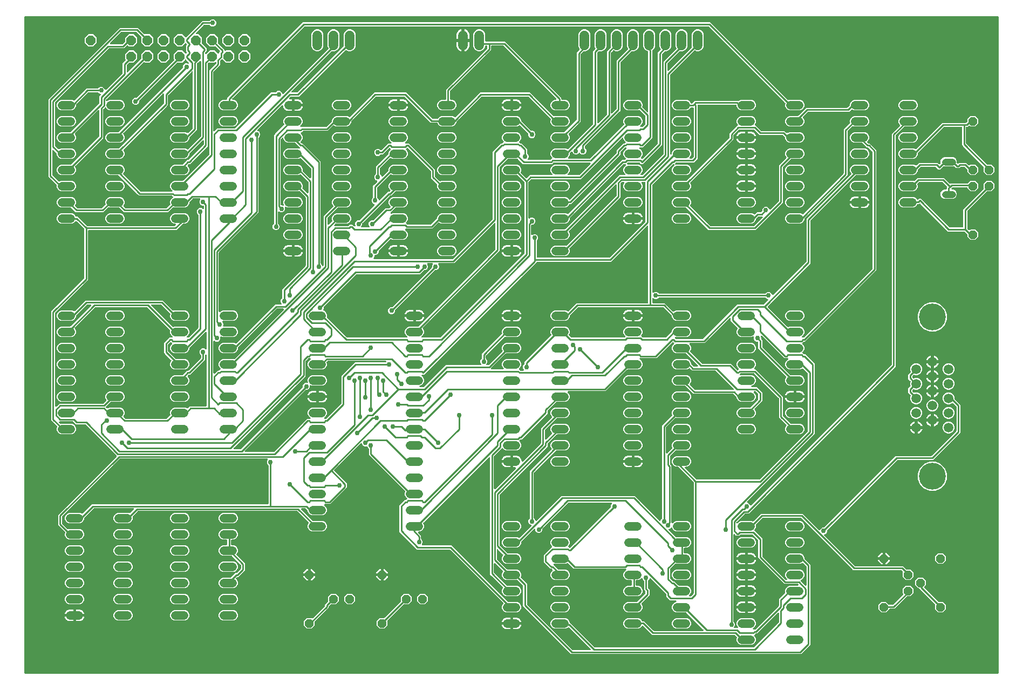
<source format=gbr>
G04 EAGLE Gerber RS-274X export*
G75*
%MOMM*%
%FSLAX34Y34*%
%LPD*%
%INTop Copper*%
%IPPOS*%
%AMOC8*
5,1,8,0,0,1.08239X$1,22.5*%
G01*
%ADD10P,1.429621X8X292.500000*%
%ADD11C,1.320800*%
%ADD12C,1.508000*%
%ADD13C,4.216000*%
%ADD14C,1.524000*%
%ADD15P,1.649562X8X22.500000*%
%ADD16C,1.117600*%
%ADD17P,1.429621X8X112.500000*%
%ADD18P,1.429621X8X202.500000*%
%ADD19C,0.254000*%
%ADD20C,0.756400*%

G36*
X1601388Y-66024D02*
X1601388Y-66024D01*
X1601507Y-66017D01*
X1601545Y-66004D01*
X1601586Y-65999D01*
X1601696Y-65956D01*
X1601809Y-65919D01*
X1601844Y-65897D01*
X1601881Y-65882D01*
X1601977Y-65813D01*
X1602078Y-65749D01*
X1602106Y-65719D01*
X1602139Y-65696D01*
X1602215Y-65604D01*
X1602296Y-65517D01*
X1602316Y-65482D01*
X1602341Y-65451D01*
X1602392Y-65343D01*
X1602450Y-65239D01*
X1602460Y-65199D01*
X1602477Y-65163D01*
X1602499Y-65046D01*
X1602529Y-64931D01*
X1602533Y-64871D01*
X1602537Y-64851D01*
X1602535Y-64830D01*
X1602539Y-64770D01*
X1602539Y963170D01*
X1602524Y963288D01*
X1602517Y963407D01*
X1602504Y963445D01*
X1602499Y963486D01*
X1602456Y963596D01*
X1602419Y963709D01*
X1602397Y963744D01*
X1602382Y963781D01*
X1602313Y963877D01*
X1602249Y963978D01*
X1602219Y964006D01*
X1602196Y964039D01*
X1602104Y964115D01*
X1602017Y964196D01*
X1601982Y964216D01*
X1601951Y964241D01*
X1601843Y964292D01*
X1601739Y964350D01*
X1601699Y964360D01*
X1601663Y964377D01*
X1601546Y964399D01*
X1601431Y964429D01*
X1601371Y964433D01*
X1601351Y964437D01*
X1601330Y964435D01*
X1601270Y964439D01*
X74930Y964439D01*
X74812Y964424D01*
X74693Y964417D01*
X74655Y964404D01*
X74614Y964399D01*
X74504Y964356D01*
X74391Y964319D01*
X74356Y964297D01*
X74319Y964282D01*
X74223Y964213D01*
X74122Y964149D01*
X74094Y964119D01*
X74061Y964096D01*
X73985Y964004D01*
X73904Y963917D01*
X73884Y963882D01*
X73859Y963851D01*
X73808Y963743D01*
X73750Y963639D01*
X73740Y963599D01*
X73723Y963563D01*
X73701Y963446D01*
X73671Y963331D01*
X73667Y963271D01*
X73663Y963251D01*
X73665Y963230D01*
X73661Y963170D01*
X73661Y-64770D01*
X73676Y-64888D01*
X73683Y-65007D01*
X73696Y-65045D01*
X73701Y-65086D01*
X73744Y-65196D01*
X73781Y-65309D01*
X73803Y-65344D01*
X73818Y-65381D01*
X73887Y-65477D01*
X73951Y-65578D01*
X73981Y-65606D01*
X74004Y-65639D01*
X74096Y-65715D01*
X74183Y-65796D01*
X74218Y-65816D01*
X74249Y-65841D01*
X74357Y-65892D01*
X74461Y-65950D01*
X74501Y-65960D01*
X74537Y-65977D01*
X74654Y-65999D01*
X74769Y-66029D01*
X74829Y-66033D01*
X74849Y-66037D01*
X74870Y-66035D01*
X74930Y-66039D01*
X1601270Y-66039D01*
X1601388Y-66024D01*
G37*
%LPC*%
G36*
X931425Y-35434D02*
X931425Y-35434D01*
X858391Y37601D01*
X856233Y39758D01*
X856233Y71617D01*
X856221Y71716D01*
X856218Y71815D01*
X856201Y71873D01*
X856193Y71933D01*
X856157Y72025D01*
X856129Y72120D01*
X856099Y72172D01*
X856076Y72229D01*
X856018Y72309D01*
X855968Y72394D01*
X855902Y72469D01*
X855890Y72486D01*
X855880Y72494D01*
X855862Y72515D01*
X848052Y80324D01*
X848029Y80342D01*
X848010Y80365D01*
X847904Y80439D01*
X847801Y80519D01*
X847774Y80531D01*
X847750Y80548D01*
X847629Y80594D01*
X847509Y80645D01*
X847480Y80650D01*
X847453Y80660D01*
X847324Y80675D01*
X847195Y80695D01*
X847166Y80692D01*
X847136Y80696D01*
X847008Y80678D01*
X846879Y80665D01*
X846851Y80655D01*
X846822Y80651D01*
X846669Y80599D01*
X846471Y80517D01*
X829929Y80517D01*
X826848Y81793D01*
X824489Y84152D01*
X823213Y87233D01*
X823213Y90567D01*
X824508Y93694D01*
X824545Y93736D01*
X824563Y93771D01*
X824588Y93803D01*
X824635Y93913D01*
X824690Y94019D01*
X824698Y94058D01*
X824714Y94095D01*
X824733Y94213D01*
X824759Y94329D01*
X824758Y94369D01*
X824764Y94409D01*
X824753Y94528D01*
X824750Y94647D01*
X824738Y94686D01*
X824735Y94726D01*
X824694Y94838D01*
X824661Y94952D01*
X824641Y94987D01*
X824627Y95025D01*
X824560Y95124D01*
X824500Y95226D01*
X824460Y95271D01*
X824449Y95288D01*
X824433Y95302D01*
X824393Y95347D01*
X812681Y107059D01*
X812572Y107144D01*
X812465Y107233D01*
X812446Y107241D01*
X812430Y107254D01*
X812302Y107309D01*
X812177Y107368D01*
X812157Y107372D01*
X812138Y107380D01*
X812000Y107402D01*
X811864Y107428D01*
X811844Y107427D01*
X811824Y107430D01*
X811685Y107417D01*
X811547Y107408D01*
X811528Y107402D01*
X811508Y107400D01*
X811376Y107353D01*
X811245Y107310D01*
X811227Y107300D01*
X811208Y107293D01*
X811093Y107215D01*
X810976Y107140D01*
X810962Y107125D01*
X810945Y107114D01*
X810853Y107010D01*
X810758Y106909D01*
X810748Y106891D01*
X810735Y106876D01*
X810671Y106752D01*
X810604Y106630D01*
X810599Y106611D01*
X810590Y106592D01*
X810560Y106457D01*
X810525Y106322D01*
X810523Y106294D01*
X810520Y106282D01*
X810521Y106262D01*
X810515Y106161D01*
X810515Y92467D01*
X810527Y92368D01*
X810530Y92269D01*
X810547Y92211D01*
X810555Y92151D01*
X810591Y92059D01*
X810619Y91964D01*
X810649Y91912D01*
X810672Y91855D01*
X810730Y91775D01*
X810780Y91690D01*
X810846Y91615D01*
X810858Y91598D01*
X810868Y91590D01*
X810886Y91569D01*
X830201Y72254D01*
X830279Y72194D01*
X830351Y72126D01*
X830404Y72097D01*
X830452Y72060D01*
X830543Y72020D01*
X830630Y71972D01*
X830689Y71957D01*
X830744Y71933D01*
X830842Y71918D01*
X830938Y71893D01*
X831038Y71887D01*
X831058Y71883D01*
X831071Y71885D01*
X831099Y71883D01*
X846471Y71883D01*
X849552Y70607D01*
X851911Y68248D01*
X853187Y65167D01*
X853187Y61833D01*
X851911Y58752D01*
X849552Y56393D01*
X846471Y55117D01*
X829929Y55117D01*
X826848Y56393D01*
X824489Y58752D01*
X823213Y61833D01*
X823213Y65167D01*
X824486Y68239D01*
X824493Y68267D01*
X824507Y68294D01*
X824535Y68420D01*
X824569Y68546D01*
X824570Y68575D01*
X824576Y68604D01*
X824572Y68734D01*
X824575Y68864D01*
X824568Y68892D01*
X824567Y68922D01*
X824531Y69046D01*
X824500Y69173D01*
X824487Y69199D01*
X824478Y69227D01*
X824412Y69339D01*
X824352Y69454D01*
X824332Y69476D01*
X824317Y69501D01*
X824210Y69622D01*
X806575Y87258D01*
X804417Y89415D01*
X804417Y272404D01*
X804400Y272542D01*
X804387Y272681D01*
X804380Y272700D01*
X804377Y272720D01*
X804326Y272849D01*
X804279Y272980D01*
X804268Y272997D01*
X804260Y273016D01*
X804179Y273128D01*
X804101Y273243D01*
X804085Y273257D01*
X804074Y273273D01*
X803966Y273362D01*
X803862Y273454D01*
X803844Y273463D01*
X803829Y273476D01*
X803703Y273535D01*
X803579Y273598D01*
X803559Y273603D01*
X803541Y273611D01*
X803405Y273637D01*
X803269Y273668D01*
X803248Y273667D01*
X803229Y273671D01*
X803090Y273663D01*
X802951Y273658D01*
X802931Y273653D01*
X802911Y273651D01*
X802779Y273609D01*
X802645Y273570D01*
X802628Y273560D01*
X802609Y273553D01*
X802491Y273479D01*
X802371Y273408D01*
X802350Y273390D01*
X802340Y273383D01*
X802326Y273368D01*
X802251Y273302D01*
X699901Y170953D01*
X699883Y170929D01*
X699861Y170910D01*
X699786Y170804D01*
X699706Y170701D01*
X699695Y170674D01*
X699678Y170650D01*
X699632Y170529D01*
X699580Y170410D01*
X699575Y170380D01*
X699565Y170353D01*
X699550Y170224D01*
X699530Y170095D01*
X699533Y170066D01*
X699530Y170037D01*
X699548Y169908D01*
X699560Y169779D01*
X699570Y169751D01*
X699574Y169722D01*
X699626Y169569D01*
X700787Y166767D01*
X700787Y163433D01*
X699511Y160352D01*
X697152Y157993D01*
X694071Y156717D01*
X692669Y156717D01*
X692531Y156700D01*
X692392Y156687D01*
X692373Y156680D01*
X692353Y156677D01*
X692224Y156626D01*
X692093Y156579D01*
X692076Y156568D01*
X692057Y156560D01*
X691945Y156479D01*
X691830Y156401D01*
X691816Y156385D01*
X691800Y156374D01*
X691711Y156266D01*
X691619Y156162D01*
X691610Y156144D01*
X691597Y156129D01*
X691538Y156003D01*
X691475Y155879D01*
X691470Y155859D01*
X691462Y155841D01*
X691436Y155705D01*
X691405Y155569D01*
X691406Y155548D01*
X691402Y155529D01*
X691410Y155390D01*
X691415Y155251D01*
X691420Y155231D01*
X691422Y155211D01*
X691464Y155079D01*
X691503Y154945D01*
X691513Y154928D01*
X691520Y154909D01*
X691594Y154791D01*
X691665Y154671D01*
X691683Y154650D01*
X691690Y154640D01*
X691705Y154626D01*
X691771Y154551D01*
X696088Y150234D01*
X696088Y145676D01*
X696100Y145578D01*
X696103Y145479D01*
X696120Y145421D01*
X696128Y145361D01*
X696164Y145268D01*
X696192Y145173D01*
X696222Y145121D01*
X696245Y145065D01*
X696303Y144985D01*
X696353Y144899D01*
X696419Y144824D01*
X696431Y144808D01*
X696441Y144800D01*
X696459Y144779D01*
X697753Y143485D01*
X698600Y141441D01*
X698600Y139229D01*
X697753Y137185D01*
X697483Y136915D01*
X697397Y136805D01*
X697309Y136698D01*
X697300Y136679D01*
X697288Y136663D01*
X697232Y136536D01*
X697173Y136410D01*
X697169Y136390D01*
X697161Y136371D01*
X697139Y136234D01*
X697113Y136097D01*
X697115Y136077D01*
X697111Y136057D01*
X697124Y135918D01*
X697133Y135780D01*
X697139Y135761D01*
X697141Y135741D01*
X697188Y135609D01*
X697231Y135478D01*
X697242Y135461D01*
X697249Y135441D01*
X697327Y135326D01*
X697401Y135209D01*
X697416Y135195D01*
X697427Y135178D01*
X697531Y135086D01*
X697633Y134991D01*
X697651Y134981D01*
X697666Y134968D01*
X697790Y134904D01*
X697911Y134837D01*
X697931Y134832D01*
X697949Y134823D01*
X698085Y134793D01*
X698219Y134758D01*
X698247Y134756D01*
X698259Y134753D01*
X698280Y134754D01*
X698380Y134748D01*
X743959Y134748D01*
X831852Y46854D01*
X831930Y46794D01*
X832002Y46726D01*
X832055Y46697D01*
X832103Y46660D01*
X832194Y46620D01*
X832281Y46572D01*
X832340Y46557D01*
X832395Y46533D01*
X832493Y46518D01*
X832589Y46493D01*
X832689Y46487D01*
X832709Y46483D01*
X832722Y46485D01*
X832750Y46483D01*
X846471Y46483D01*
X849552Y45207D01*
X851911Y42848D01*
X853187Y39767D01*
X853187Y36433D01*
X851911Y33352D01*
X849552Y30993D01*
X846471Y29717D01*
X829929Y29717D01*
X826848Y30993D01*
X824489Y33352D01*
X823213Y36433D01*
X823213Y39767D01*
X824489Y42848D01*
X824965Y43324D01*
X825038Y43418D01*
X825117Y43507D01*
X825135Y43543D01*
X825160Y43575D01*
X825207Y43684D01*
X825261Y43790D01*
X825270Y43830D01*
X825286Y43867D01*
X825305Y43985D01*
X825331Y44101D01*
X825330Y44141D01*
X825336Y44181D01*
X825325Y44300D01*
X825321Y44418D01*
X825310Y44457D01*
X825306Y44498D01*
X825266Y44610D01*
X825233Y44724D01*
X825212Y44759D01*
X825198Y44797D01*
X825132Y44895D01*
X825071Y44998D01*
X825031Y45043D01*
X825020Y45060D01*
X825005Y45073D01*
X824965Y45119D01*
X741805Y128279D01*
X741727Y128339D01*
X741655Y128407D01*
X741602Y128436D01*
X741554Y128473D01*
X741463Y128513D01*
X741376Y128561D01*
X741317Y128576D01*
X741262Y128600D01*
X741164Y128615D01*
X741068Y128640D01*
X740968Y128646D01*
X740948Y128650D01*
X740935Y128648D01*
X740907Y128650D01*
X689617Y128650D01*
X661923Y156344D01*
X661923Y197732D01*
X670186Y205995D01*
X671819Y205995D01*
X671918Y206007D01*
X672017Y206010D01*
X672075Y206027D01*
X672135Y206035D01*
X672227Y206071D01*
X672322Y206099D01*
X672374Y206129D01*
X672431Y206152D01*
X672511Y206210D01*
X672596Y206260D01*
X672671Y206326D01*
X672688Y206338D01*
X672696Y206348D01*
X672717Y206366D01*
X673898Y207548D01*
X673971Y207642D01*
X674050Y207731D01*
X674068Y207767D01*
X674093Y207799D01*
X674140Y207908D01*
X674195Y208014D01*
X674203Y208054D01*
X674220Y208091D01*
X674238Y208209D01*
X674264Y208325D01*
X674263Y208365D01*
X674269Y208405D01*
X674258Y208524D01*
X674255Y208643D01*
X674243Y208681D01*
X674240Y208722D01*
X674199Y208834D01*
X674166Y208948D01*
X674146Y208983D01*
X674132Y209021D01*
X674065Y209120D01*
X674005Y209222D01*
X673965Y209267D01*
X673953Y209284D01*
X673938Y209298D01*
X673898Y209343D01*
X672089Y211152D01*
X670813Y214233D01*
X670813Y217567D01*
X671453Y219112D01*
X671461Y219141D01*
X671474Y219167D01*
X671503Y219294D01*
X671537Y219419D01*
X671538Y219448D01*
X671544Y219477D01*
X671540Y219607D01*
X671542Y219737D01*
X671535Y219766D01*
X671534Y219795D01*
X671498Y219920D01*
X671468Y220046D01*
X671454Y220072D01*
X671446Y220101D01*
X671380Y220213D01*
X671319Y220327D01*
X671299Y220349D01*
X671284Y220375D01*
X671178Y220495D01*
X614425Y277248D01*
X614425Y286124D01*
X614413Y286222D01*
X614410Y286321D01*
X614393Y286379D01*
X614385Y286439D01*
X614349Y286532D01*
X614321Y286627D01*
X614291Y286679D01*
X614268Y286735D01*
X614210Y286815D01*
X614160Y286901D01*
X614094Y286976D01*
X614082Y286992D01*
X614072Y287000D01*
X614054Y287021D01*
X612760Y288315D01*
X612159Y289766D01*
X612100Y289869D01*
X612048Y289976D01*
X612021Y290007D01*
X612001Y290042D01*
X611918Y290128D01*
X611841Y290218D01*
X611808Y290241D01*
X611780Y290271D01*
X611679Y290333D01*
X611581Y290401D01*
X611543Y290416D01*
X611509Y290437D01*
X611395Y290472D01*
X611284Y290514D01*
X611244Y290519D01*
X611205Y290530D01*
X611086Y290536D01*
X610968Y290549D01*
X610928Y290544D01*
X610887Y290546D01*
X610771Y290521D01*
X610653Y290505D01*
X610596Y290485D01*
X610576Y290481D01*
X610558Y290472D01*
X610501Y290453D01*
X609944Y290222D01*
X607732Y290222D01*
X605688Y291069D01*
X604124Y292633D01*
X603410Y294357D01*
X603385Y294400D01*
X603369Y294446D01*
X603307Y294537D01*
X603252Y294633D01*
X603218Y294668D01*
X603190Y294710D01*
X603108Y294782D01*
X603031Y294861D01*
X602989Y294887D01*
X602952Y294920D01*
X602854Y294970D01*
X602760Y295027D01*
X602713Y295042D01*
X602668Y295065D01*
X602561Y295089D01*
X602456Y295121D01*
X602407Y295123D01*
X602358Y295134D01*
X602248Y295131D01*
X602138Y295136D01*
X602090Y295126D01*
X602040Y295125D01*
X601935Y295094D01*
X601827Y295072D01*
X601782Y295050D01*
X601735Y295036D01*
X601640Y294981D01*
X601541Y294932D01*
X601503Y294900D01*
X601461Y294875D01*
X601340Y294768D01*
X560072Y253501D01*
X559999Y253406D01*
X559920Y253317D01*
X559902Y253281D01*
X559877Y253249D01*
X559830Y253140D01*
X559776Y253034D01*
X559767Y252995D01*
X559751Y252957D01*
X559732Y252840D01*
X559706Y252724D01*
X559707Y252683D01*
X559701Y252643D01*
X559712Y252525D01*
X559716Y252406D01*
X559727Y252367D01*
X559731Y252327D01*
X559771Y252214D01*
X559804Y252100D01*
X559825Y252066D01*
X559838Y252027D01*
X559905Y251929D01*
X559966Y251826D01*
X560006Y251781D01*
X560017Y251764D01*
X560032Y251751D01*
X560072Y251706D01*
X579502Y232276D01*
X579502Y225432D01*
X553967Y199897D01*
X545526Y199897D01*
X545388Y199880D01*
X545250Y199867D01*
X545230Y199860D01*
X545210Y199857D01*
X545081Y199806D01*
X544950Y199759D01*
X544933Y199748D01*
X544915Y199740D01*
X544802Y199659D01*
X544687Y199581D01*
X544674Y199565D01*
X544657Y199554D01*
X544569Y199446D01*
X544477Y199342D01*
X544467Y199324D01*
X544455Y199309D01*
X544395Y199183D01*
X544332Y199059D01*
X544328Y199039D01*
X544319Y199021D01*
X544293Y198885D01*
X544262Y198749D01*
X544263Y198728D01*
X544259Y198709D01*
X544268Y198570D01*
X544272Y198431D01*
X544278Y198411D01*
X544279Y198391D01*
X544322Y198259D01*
X544360Y198125D01*
X544371Y198108D01*
X544377Y198089D01*
X544452Y197971D01*
X544522Y197851D01*
X544541Y197830D01*
X544547Y197820D01*
X544562Y197806D01*
X544628Y197731D01*
X547111Y195248D01*
X548387Y192167D01*
X548387Y188833D01*
X547111Y185752D01*
X544752Y183393D01*
X541671Y182117D01*
X525129Y182117D01*
X522048Y183393D01*
X519689Y185752D01*
X518413Y188833D01*
X518413Y189219D01*
X518401Y189318D01*
X518398Y189417D01*
X518381Y189475D01*
X518373Y189535D01*
X518337Y189627D01*
X518309Y189722D01*
X518279Y189774D01*
X518256Y189831D01*
X518198Y189911D01*
X518148Y189996D01*
X518082Y190071D01*
X518070Y190088D01*
X518060Y190096D01*
X518042Y190117D01*
X515110Y193049D01*
X515032Y193109D01*
X514960Y193177D01*
X514907Y193206D01*
X514859Y193243D01*
X514768Y193283D01*
X514681Y193331D01*
X514622Y193346D01*
X514567Y193370D01*
X514469Y193385D01*
X514373Y193410D01*
X514273Y193416D01*
X514253Y193420D01*
X514240Y193418D01*
X514212Y193420D01*
X509154Y193420D01*
X509016Y193403D01*
X508877Y193390D01*
X508858Y193383D01*
X508838Y193380D01*
X508709Y193329D01*
X508578Y193282D01*
X508561Y193271D01*
X508542Y193263D01*
X508430Y193182D01*
X508315Y193104D01*
X508301Y193088D01*
X508285Y193077D01*
X508196Y192969D01*
X508104Y192865D01*
X508095Y192847D01*
X508082Y192832D01*
X508023Y192706D01*
X507960Y192582D01*
X507955Y192562D01*
X507947Y192544D01*
X507921Y192408D01*
X507890Y192272D01*
X507891Y192251D01*
X507887Y192232D01*
X507895Y192093D01*
X507900Y191954D01*
X507905Y191934D01*
X507907Y191914D01*
X507949Y191782D01*
X507988Y191648D01*
X507998Y191631D01*
X508005Y191612D01*
X508079Y191494D01*
X508150Y191374D01*
X508168Y191353D01*
X508175Y191343D01*
X508190Y191329D01*
X508256Y191254D01*
X525655Y173854D01*
X525733Y173794D01*
X525805Y173726D01*
X525858Y173697D01*
X525906Y173660D01*
X525997Y173620D01*
X526084Y173572D01*
X526143Y173557D01*
X526198Y173533D01*
X526296Y173518D01*
X526392Y173493D01*
X526492Y173487D01*
X526512Y173483D01*
X526525Y173485D01*
X526553Y173483D01*
X541671Y173483D01*
X544752Y172207D01*
X547111Y169848D01*
X548387Y166767D01*
X548387Y163433D01*
X547111Y160352D01*
X544752Y157993D01*
X541671Y156717D01*
X525129Y156717D01*
X522048Y157993D01*
X519689Y160352D01*
X518413Y163433D01*
X518413Y166767D01*
X519760Y170018D01*
X519768Y170047D01*
X519781Y170073D01*
X519810Y170200D01*
X519844Y170325D01*
X519844Y170355D01*
X519851Y170384D01*
X519847Y170513D01*
X519849Y170643D01*
X519842Y170672D01*
X519841Y170701D01*
X519805Y170826D01*
X519775Y170952D01*
X519761Y170979D01*
X519753Y171007D01*
X519687Y171119D01*
X519626Y171234D01*
X519606Y171255D01*
X519591Y171281D01*
X519485Y171402D01*
X502156Y188731D01*
X502078Y188791D01*
X502006Y188859D01*
X501953Y188888D01*
X501905Y188925D01*
X501814Y188965D01*
X501727Y189013D01*
X501668Y189028D01*
X501613Y189052D01*
X501515Y189067D01*
X501419Y189092D01*
X501319Y189098D01*
X501299Y189102D01*
X501286Y189100D01*
X501258Y189102D01*
X252233Y189102D01*
X252134Y189090D01*
X252035Y189087D01*
X251977Y189070D01*
X251917Y189062D01*
X251825Y189026D01*
X251730Y188998D01*
X251678Y188968D01*
X251621Y188945D01*
X251541Y188887D01*
X251456Y188837D01*
X251381Y188771D01*
X251364Y188759D01*
X251356Y188749D01*
X251335Y188731D01*
X243743Y181138D01*
X243725Y181115D01*
X243702Y181096D01*
X243628Y180990D01*
X243548Y180887D01*
X243536Y180860D01*
X243519Y180836D01*
X243473Y180714D01*
X243421Y180595D01*
X243417Y180566D01*
X243406Y180538D01*
X243392Y180409D01*
X243372Y180281D01*
X243374Y180252D01*
X243371Y180222D01*
X243389Y180094D01*
X243401Y179964D01*
X243411Y179937D01*
X243416Y179907D01*
X243468Y179755D01*
X243587Y179467D01*
X243587Y176133D01*
X242311Y173052D01*
X239952Y170693D01*
X236871Y169417D01*
X220329Y169417D01*
X217248Y170693D01*
X214889Y173052D01*
X213613Y176133D01*
X213613Y179467D01*
X214889Y182548D01*
X217248Y184907D01*
X220329Y186183D01*
X236871Y186183D01*
X238416Y185543D01*
X238445Y185535D01*
X238471Y185522D01*
X238598Y185493D01*
X238723Y185459D01*
X238752Y185458D01*
X238781Y185452D01*
X238911Y185456D01*
X239041Y185454D01*
X239070Y185461D01*
X239099Y185462D01*
X239224Y185498D01*
X239350Y185528D01*
X239376Y185542D01*
X239405Y185550D01*
X239517Y185616D01*
X239631Y185677D01*
X239653Y185697D01*
X239679Y185712D01*
X239799Y185818D01*
X245235Y191254D01*
X245320Y191363D01*
X245409Y191470D01*
X245417Y191489D01*
X245430Y191505D01*
X245485Y191633D01*
X245544Y191758D01*
X245548Y191778D01*
X245556Y191797D01*
X245578Y191935D01*
X245604Y192071D01*
X245603Y192091D01*
X245606Y192111D01*
X245593Y192250D01*
X245584Y192388D01*
X245578Y192407D01*
X245576Y192427D01*
X245529Y192559D01*
X245486Y192690D01*
X245476Y192708D01*
X245469Y192727D01*
X245391Y192842D01*
X245316Y192959D01*
X245301Y192973D01*
X245290Y192990D01*
X245186Y193082D01*
X245085Y193177D01*
X245067Y193187D01*
X245052Y193200D01*
X244928Y193263D01*
X244806Y193331D01*
X244787Y193336D01*
X244768Y193345D01*
X244633Y193375D01*
X244498Y193410D01*
X244470Y193412D01*
X244458Y193415D01*
X244438Y193414D01*
X244337Y193420D01*
X183145Y193420D01*
X183046Y193408D01*
X182947Y193405D01*
X182889Y193388D01*
X182829Y193380D01*
X182737Y193344D01*
X182642Y193316D01*
X182590Y193286D01*
X182533Y193263D01*
X182453Y193205D01*
X182368Y193155D01*
X182293Y193089D01*
X182276Y193077D01*
X182268Y193067D01*
X182247Y193049D01*
X167758Y178560D01*
X167698Y178482D01*
X167630Y178410D01*
X167601Y178357D01*
X167585Y178337D01*
X167583Y178333D01*
X167564Y178309D01*
X167524Y178218D01*
X167476Y178131D01*
X167463Y178079D01*
X167449Y178050D01*
X167447Y178040D01*
X167437Y178017D01*
X167422Y177919D01*
X167397Y177823D01*
X167393Y177754D01*
X167389Y177737D01*
X167390Y177721D01*
X167387Y177703D01*
X167389Y177690D01*
X167387Y177662D01*
X167387Y176133D01*
X166111Y173052D01*
X163752Y170693D01*
X160671Y169417D01*
X144129Y169417D01*
X141048Y170693D01*
X138689Y173052D01*
X137413Y176133D01*
X137413Y179467D01*
X138689Y182548D01*
X141048Y184907D01*
X144129Y186183D01*
X160671Y186183D01*
X163773Y184898D01*
X163814Y184866D01*
X163903Y184787D01*
X163939Y184769D01*
X163971Y184744D01*
X164080Y184697D01*
X164186Y184643D01*
X164226Y184634D01*
X164263Y184618D01*
X164380Y184599D01*
X164497Y184573D01*
X164537Y184574D01*
X164577Y184568D01*
X164695Y184579D01*
X164814Y184583D01*
X164853Y184594D01*
X164893Y184598D01*
X165006Y184638D01*
X165120Y184671D01*
X165155Y184692D01*
X165193Y184705D01*
X165291Y184772D01*
X165394Y184833D01*
X165439Y184873D01*
X165456Y184884D01*
X165469Y184899D01*
X165515Y184939D01*
X177936Y197360D01*
X180093Y199518D01*
X455549Y199518D01*
X455667Y199533D01*
X455786Y199540D01*
X455824Y199553D01*
X455865Y199558D01*
X455975Y199601D01*
X456088Y199638D01*
X456123Y199660D01*
X456160Y199675D01*
X456256Y199744D01*
X456357Y199808D01*
X456385Y199838D01*
X456418Y199861D01*
X456494Y199953D01*
X456575Y200040D01*
X456595Y200075D01*
X456620Y200106D01*
X456671Y200214D01*
X456729Y200318D01*
X456739Y200358D01*
X456756Y200394D01*
X456778Y200511D01*
X456808Y200626D01*
X456812Y200686D01*
X456816Y200706D01*
X456814Y200727D01*
X456818Y200787D01*
X456818Y260216D01*
X456806Y260314D01*
X456803Y260413D01*
X456786Y260471D01*
X456778Y260531D01*
X456742Y260624D01*
X456714Y260719D01*
X456684Y260771D01*
X456661Y260827D01*
X456603Y260907D01*
X456553Y260993D01*
X456487Y261068D01*
X456475Y261084D01*
X456465Y261092D01*
X456447Y261113D01*
X455153Y262407D01*
X454306Y264451D01*
X454306Y266663D01*
X455153Y268707D01*
X455423Y268977D01*
X455509Y269087D01*
X455597Y269194D01*
X455606Y269213D01*
X455618Y269229D01*
X455674Y269356D01*
X455733Y269482D01*
X455737Y269502D01*
X455745Y269521D01*
X455767Y269658D01*
X455793Y269795D01*
X455791Y269815D01*
X455795Y269835D01*
X455782Y269974D01*
X455773Y270112D01*
X455767Y270131D01*
X455765Y270151D01*
X455718Y270283D01*
X455675Y270414D01*
X455664Y270431D01*
X455657Y270451D01*
X455579Y270565D01*
X455505Y270683D01*
X455490Y270697D01*
X455479Y270714D01*
X455375Y270806D01*
X455273Y270901D01*
X455255Y270911D01*
X455240Y270924D01*
X455116Y270988D01*
X454995Y271055D01*
X454975Y271060D01*
X454957Y271069D01*
X454821Y271099D01*
X454687Y271134D01*
X454659Y271136D01*
X454647Y271139D01*
X454626Y271138D01*
X454526Y271144D01*
X224166Y271144D01*
X224067Y271132D01*
X223968Y271129D01*
X223910Y271112D01*
X223850Y271104D01*
X223758Y271068D01*
X223663Y271040D01*
X223611Y271010D01*
X223554Y270987D01*
X223474Y270929D01*
X223389Y270879D01*
X223314Y270813D01*
X223297Y270801D01*
X223289Y270791D01*
X223268Y270773D01*
X132960Y180465D01*
X132900Y180387D01*
X132832Y180315D01*
X132803Y180262D01*
X132766Y180214D01*
X132726Y180123D01*
X132678Y180036D01*
X132663Y179977D01*
X132639Y179922D01*
X132624Y179824D01*
X132599Y179728D01*
X132593Y179628D01*
X132589Y179608D01*
X132591Y179595D01*
X132589Y179567D01*
X132589Y170191D01*
X132601Y170092D01*
X132604Y169993D01*
X132621Y169935D01*
X132629Y169875D01*
X132665Y169783D01*
X132693Y169688D01*
X132723Y169636D01*
X132746Y169579D01*
X132804Y169499D01*
X132854Y169414D01*
X132920Y169339D01*
X132932Y169322D01*
X132942Y169314D01*
X132960Y169293D01*
X141650Y160604D01*
X141673Y160586D01*
X141692Y160563D01*
X141798Y160489D01*
X141901Y160409D01*
X141928Y160397D01*
X141952Y160380D01*
X142073Y160334D01*
X142193Y160283D01*
X142222Y160278D01*
X142250Y160268D01*
X142378Y160253D01*
X142507Y160233D01*
X142536Y160236D01*
X142566Y160232D01*
X142694Y160250D01*
X142823Y160263D01*
X142851Y160273D01*
X142880Y160277D01*
X143033Y160329D01*
X144129Y160783D01*
X160671Y160783D01*
X163752Y159507D01*
X166111Y157148D01*
X167387Y154067D01*
X167387Y150733D01*
X166111Y147652D01*
X163752Y145293D01*
X160671Y144017D01*
X144129Y144017D01*
X141048Y145293D01*
X138689Y147652D01*
X137413Y150733D01*
X137413Y154067D01*
X137718Y154804D01*
X137726Y154832D01*
X137740Y154859D01*
X137768Y154985D01*
X137802Y155111D01*
X137803Y155140D01*
X137809Y155169D01*
X137805Y155299D01*
X137807Y155429D01*
X137800Y155457D01*
X137800Y155487D01*
X137764Y155612D01*
X137733Y155738D01*
X137719Y155764D01*
X137711Y155792D01*
X137645Y155904D01*
X137584Y156019D01*
X137565Y156041D01*
X137550Y156066D01*
X137443Y156187D01*
X126491Y167139D01*
X126491Y182619D01*
X218247Y274375D01*
X218321Y274469D01*
X218399Y274558D01*
X218418Y274594D01*
X218442Y274626D01*
X218490Y274736D01*
X218544Y274842D01*
X218553Y274881D01*
X218569Y274918D01*
X218587Y275036D01*
X218613Y275152D01*
X218612Y275192D01*
X218619Y275232D01*
X218607Y275351D01*
X218604Y275470D01*
X218593Y275509D01*
X218589Y275549D01*
X218548Y275661D01*
X218515Y275775D01*
X218495Y275810D01*
X218481Y275848D01*
X218414Y275947D01*
X218354Y276049D01*
X218314Y276094D01*
X218303Y276111D01*
X218287Y276125D01*
X218247Y276170D01*
X169670Y324748D01*
X169592Y324808D01*
X169520Y324876D01*
X169467Y324905D01*
X169419Y324942D01*
X169328Y324982D01*
X169241Y325030D01*
X169182Y325045D01*
X169127Y325069D01*
X169029Y325084D01*
X168933Y325109D01*
X168833Y325115D01*
X168813Y325119D01*
X168800Y325117D01*
X168772Y325119D01*
X154185Y325119D01*
X150239Y329066D01*
X150161Y329126D01*
X150089Y329194D01*
X150036Y329223D01*
X149988Y329260D01*
X149897Y329300D01*
X149810Y329348D01*
X149751Y329363D01*
X149696Y329387D01*
X149598Y329402D01*
X149502Y329427D01*
X149402Y329433D01*
X149382Y329437D01*
X149369Y329435D01*
X149341Y329437D01*
X129170Y329437D01*
X129032Y329420D01*
X128893Y329407D01*
X128874Y329400D01*
X128854Y329397D01*
X128725Y329346D01*
X128594Y329299D01*
X128577Y329288D01*
X128558Y329280D01*
X128446Y329199D01*
X128331Y329121D01*
X128317Y329105D01*
X128301Y329094D01*
X128212Y328986D01*
X128120Y328882D01*
X128111Y328864D01*
X128098Y328849D01*
X128039Y328723D01*
X127976Y328599D01*
X127971Y328579D01*
X127963Y328561D01*
X127937Y328425D01*
X127906Y328289D01*
X127907Y328268D01*
X127903Y328249D01*
X127911Y328110D01*
X127916Y327971D01*
X127921Y327951D01*
X127923Y327931D01*
X127965Y327799D01*
X128004Y327665D01*
X128014Y327648D01*
X128021Y327629D01*
X128095Y327511D01*
X128166Y327391D01*
X128184Y327370D01*
X128191Y327360D01*
X128206Y327346D01*
X128272Y327271D01*
X129578Y325964D01*
X129602Y325946D01*
X129621Y325924D01*
X129727Y325849D01*
X129829Y325769D01*
X129857Y325758D01*
X129881Y325741D01*
X130002Y325695D01*
X130121Y325643D01*
X130150Y325638D01*
X130178Y325628D01*
X130307Y325614D01*
X130435Y325593D01*
X130465Y325596D01*
X130494Y325593D01*
X130623Y325611D01*
X130752Y325623D01*
X130780Y325633D01*
X130809Y325637D01*
X130961Y325689D01*
X131429Y325883D01*
X147971Y325883D01*
X151052Y324607D01*
X153411Y322248D01*
X154687Y319167D01*
X154687Y315833D01*
X153411Y312752D01*
X151052Y310393D01*
X147971Y309117D01*
X131429Y309117D01*
X128348Y310393D01*
X125989Y312752D01*
X124713Y315833D01*
X124713Y319167D01*
X125279Y320533D01*
X125287Y320561D01*
X125300Y320587D01*
X125328Y320714D01*
X125363Y320839D01*
X125363Y320869D01*
X125370Y320898D01*
X125366Y321027D01*
X125368Y321157D01*
X125361Y321186D01*
X125360Y321216D01*
X125324Y321340D01*
X125294Y321467D01*
X125280Y321493D01*
X125272Y321521D01*
X125206Y321633D01*
X125145Y321748D01*
X125125Y321770D01*
X125110Y321795D01*
X125004Y321916D01*
X115696Y331223D01*
X115696Y502151D01*
X167141Y553595D01*
X167201Y553673D01*
X167269Y553745D01*
X167298Y553798D01*
X167335Y553846D01*
X167375Y553937D01*
X167423Y554024D01*
X167438Y554083D01*
X167462Y554138D01*
X167477Y554236D01*
X167502Y554332D01*
X167508Y554432D01*
X167512Y554452D01*
X167510Y554465D01*
X167512Y554493D01*
X167512Y630798D01*
X167500Y630897D01*
X167497Y630996D01*
X167480Y631054D01*
X167472Y631114D01*
X167436Y631206D01*
X167408Y631301D01*
X167378Y631353D01*
X167355Y631410D01*
X167297Y631490D01*
X167247Y631575D01*
X167181Y631651D01*
X167169Y631667D01*
X167159Y631675D01*
X167141Y631696D01*
X155478Y643358D01*
X155439Y643389D01*
X155406Y643425D01*
X155314Y643486D01*
X155227Y643553D01*
X155182Y643573D01*
X155140Y643600D01*
X155036Y643636D01*
X154935Y643679D01*
X154886Y643687D01*
X154839Y643703D01*
X154730Y643712D01*
X154621Y643729D01*
X154572Y643724D01*
X154522Y643728D01*
X154414Y643710D01*
X154305Y643699D01*
X154258Y643682D01*
X154209Y643674D01*
X154109Y643629D01*
X154005Y643592D01*
X153964Y643564D01*
X153919Y643543D01*
X153833Y643475D01*
X153742Y643413D01*
X153709Y643376D01*
X153670Y643345D01*
X153604Y643257D01*
X153532Y643175D01*
X153509Y643130D01*
X153479Y643091D01*
X153411Y642952D01*
X151052Y640593D01*
X147971Y639317D01*
X131429Y639317D01*
X128348Y640593D01*
X125989Y642952D01*
X124713Y646033D01*
X124713Y649367D01*
X125989Y652448D01*
X128348Y654807D01*
X131429Y656083D01*
X147971Y656083D01*
X151052Y654807D01*
X153411Y652448D01*
X153790Y651532D01*
X153805Y651507D01*
X153814Y651479D01*
X153883Y651369D01*
X153948Y651256D01*
X153968Y651235D01*
X153984Y651210D01*
X154079Y651121D01*
X154169Y651028D01*
X154194Y651012D01*
X154216Y650992D01*
X154329Y650929D01*
X154440Y650861D01*
X154468Y650853D01*
X154494Y650838D01*
X154620Y650806D01*
X154744Y650768D01*
X154773Y650766D01*
X154802Y650759D01*
X154963Y650749D01*
X156711Y650749D01*
X171452Y636007D01*
X171530Y635947D01*
X171602Y635879D01*
X171655Y635850D01*
X171703Y635813D01*
X171794Y635773D01*
X171881Y635725D01*
X171939Y635710D01*
X171995Y635686D01*
X172093Y635671D01*
X172189Y635646D01*
X172289Y635640D01*
X172309Y635636D01*
X172322Y635638D01*
X172350Y635636D01*
X309107Y635636D01*
X309206Y635648D01*
X309305Y635651D01*
X309363Y635668D01*
X309423Y635676D01*
X309515Y635712D01*
X309610Y635740D01*
X309662Y635770D01*
X309719Y635793D01*
X309799Y635851D01*
X309884Y635901D01*
X309959Y635967D01*
X309976Y635979D01*
X309984Y635989D01*
X310005Y636007D01*
X311148Y637151D01*
X311233Y637260D01*
X311322Y637367D01*
X311331Y637386D01*
X311343Y637402D01*
X311398Y637529D01*
X311457Y637655D01*
X311461Y637675D01*
X311469Y637694D01*
X311491Y637832D01*
X311517Y637968D01*
X311516Y637988D01*
X311519Y638008D01*
X311506Y638147D01*
X311497Y638285D01*
X311491Y638304D01*
X311489Y638324D01*
X311442Y638456D01*
X311399Y638587D01*
X311389Y638605D01*
X311382Y638624D01*
X311304Y638739D01*
X311229Y638856D01*
X311214Y638870D01*
X311203Y638887D01*
X311099Y638979D01*
X310998Y639074D01*
X310980Y639084D01*
X310965Y639097D01*
X310841Y639160D01*
X310719Y639228D01*
X310700Y639233D01*
X310681Y639242D01*
X310546Y639272D01*
X310411Y639307D01*
X310383Y639309D01*
X310371Y639312D01*
X310351Y639311D01*
X310250Y639317D01*
X309229Y639317D01*
X306148Y640593D01*
X303789Y642952D01*
X302513Y646033D01*
X302513Y649367D01*
X303789Y652448D01*
X306148Y654807D01*
X309229Y656083D01*
X325771Y656083D01*
X328852Y654807D01*
X331211Y652448D01*
X332487Y649367D01*
X332487Y646033D01*
X331211Y642952D01*
X328852Y640593D01*
X325771Y639317D01*
X322464Y639317D01*
X322365Y639305D01*
X322266Y639302D01*
X322208Y639285D01*
X322148Y639277D01*
X322056Y639241D01*
X321961Y639213D01*
X321909Y639183D01*
X321852Y639160D01*
X321772Y639102D01*
X321687Y639052D01*
X321612Y638986D01*
X321595Y638974D01*
X321587Y638964D01*
X321566Y638945D01*
X320423Y637803D01*
X312159Y629538D01*
X174879Y629538D01*
X174761Y629523D01*
X174642Y629516D01*
X174604Y629503D01*
X174563Y629498D01*
X174453Y629455D01*
X174340Y629418D01*
X174305Y629396D01*
X174268Y629381D01*
X174172Y629312D01*
X174071Y629248D01*
X174043Y629218D01*
X174010Y629195D01*
X173934Y629103D01*
X173853Y629016D01*
X173833Y628981D01*
X173808Y628950D01*
X173757Y628842D01*
X173699Y628738D01*
X173689Y628698D01*
X173672Y628662D01*
X173650Y628545D01*
X173620Y628430D01*
X173616Y628370D01*
X173612Y628350D01*
X173614Y628329D01*
X173613Y628327D01*
X173612Y628321D01*
X173613Y628315D01*
X173610Y628269D01*
X173610Y551441D01*
X122165Y499997D01*
X122105Y499919D01*
X122037Y499847D01*
X122008Y499794D01*
X121971Y499746D01*
X121931Y499655D01*
X121883Y499568D01*
X121868Y499509D01*
X121844Y499454D01*
X121829Y499356D01*
X121804Y499260D01*
X121798Y499160D01*
X121794Y499140D01*
X121796Y499127D01*
X121794Y499099D01*
X121794Y353706D01*
X121811Y353568D01*
X121824Y353429D01*
X121831Y353410D01*
X121834Y353390D01*
X121885Y353261D01*
X121932Y353130D01*
X121943Y353113D01*
X121951Y353094D01*
X122032Y352982D01*
X122110Y352867D01*
X122126Y352853D01*
X122137Y352837D01*
X122245Y352748D01*
X122349Y352656D01*
X122367Y352647D01*
X122382Y352634D01*
X122508Y352575D01*
X122632Y352512D01*
X122652Y352507D01*
X122670Y352499D01*
X122806Y352473D01*
X122942Y352442D01*
X122963Y352443D01*
X122982Y352439D01*
X123121Y352447D01*
X123260Y352452D01*
X123280Y352457D01*
X123300Y352459D01*
X123432Y352501D01*
X123566Y352540D01*
X123583Y352550D01*
X123602Y352557D01*
X123720Y352631D01*
X123840Y352702D01*
X123861Y352720D01*
X123871Y352727D01*
X123885Y352742D01*
X123960Y352808D01*
X128277Y357125D01*
X196839Y357125D01*
X196938Y357137D01*
X197037Y357140D01*
X197095Y357157D01*
X197155Y357165D01*
X197247Y357201D01*
X197342Y357229D01*
X197394Y357259D01*
X197451Y357282D01*
X197531Y357340D01*
X197616Y357390D01*
X197691Y357456D01*
X197708Y357468D01*
X197716Y357478D01*
X197737Y357496D01*
X202093Y361853D01*
X202166Y361947D01*
X202245Y362036D01*
X202263Y362072D01*
X202288Y362104D01*
X202336Y362214D01*
X202390Y362320D01*
X202399Y362359D01*
X202415Y362396D01*
X202433Y362514D01*
X202459Y362630D01*
X202458Y362670D01*
X202464Y362710D01*
X202453Y362829D01*
X202450Y362948D01*
X202438Y362986D01*
X202435Y363027D01*
X202394Y363139D01*
X202361Y363253D01*
X202341Y363288D01*
X202327Y363326D01*
X202260Y363425D01*
X202200Y363527D01*
X200913Y366633D01*
X200913Y369967D01*
X202189Y373048D01*
X204548Y375407D01*
X207629Y376683D01*
X224171Y376683D01*
X227252Y375407D01*
X229611Y373048D01*
X230887Y369967D01*
X230887Y366633D01*
X229611Y363552D01*
X227252Y361193D01*
X224171Y359917D01*
X209307Y359917D01*
X209208Y359905D01*
X209109Y359902D01*
X209051Y359885D01*
X208991Y359877D01*
X208899Y359841D01*
X208804Y359813D01*
X208752Y359783D01*
X208695Y359760D01*
X208615Y359702D01*
X208530Y359652D01*
X208455Y359586D01*
X208438Y359574D01*
X208430Y359564D01*
X208409Y359546D01*
X201678Y352814D01*
X201605Y352720D01*
X201526Y352631D01*
X201508Y352595D01*
X201483Y352563D01*
X201436Y352454D01*
X201382Y352348D01*
X201373Y352309D01*
X201357Y352271D01*
X201338Y352154D01*
X201312Y352038D01*
X201313Y351997D01*
X201307Y351957D01*
X201318Y351839D01*
X201322Y351720D01*
X201333Y351681D01*
X201337Y351641D01*
X201377Y351528D01*
X201410Y351414D01*
X201431Y351379D01*
X201444Y351341D01*
X201511Y351243D01*
X201572Y351140D01*
X201612Y351095D01*
X201623Y351078D01*
X201638Y351065D01*
X201678Y351019D01*
X202722Y349976D01*
X202816Y349903D01*
X202905Y349824D01*
X202941Y349806D01*
X202973Y349781D01*
X203083Y349733D01*
X203188Y349679D01*
X203228Y349671D01*
X203265Y349654D01*
X203383Y349636D01*
X203499Y349610D01*
X203539Y349611D01*
X203579Y349605D01*
X203698Y349616D01*
X203817Y349619D01*
X203855Y349631D01*
X203896Y349634D01*
X204008Y349675D01*
X204122Y349708D01*
X204157Y349728D01*
X204195Y349742D01*
X204293Y349809D01*
X204396Y349869D01*
X204441Y349909D01*
X204458Y349921D01*
X204472Y349936D01*
X204517Y349976D01*
X204548Y350007D01*
X207629Y351283D01*
X224171Y351283D01*
X227252Y350007D01*
X229611Y347648D01*
X230887Y344567D01*
X230887Y341233D01*
X229611Y338152D01*
X229453Y337994D01*
X229380Y337900D01*
X229301Y337810D01*
X229283Y337775D01*
X229258Y337743D01*
X229210Y337633D01*
X229156Y337527D01*
X229148Y337488D01*
X229131Y337451D01*
X229113Y337333D01*
X229087Y337217D01*
X229088Y337176D01*
X229082Y337137D01*
X229093Y337018D01*
X229096Y336899D01*
X229108Y336860D01*
X229111Y336820D01*
X229152Y336708D01*
X229185Y336594D01*
X229205Y336559D01*
X229219Y336521D01*
X229286Y336422D01*
X229346Y336320D01*
X229386Y336275D01*
X229398Y336258D01*
X229413Y336244D01*
X229453Y336199D01*
X231904Y333747D01*
X231982Y333687D01*
X232054Y333619D01*
X232107Y333590D01*
X232155Y333553D01*
X232246Y333513D01*
X232333Y333465D01*
X232392Y333450D01*
X232447Y333426D01*
X232545Y333411D01*
X232641Y333386D01*
X232741Y333380D01*
X232761Y333376D01*
X232774Y333378D01*
X232802Y333376D01*
X296153Y333376D01*
X296252Y333388D01*
X296351Y333391D01*
X296409Y333408D01*
X296469Y333416D01*
X296561Y333452D01*
X296656Y333480D01*
X296708Y333510D01*
X296765Y333533D01*
X296845Y333591D01*
X296930Y333641D01*
X297005Y333707D01*
X297022Y333719D01*
X297030Y333729D01*
X297051Y333747D01*
X302506Y339203D01*
X302524Y339226D01*
X302547Y339245D01*
X302621Y339351D01*
X302701Y339454D01*
X302713Y339481D01*
X302730Y339505D01*
X302776Y339626D01*
X302827Y339746D01*
X302832Y339775D01*
X302842Y339802D01*
X302857Y339931D01*
X302877Y340060D01*
X302874Y340089D01*
X302878Y340119D01*
X302860Y340247D01*
X302847Y340376D01*
X302837Y340404D01*
X302833Y340433D01*
X302781Y340586D01*
X302513Y341233D01*
X302513Y344567D01*
X303789Y347648D01*
X306148Y350007D01*
X309229Y351283D01*
X325771Y351283D01*
X328873Y349998D01*
X328914Y349966D01*
X329003Y349887D01*
X329039Y349869D01*
X329071Y349844D01*
X329180Y349797D01*
X329286Y349743D01*
X329326Y349734D01*
X329363Y349718D01*
X329480Y349699D01*
X329597Y349673D01*
X329637Y349674D01*
X329677Y349668D01*
X329796Y349679D01*
X329914Y349683D01*
X329953Y349694D01*
X329993Y349698D01*
X330106Y349738D01*
X330220Y349771D01*
X330255Y349792D01*
X330293Y349805D01*
X330391Y349872D01*
X330494Y349933D01*
X330539Y349973D01*
X330556Y349984D01*
X330569Y349999D01*
X330615Y350039D01*
X331225Y350649D01*
X333382Y352807D01*
X358394Y352807D01*
X358512Y352822D01*
X358631Y352829D01*
X358669Y352842D01*
X358710Y352847D01*
X358820Y352890D01*
X358933Y352927D01*
X358968Y352949D01*
X359005Y352964D01*
X359101Y353033D01*
X359202Y353097D01*
X359230Y353127D01*
X359263Y353150D01*
X359339Y353242D01*
X359420Y353329D01*
X359440Y353364D01*
X359465Y353395D01*
X359516Y353503D01*
X359574Y353607D01*
X359584Y353647D01*
X359601Y353683D01*
X359623Y353800D01*
X359653Y353915D01*
X359657Y353975D01*
X359661Y353995D01*
X359660Y354000D01*
X359661Y354002D01*
X359660Y354019D01*
X359663Y354076D01*
X359663Y432936D01*
X359660Y432961D01*
X359662Y432985D01*
X359640Y433118D01*
X359623Y433252D01*
X359614Y433275D01*
X359610Y433299D01*
X359556Y433422D01*
X359506Y433547D01*
X359492Y433567D01*
X359482Y433590D01*
X359399Y433696D01*
X359320Y433805D01*
X359300Y433820D01*
X359285Y433840D01*
X359178Y433921D01*
X359075Y434007D01*
X359052Y434018D01*
X359033Y434033D01*
X358908Y434086D01*
X358787Y434143D01*
X358763Y434148D01*
X358740Y434157D01*
X358606Y434177D01*
X358475Y434203D01*
X358450Y434201D01*
X358425Y434205D01*
X358291Y434191D01*
X358157Y434183D01*
X358134Y434175D01*
X358109Y434173D01*
X357983Y434126D01*
X357855Y434085D01*
X357834Y434072D01*
X357810Y434063D01*
X357700Y433987D01*
X357586Y433915D01*
X357569Y433897D01*
X357549Y433883D01*
X357460Y433781D01*
X357368Y433683D01*
X357356Y433661D01*
X357340Y433643D01*
X357259Y433504D01*
X357241Y433452D01*
X357214Y433405D01*
X357188Y433303D01*
X357153Y433204D01*
X357149Y433149D01*
X357135Y433097D01*
X357125Y432936D01*
X357125Y426219D01*
X333749Y402843D01*
X332116Y402843D01*
X332017Y402831D01*
X331918Y402828D01*
X331860Y402811D01*
X331800Y402803D01*
X331708Y402767D01*
X331613Y402739D01*
X331561Y402709D01*
X331504Y402686D01*
X331424Y402628D01*
X331339Y402578D01*
X331264Y402512D01*
X331247Y402500D01*
X331239Y402490D01*
X331218Y402472D01*
X330100Y401354D01*
X330027Y401260D01*
X329948Y401170D01*
X329930Y401134D01*
X329905Y401102D01*
X329858Y400993D01*
X329804Y400887D01*
X329795Y400848D01*
X329779Y400811D01*
X329760Y400693D01*
X329734Y400577D01*
X329735Y400536D01*
X329729Y400496D01*
X329740Y400378D01*
X329744Y400259D01*
X329755Y400220D01*
X329759Y400180D01*
X329799Y400068D01*
X329832Y399953D01*
X329853Y399919D01*
X329867Y399881D01*
X329933Y399782D01*
X329994Y399680D01*
X330034Y399634D01*
X330045Y399617D01*
X330060Y399604D01*
X330100Y399559D01*
X331211Y398448D01*
X332487Y395367D01*
X332487Y392033D01*
X331211Y388952D01*
X328852Y386593D01*
X325771Y385317D01*
X309229Y385317D01*
X306148Y386593D01*
X303789Y388952D01*
X302513Y392033D01*
X302513Y395367D01*
X303789Y398448D01*
X306148Y400807D01*
X309229Y402083D01*
X321680Y402083D01*
X321779Y402095D01*
X321878Y402098D01*
X321936Y402115D01*
X321996Y402123D01*
X322088Y402159D01*
X322183Y402187D01*
X322235Y402217D01*
X322292Y402240D01*
X322372Y402298D01*
X322457Y402348D01*
X322532Y402414D01*
X322549Y402426D01*
X322557Y402436D01*
X322578Y402454D01*
X329064Y408941D01*
X330697Y408941D01*
X330796Y408953D01*
X330895Y408956D01*
X330953Y408973D01*
X331013Y408981D01*
X331105Y409017D01*
X331200Y409045D01*
X331252Y409075D01*
X331309Y409098D01*
X331389Y409156D01*
X331474Y409206D01*
X331549Y409272D01*
X331566Y409284D01*
X331574Y409294D01*
X331595Y409312D01*
X350656Y428373D01*
X350716Y428451D01*
X350784Y428523D01*
X350813Y428576D01*
X350850Y428624D01*
X350890Y428715D01*
X350938Y428802D01*
X350953Y428861D01*
X350977Y428916D01*
X350992Y429014D01*
X351017Y429110D01*
X351023Y429210D01*
X351027Y429230D01*
X351025Y429243D01*
X351027Y429271D01*
X351027Y432936D01*
X351015Y433034D01*
X351012Y433133D01*
X350995Y433191D01*
X350987Y433251D01*
X350951Y433344D01*
X350923Y433439D01*
X350893Y433491D01*
X350870Y433547D01*
X350812Y433627D01*
X350762Y433713D01*
X350696Y433788D01*
X350684Y433804D01*
X350674Y433812D01*
X350656Y433833D01*
X349362Y435127D01*
X348515Y437171D01*
X348515Y439383D01*
X349362Y441427D01*
X350926Y442991D01*
X352970Y443838D01*
X355182Y443838D01*
X357226Y442991D01*
X357496Y442721D01*
X357606Y442635D01*
X357713Y442547D01*
X357732Y442538D01*
X357748Y442526D01*
X357875Y442470D01*
X358001Y442411D01*
X358021Y442407D01*
X358040Y442399D01*
X358177Y442377D01*
X358314Y442351D01*
X358334Y442353D01*
X358354Y442349D01*
X358493Y442362D01*
X358631Y442371D01*
X358650Y442377D01*
X358670Y442379D01*
X358802Y442426D01*
X358933Y442469D01*
X358950Y442480D01*
X358970Y442487D01*
X359085Y442565D01*
X359202Y442639D01*
X359216Y442654D01*
X359233Y442665D01*
X359325Y442769D01*
X359420Y442871D01*
X359430Y442889D01*
X359443Y442904D01*
X359507Y443028D01*
X359574Y443149D01*
X359579Y443169D01*
X359588Y443187D01*
X359618Y443323D01*
X359653Y443457D01*
X359655Y443485D01*
X359658Y443497D01*
X359657Y443518D01*
X359663Y443618D01*
X359663Y468873D01*
X359646Y469011D01*
X359633Y469150D01*
X359626Y469169D01*
X359623Y469189D01*
X359572Y469318D01*
X359525Y469449D01*
X359514Y469466D01*
X359506Y469485D01*
X359425Y469597D01*
X359347Y469712D01*
X359331Y469726D01*
X359320Y469742D01*
X359212Y469831D01*
X359108Y469923D01*
X359090Y469932D01*
X359075Y469945D01*
X358949Y470004D01*
X358825Y470067D01*
X358805Y470072D01*
X358787Y470080D01*
X358651Y470106D01*
X358515Y470137D01*
X358494Y470136D01*
X358475Y470140D01*
X358336Y470132D01*
X358197Y470127D01*
X358177Y470122D01*
X358157Y470120D01*
X358025Y470078D01*
X357891Y470039D01*
X357874Y470029D01*
X357855Y470022D01*
X357737Y469948D01*
X357617Y469877D01*
X357596Y469859D01*
X357586Y469852D01*
X357572Y469837D01*
X357497Y469771D01*
X332858Y445133D01*
X332798Y445055D01*
X332730Y444983D01*
X332701Y444930D01*
X332664Y444882D01*
X332624Y444791D01*
X332576Y444704D01*
X332561Y444645D01*
X332537Y444590D01*
X332522Y444492D01*
X332497Y444396D01*
X332491Y444296D01*
X332487Y444276D01*
X332489Y444263D01*
X332487Y444235D01*
X332487Y442833D01*
X331211Y439752D01*
X328852Y437393D01*
X325771Y436117D01*
X309229Y436117D01*
X306148Y437393D01*
X303789Y439752D01*
X302513Y442833D01*
X302513Y446167D01*
X303789Y449248D01*
X305281Y450740D01*
X305354Y450834D01*
X305433Y450923D01*
X305451Y450959D01*
X305476Y450991D01*
X305523Y451100D01*
X305577Y451206D01*
X305586Y451246D01*
X305602Y451283D01*
X305621Y451401D01*
X305647Y451517D01*
X305646Y451557D01*
X305652Y451597D01*
X305641Y451716D01*
X305637Y451834D01*
X305626Y451873D01*
X305622Y451914D01*
X305582Y452026D01*
X305549Y452140D01*
X305528Y452175D01*
X305514Y452213D01*
X305448Y452311D01*
X305387Y452414D01*
X305347Y452459D01*
X305336Y452476D01*
X305321Y452489D01*
X305281Y452535D01*
X304237Y453578D01*
X304143Y453652D01*
X304054Y453730D01*
X304018Y453749D01*
X303986Y453773D01*
X303876Y453821D01*
X303770Y453875D01*
X303731Y453884D01*
X303694Y453900D01*
X303576Y453918D01*
X303460Y453944D01*
X303420Y453943D01*
X303380Y453950D01*
X303261Y453938D01*
X303142Y453935D01*
X303103Y453924D01*
X303063Y453920D01*
X302951Y453879D01*
X302837Y453846D01*
X302802Y453826D01*
X302764Y453812D01*
X302665Y453745D01*
X302563Y453685D01*
X302518Y453645D01*
X302501Y453634D01*
X302487Y453618D01*
X302442Y453578D01*
X299203Y450340D01*
X299143Y450262D01*
X299075Y450190D01*
X299046Y450137D01*
X299009Y450089D01*
X298969Y449998D01*
X298921Y449911D01*
X298906Y449852D01*
X298882Y449797D01*
X298867Y449699D01*
X298842Y449603D01*
X298836Y449503D01*
X298832Y449483D01*
X298834Y449470D01*
X298832Y449442D01*
X298832Y440066D01*
X298844Y439967D01*
X298847Y439868D01*
X298864Y439810D01*
X298872Y439750D01*
X298908Y439658D01*
X298936Y439563D01*
X298966Y439511D01*
X298989Y439454D01*
X299047Y439374D01*
X299097Y439289D01*
X299163Y439214D01*
X299175Y439197D01*
X299185Y439189D01*
X299203Y439168D01*
X310517Y427854D01*
X310595Y427794D01*
X310667Y427726D01*
X310720Y427697D01*
X310768Y427660D01*
X310859Y427620D01*
X310946Y427572D01*
X311005Y427557D01*
X311060Y427533D01*
X311158Y427518D01*
X311254Y427493D01*
X311354Y427487D01*
X311374Y427483D01*
X311387Y427485D01*
X311415Y427483D01*
X325771Y427483D01*
X328852Y426207D01*
X331211Y423848D01*
X332487Y420767D01*
X332487Y417433D01*
X331211Y414352D01*
X328852Y411993D01*
X325771Y410717D01*
X309229Y410717D01*
X306148Y411993D01*
X303789Y414352D01*
X302513Y417433D01*
X302513Y420767D01*
X303789Y423848D01*
X303947Y424006D01*
X304020Y424100D01*
X304099Y424190D01*
X304117Y424225D01*
X304142Y424257D01*
X304190Y424367D01*
X304244Y424473D01*
X304252Y424512D01*
X304269Y424549D01*
X304287Y424667D01*
X304313Y424783D01*
X304312Y424824D01*
X304318Y424863D01*
X304307Y424982D01*
X304304Y425101D01*
X304292Y425140D01*
X304289Y425180D01*
X304248Y425292D01*
X304215Y425406D01*
X304195Y425441D01*
X304181Y425479D01*
X304114Y425578D01*
X304054Y425680D01*
X304014Y425725D01*
X304002Y425742D01*
X303987Y425756D01*
X303947Y425801D01*
X294892Y434857D01*
X292734Y437014D01*
X292734Y452494D01*
X300997Y460757D01*
X305120Y460757D01*
X305258Y460774D01*
X305396Y460787D01*
X305416Y460794D01*
X305436Y460797D01*
X305565Y460848D01*
X305696Y460895D01*
X305713Y460906D01*
X305731Y460914D01*
X305844Y460995D01*
X305959Y461073D01*
X305972Y461089D01*
X305989Y461100D01*
X306077Y461208D01*
X306169Y461312D01*
X306179Y461330D01*
X306191Y461345D01*
X306251Y461471D01*
X306314Y461595D01*
X306318Y461615D01*
X306327Y461633D01*
X306353Y461769D01*
X306384Y461905D01*
X306383Y461926D01*
X306387Y461945D01*
X306378Y462084D01*
X306374Y462223D01*
X306368Y462243D01*
X306367Y462263D01*
X306324Y462395D01*
X306286Y462529D01*
X306275Y462546D01*
X306269Y462565D01*
X306194Y462683D01*
X306124Y462803D01*
X306105Y462824D01*
X306099Y462834D01*
X306084Y462848D01*
X306018Y462923D01*
X303789Y465152D01*
X302513Y468233D01*
X302513Y471588D01*
X302533Y471677D01*
X302568Y471802D01*
X302568Y471832D01*
X302574Y471861D01*
X302571Y471991D01*
X302573Y472120D01*
X302566Y472149D01*
X302565Y472179D01*
X302529Y472303D01*
X302498Y472430D01*
X302485Y472456D01*
X302476Y472484D01*
X302411Y472596D01*
X302350Y472711D01*
X302330Y472733D01*
X302315Y472758D01*
X302208Y472879D01*
X266825Y508263D01*
X266747Y508323D01*
X266675Y508391D01*
X266622Y508420D01*
X266574Y508457D01*
X266483Y508497D01*
X266396Y508545D01*
X266337Y508560D01*
X266282Y508584D01*
X266184Y508599D01*
X266088Y508624D01*
X265988Y508630D01*
X265968Y508634D01*
X265955Y508632D01*
X265927Y508634D01*
X185304Y508634D01*
X185205Y508622D01*
X185106Y508619D01*
X185048Y508602D01*
X184988Y508594D01*
X184896Y508558D01*
X184801Y508530D01*
X184749Y508500D01*
X184692Y508477D01*
X184612Y508419D01*
X184527Y508369D01*
X184452Y508303D01*
X184435Y508291D01*
X184427Y508281D01*
X184406Y508263D01*
X152999Y476855D01*
X152926Y476761D01*
X152847Y476672D01*
X152829Y476636D01*
X152804Y476604D01*
X152757Y476495D01*
X152702Y476389D01*
X152693Y476349D01*
X152677Y476312D01*
X152659Y476194D01*
X152633Y476078D01*
X152634Y476038D01*
X152628Y475998D01*
X152639Y475879D01*
X152642Y475760D01*
X152654Y475722D01*
X152657Y475681D01*
X152698Y475569D01*
X152731Y475455D01*
X152751Y475420D01*
X152765Y475382D01*
X152832Y475284D01*
X152892Y475181D01*
X152932Y475136D01*
X152944Y475119D01*
X152959Y475105D01*
X152999Y475060D01*
X153411Y474648D01*
X154687Y471567D01*
X154687Y468233D01*
X153411Y465152D01*
X151052Y462793D01*
X147971Y461517D01*
X131429Y461517D01*
X128348Y462793D01*
X125989Y465152D01*
X124713Y468233D01*
X124713Y471567D01*
X125989Y474648D01*
X128348Y477007D01*
X131429Y478283D01*
X145277Y478283D01*
X145376Y478295D01*
X145475Y478298D01*
X145533Y478315D01*
X145593Y478323D01*
X145685Y478359D01*
X145780Y478387D01*
X145832Y478417D01*
X145889Y478440D01*
X145969Y478498D01*
X146054Y478548D01*
X146129Y478614D01*
X146146Y478626D01*
X146154Y478636D01*
X146175Y478654D01*
X178306Y510786D01*
X178391Y510895D01*
X178480Y511002D01*
X178488Y511021D01*
X178501Y511037D01*
X178556Y511165D01*
X178615Y511290D01*
X178619Y511310D01*
X178627Y511329D01*
X178649Y511467D01*
X178675Y511603D01*
X178674Y511623D01*
X178677Y511643D01*
X178664Y511782D01*
X178655Y511920D01*
X178649Y511939D01*
X178647Y511959D01*
X178600Y512091D01*
X178557Y512222D01*
X178547Y512240D01*
X178540Y512259D01*
X178462Y512374D01*
X178387Y512491D01*
X178372Y512505D01*
X178361Y512522D01*
X178257Y512614D01*
X178156Y512709D01*
X178138Y512719D01*
X178123Y512732D01*
X177999Y512795D01*
X177877Y512863D01*
X177858Y512868D01*
X177839Y512877D01*
X177704Y512907D01*
X177569Y512942D01*
X177541Y512944D01*
X177529Y512947D01*
X177509Y512946D01*
X177408Y512952D01*
X172350Y512952D01*
X172251Y512940D01*
X172152Y512937D01*
X172094Y512920D01*
X172034Y512912D01*
X171942Y512876D01*
X171847Y512848D01*
X171795Y512818D01*
X171738Y512795D01*
X171658Y512737D01*
X171573Y512687D01*
X171498Y512621D01*
X171481Y512609D01*
X171473Y512599D01*
X171452Y512581D01*
X155058Y496187D01*
X154998Y496109D01*
X154930Y496037D01*
X154901Y495984D01*
X154864Y495936D01*
X154824Y495845D01*
X154776Y495758D01*
X154761Y495699D01*
X154737Y495644D01*
X154722Y495546D01*
X154697Y495450D01*
X154691Y495350D01*
X154687Y495330D01*
X154689Y495317D01*
X154687Y495289D01*
X154687Y493633D01*
X153411Y490552D01*
X151052Y488193D01*
X147971Y486917D01*
X131429Y486917D01*
X128348Y488193D01*
X125989Y490552D01*
X124713Y493633D01*
X124713Y496967D01*
X125989Y500048D01*
X128348Y502407D01*
X131429Y503683D01*
X147971Y503683D01*
X151098Y502388D01*
X151140Y502351D01*
X151175Y502333D01*
X151207Y502308D01*
X151317Y502260D01*
X151423Y502206D01*
X151462Y502198D01*
X151499Y502182D01*
X151617Y502163D01*
X151733Y502137D01*
X151773Y502138D01*
X151813Y502132D01*
X151932Y502143D01*
X152051Y502146D01*
X152090Y502158D01*
X152130Y502161D01*
X152242Y502202D01*
X152356Y502235D01*
X152391Y502255D01*
X152429Y502269D01*
X152528Y502336D01*
X152630Y502396D01*
X152675Y502436D01*
X152692Y502447D01*
X152706Y502463D01*
X152751Y502503D01*
X167141Y516892D01*
X169298Y519050D01*
X290569Y519050D01*
X306301Y503318D01*
X306324Y503300D01*
X306343Y503277D01*
X306449Y503203D01*
X306552Y503123D01*
X306579Y503111D01*
X306603Y503094D01*
X306724Y503048D01*
X306844Y502997D01*
X306873Y502992D01*
X306900Y502982D01*
X307029Y502967D01*
X307158Y502947D01*
X307187Y502950D01*
X307217Y502946D01*
X307345Y502964D01*
X307474Y502977D01*
X307502Y502987D01*
X307531Y502991D01*
X307684Y503043D01*
X309229Y503683D01*
X325771Y503683D01*
X328852Y502407D01*
X331211Y500048D01*
X332487Y496967D01*
X332487Y493633D01*
X331211Y490552D01*
X328852Y488193D01*
X325771Y486917D01*
X309229Y486917D01*
X306148Y488193D01*
X303789Y490552D01*
X302513Y493633D01*
X302513Y496967D01*
X302632Y497255D01*
X302640Y497283D01*
X302654Y497310D01*
X302682Y497436D01*
X302716Y497562D01*
X302717Y497591D01*
X302723Y497620D01*
X302719Y497750D01*
X302721Y497880D01*
X302715Y497908D01*
X302714Y497938D01*
X302677Y498063D01*
X302647Y498189D01*
X302633Y498215D01*
X302625Y498243D01*
X302559Y498355D01*
X302499Y498470D01*
X302479Y498492D01*
X302464Y498517D01*
X302357Y498638D01*
X288415Y512581D01*
X288337Y512641D01*
X288265Y512709D01*
X288212Y512738D01*
X288164Y512775D01*
X288073Y512815D01*
X287986Y512863D01*
X287927Y512878D01*
X287872Y512902D01*
X287774Y512917D01*
X287678Y512942D01*
X287578Y512948D01*
X287558Y512952D01*
X287545Y512950D01*
X287517Y512952D01*
X273823Y512952D01*
X273685Y512935D01*
X273546Y512922D01*
X273527Y512915D01*
X273507Y512912D01*
X273378Y512861D01*
X273247Y512814D01*
X273230Y512803D01*
X273211Y512795D01*
X273099Y512714D01*
X272984Y512636D01*
X272970Y512620D01*
X272954Y512609D01*
X272865Y512501D01*
X272773Y512397D01*
X272764Y512379D01*
X272751Y512364D01*
X272692Y512238D01*
X272629Y512114D01*
X272624Y512094D01*
X272616Y512076D01*
X272590Y511940D01*
X272559Y511804D01*
X272560Y511783D01*
X272556Y511764D01*
X272564Y511625D01*
X272569Y511486D01*
X272574Y511466D01*
X272576Y511446D01*
X272618Y511314D01*
X272657Y511180D01*
X272667Y511163D01*
X272674Y511144D01*
X272748Y511026D01*
X272819Y510906D01*
X272837Y510885D01*
X272844Y510875D01*
X272859Y510861D01*
X272925Y510786D01*
X305941Y477769D01*
X305965Y477751D01*
X305984Y477729D01*
X306090Y477654D01*
X306193Y477574D01*
X306220Y477563D01*
X306244Y477546D01*
X306365Y477500D01*
X306484Y477448D01*
X306514Y477443D01*
X306541Y477433D01*
X306670Y477418D01*
X306799Y477398D01*
X306828Y477401D01*
X306857Y477398D01*
X306986Y477416D01*
X307115Y477428D01*
X307143Y477438D01*
X307172Y477442D01*
X307325Y477494D01*
X309229Y478283D01*
X325771Y478283D01*
X328852Y477007D01*
X331211Y474648D01*
X332487Y471567D01*
X332487Y468233D01*
X331211Y465152D01*
X328982Y462923D01*
X328897Y462814D01*
X328809Y462707D01*
X328800Y462688D01*
X328787Y462672D01*
X328732Y462544D01*
X328673Y462419D01*
X328669Y462399D01*
X328661Y462380D01*
X328639Y462242D01*
X328613Y462106D01*
X328614Y462086D01*
X328611Y462066D01*
X328624Y461927D01*
X328633Y461789D01*
X328639Y461770D01*
X328641Y461750D01*
X328688Y461618D01*
X328731Y461487D01*
X328742Y461469D01*
X328749Y461450D01*
X328827Y461335D01*
X328901Y461218D01*
X328916Y461204D01*
X328927Y461187D01*
X329032Y461095D01*
X329133Y461000D01*
X329150Y460990D01*
X329166Y460977D01*
X329290Y460913D01*
X329411Y460846D01*
X329431Y460841D01*
X329449Y460832D01*
X329585Y460802D01*
X329719Y460767D01*
X329747Y460765D01*
X329759Y460762D01*
X329780Y460763D01*
X329880Y460757D01*
X330697Y460757D01*
X330796Y460769D01*
X330895Y460772D01*
X330953Y460789D01*
X331013Y460797D01*
X331105Y460833D01*
X331200Y460861D01*
X331252Y460891D01*
X331309Y460914D01*
X331389Y460972D01*
X331474Y461022D01*
X331549Y461088D01*
X331566Y461100D01*
X331574Y461110D01*
X331595Y461128D01*
X346338Y475871D01*
X346398Y475949D01*
X346466Y476021D01*
X346495Y476074D01*
X346532Y476122D01*
X346572Y476213D01*
X346620Y476300D01*
X346635Y476359D01*
X346659Y476414D01*
X346674Y476512D01*
X346699Y476608D01*
X346705Y476708D01*
X346709Y476728D01*
X346707Y476741D01*
X346709Y476769D01*
X346709Y653154D01*
X346697Y653252D01*
X346694Y653351D01*
X346677Y653409D01*
X346669Y653469D01*
X346633Y653562D01*
X346605Y653657D01*
X346575Y653709D01*
X346552Y653765D01*
X346494Y653845D01*
X346444Y653931D01*
X346378Y654006D01*
X346366Y654022D01*
X346356Y654030D01*
X346338Y654051D01*
X345044Y655345D01*
X344197Y657389D01*
X344197Y659601D01*
X345044Y661645D01*
X346608Y663209D01*
X348652Y664056D01*
X350864Y664056D01*
X352908Y663209D01*
X353178Y662939D01*
X353288Y662853D01*
X353395Y662765D01*
X353414Y662756D01*
X353430Y662744D01*
X353557Y662688D01*
X353683Y662629D01*
X353703Y662625D01*
X353722Y662617D01*
X353859Y662595D01*
X353996Y662569D01*
X354016Y662571D01*
X354036Y662567D01*
X354175Y662580D01*
X354313Y662589D01*
X354332Y662595D01*
X354352Y662597D01*
X354484Y662644D01*
X354615Y662687D01*
X354632Y662698D01*
X354652Y662705D01*
X354767Y662783D01*
X354884Y662857D01*
X354898Y662872D01*
X354915Y662883D01*
X355007Y662987D01*
X355102Y663089D01*
X355112Y663107D01*
X355125Y663122D01*
X355189Y663246D01*
X355256Y663367D01*
X355261Y663387D01*
X355270Y663405D01*
X355300Y663541D01*
X355335Y663675D01*
X355337Y663703D01*
X355340Y663715D01*
X355339Y663736D01*
X355345Y663836D01*
X355345Y666778D01*
X355330Y666896D01*
X355323Y667015D01*
X355310Y667053D01*
X355305Y667094D01*
X355262Y667204D01*
X355225Y667317D01*
X355203Y667352D01*
X355188Y667389D01*
X355119Y667485D01*
X355055Y667586D01*
X355025Y667614D01*
X355002Y667647D01*
X354910Y667723D01*
X354823Y667804D01*
X354788Y667824D01*
X354757Y667849D01*
X354649Y667900D01*
X354545Y667958D01*
X354505Y667968D01*
X354469Y667985D01*
X354352Y668007D01*
X354237Y668037D01*
X354177Y668041D01*
X354157Y668045D01*
X354136Y668043D01*
X354076Y668047D01*
X352970Y668047D01*
X350926Y668894D01*
X349362Y670458D01*
X348515Y672502D01*
X348515Y674714D01*
X349362Y676758D01*
X349632Y677028D01*
X349718Y677138D01*
X349806Y677245D01*
X349815Y677264D01*
X349827Y677280D01*
X349883Y677407D01*
X349942Y677533D01*
X349946Y677553D01*
X349954Y677572D01*
X349976Y677709D01*
X350002Y677846D01*
X350000Y677866D01*
X350004Y677886D01*
X349991Y678025D01*
X349982Y678163D01*
X349976Y678182D01*
X349974Y678202D01*
X349927Y678334D01*
X349884Y678465D01*
X349873Y678482D01*
X349866Y678502D01*
X349788Y678616D01*
X349714Y678734D01*
X349699Y678748D01*
X349688Y678765D01*
X349584Y678857D01*
X349482Y678952D01*
X349464Y678962D01*
X349449Y678975D01*
X349325Y679039D01*
X349204Y679106D01*
X349184Y679111D01*
X349166Y679120D01*
X349030Y679150D01*
X348896Y679185D01*
X348868Y679187D01*
X348856Y679190D01*
X348835Y679189D01*
X348735Y679195D01*
X338593Y679195D01*
X338494Y679183D01*
X338395Y679180D01*
X338337Y679163D01*
X338277Y679155D01*
X338185Y679119D01*
X338090Y679091D01*
X338038Y679061D01*
X337981Y679038D01*
X337901Y678980D01*
X337816Y678930D01*
X337741Y678864D01*
X337724Y678852D01*
X337716Y678842D01*
X337695Y678824D01*
X332858Y673987D01*
X332798Y673909D01*
X332730Y673837D01*
X332701Y673784D01*
X332664Y673736D01*
X332624Y673645D01*
X332576Y673558D01*
X332561Y673499D01*
X332537Y673444D01*
X332522Y673346D01*
X332497Y673250D01*
X332491Y673150D01*
X332487Y673130D01*
X332489Y673117D01*
X332487Y673089D01*
X332487Y671433D01*
X331211Y668352D01*
X328852Y665993D01*
X325771Y664717D01*
X309229Y664717D01*
X307953Y665246D01*
X307925Y665253D01*
X307898Y665267D01*
X307772Y665295D01*
X307646Y665329D01*
X307617Y665330D01*
X307588Y665336D01*
X307458Y665332D01*
X307328Y665335D01*
X307300Y665328D01*
X307270Y665327D01*
X307146Y665291D01*
X307019Y665260D01*
X306993Y665247D01*
X306965Y665238D01*
X306853Y665173D01*
X306738Y665112D01*
X306716Y665092D01*
X306691Y665077D01*
X306570Y664970D01*
X299205Y657605D01*
X229750Y657605D01*
X227593Y659763D01*
X223010Y664346D01*
X222932Y664406D01*
X222860Y664474D01*
X222807Y664503D01*
X222759Y664540D01*
X222668Y664580D01*
X222581Y664628D01*
X222523Y664643D01*
X222467Y664667D01*
X222369Y664682D01*
X222273Y664707D01*
X222173Y664713D01*
X222153Y664717D01*
X222140Y664715D01*
X222112Y664717D01*
X207629Y664717D01*
X206443Y665208D01*
X206414Y665216D01*
X206388Y665230D01*
X206262Y665258D01*
X206136Y665292D01*
X206107Y665293D01*
X206078Y665299D01*
X205948Y665295D01*
X205818Y665297D01*
X205790Y665290D01*
X205760Y665290D01*
X205635Y665254D01*
X205509Y665223D01*
X205483Y665209D01*
X205455Y665201D01*
X205343Y665135D01*
X205228Y665074D01*
X205206Y665055D01*
X205181Y665040D01*
X205060Y664933D01*
X197732Y657605D01*
X154185Y657605D01*
X147445Y664346D01*
X147367Y664406D01*
X147295Y664474D01*
X147242Y664503D01*
X147194Y664540D01*
X147103Y664580D01*
X147016Y664628D01*
X146957Y664643D01*
X146902Y664667D01*
X146804Y664682D01*
X146708Y664707D01*
X146608Y664713D01*
X146588Y664717D01*
X146575Y664715D01*
X146547Y664717D01*
X131429Y664717D01*
X128348Y665993D01*
X125989Y668352D01*
X124713Y671433D01*
X124713Y674767D01*
X125989Y677848D01*
X128348Y680207D01*
X131429Y681483D01*
X147971Y681483D01*
X151052Y680207D01*
X153411Y677848D01*
X154687Y674767D01*
X154687Y671433D01*
X153340Y668182D01*
X153332Y668153D01*
X153319Y668127D01*
X153290Y668000D01*
X153256Y667875D01*
X153256Y667845D01*
X153249Y667816D01*
X153253Y667687D01*
X153251Y667557D01*
X153258Y667528D01*
X153259Y667499D01*
X153295Y667374D01*
X153325Y667248D01*
X153339Y667221D01*
X153347Y667193D01*
X153413Y667081D01*
X153474Y666966D01*
X153494Y666945D01*
X153509Y666919D01*
X153615Y666798D01*
X156339Y664074D01*
X156417Y664014D01*
X156489Y663946D01*
X156542Y663917D01*
X156590Y663880D01*
X156681Y663840D01*
X156768Y663792D01*
X156827Y663777D01*
X156882Y663753D01*
X156980Y663738D01*
X157076Y663713D01*
X157176Y663707D01*
X157196Y663703D01*
X157209Y663705D01*
X157237Y663703D01*
X194680Y663703D01*
X194779Y663715D01*
X194878Y663718D01*
X194936Y663735D01*
X194996Y663743D01*
X195088Y663779D01*
X195183Y663807D01*
X195235Y663837D01*
X195292Y663860D01*
X195372Y663918D01*
X195457Y663968D01*
X195532Y664034D01*
X195549Y664046D01*
X195557Y664056D01*
X195578Y664074D01*
X200906Y669403D01*
X200924Y669426D01*
X200947Y669445D01*
X201021Y669551D01*
X201101Y669654D01*
X201113Y669681D01*
X201130Y669705D01*
X201176Y669826D01*
X201227Y669946D01*
X201232Y669975D01*
X201242Y670002D01*
X201257Y670131D01*
X201277Y670260D01*
X201274Y670289D01*
X201278Y670319D01*
X201260Y670447D01*
X201247Y670576D01*
X201237Y670604D01*
X201233Y670633D01*
X201181Y670786D01*
X200913Y671433D01*
X200913Y674767D01*
X202189Y677848D01*
X204548Y680207D01*
X207629Y681483D01*
X224171Y681483D01*
X227252Y680207D01*
X229611Y677848D01*
X230887Y674767D01*
X230887Y671433D01*
X229611Y668352D01*
X229516Y668257D01*
X229443Y668163D01*
X229364Y668074D01*
X229346Y668038D01*
X229321Y668006D01*
X229274Y667897D01*
X229220Y667791D01*
X229211Y667751D01*
X229195Y667714D01*
X229176Y667597D01*
X229150Y667480D01*
X229151Y667440D01*
X229145Y667400D01*
X229156Y667282D01*
X229160Y667163D01*
X229171Y667124D01*
X229175Y667084D01*
X229215Y666971D01*
X229248Y666857D01*
X229269Y666822D01*
X229282Y666784D01*
X229349Y666686D01*
X229410Y666583D01*
X229450Y666538D01*
X229461Y666521D01*
X229476Y666508D01*
X229516Y666462D01*
X231904Y664074D01*
X231982Y664014D01*
X232054Y663946D01*
X232107Y663917D01*
X232155Y663880D01*
X232246Y663840D01*
X232333Y663792D01*
X232392Y663777D01*
X232447Y663753D01*
X232545Y663738D01*
X232641Y663713D01*
X232741Y663707D01*
X232761Y663703D01*
X232774Y663705D01*
X232802Y663703D01*
X296153Y663703D01*
X296252Y663715D01*
X296351Y663718D01*
X296409Y663735D01*
X296469Y663743D01*
X296561Y663779D01*
X296656Y663807D01*
X296708Y663837D01*
X296765Y663860D01*
X296845Y663918D01*
X296930Y663968D01*
X297005Y664034D01*
X297022Y664046D01*
X297030Y664056D01*
X297051Y664074D01*
X302469Y669492D01*
X302487Y669516D01*
X302509Y669535D01*
X302584Y669641D01*
X302664Y669744D01*
X302676Y669771D01*
X302692Y669795D01*
X302738Y669916D01*
X302790Y670036D01*
X302795Y670065D01*
X302805Y670092D01*
X302820Y670221D01*
X302840Y670350D01*
X302837Y670379D01*
X302840Y670408D01*
X302822Y670537D01*
X302810Y670666D01*
X302800Y670694D01*
X302796Y670723D01*
X302744Y670876D01*
X302513Y671433D01*
X302513Y674767D01*
X303789Y677848D01*
X306149Y680208D01*
X306185Y680229D01*
X306232Y680246D01*
X306323Y680308D01*
X306418Y680362D01*
X306454Y680396D01*
X306495Y680424D01*
X306568Y680507D01*
X306647Y680583D01*
X306673Y680626D01*
X306706Y680663D01*
X306756Y680760D01*
X306813Y680854D01*
X306828Y680902D01*
X306850Y680946D01*
X306874Y681053D01*
X306907Y681158D01*
X306909Y681208D01*
X306920Y681256D01*
X306917Y681366D01*
X306922Y681476D01*
X306912Y681525D01*
X306910Y681574D01*
X306880Y681680D01*
X306858Y681787D01*
X306836Y681832D01*
X306822Y681880D01*
X306766Y681974D01*
X306718Y682073D01*
X306686Y682111D01*
X306660Y682154D01*
X306554Y682274D01*
X305687Y683142D01*
X305609Y683202D01*
X305537Y683270D01*
X305483Y683299D01*
X305436Y683336D01*
X305345Y683376D01*
X305258Y683424D01*
X305199Y683439D01*
X305144Y683463D01*
X305046Y683478D01*
X304950Y683503D01*
X304850Y683509D01*
X304830Y683513D01*
X304817Y683511D01*
X304789Y683513D01*
X253499Y683513D01*
X251342Y685671D01*
X221867Y715146D01*
X221789Y715206D01*
X221717Y715274D01*
X221664Y715303D01*
X221616Y715340D01*
X221525Y715380D01*
X221438Y715428D01*
X221380Y715443D01*
X221324Y715467D01*
X221226Y715482D01*
X221130Y715507D01*
X221030Y715513D01*
X221010Y715517D01*
X220997Y715515D01*
X220969Y715517D01*
X207629Y715517D01*
X204548Y716793D01*
X202189Y719152D01*
X200913Y722233D01*
X200913Y725567D01*
X202189Y728648D01*
X204548Y731007D01*
X207629Y732283D01*
X224171Y732283D01*
X227252Y731007D01*
X229611Y728648D01*
X230887Y725567D01*
X230887Y722233D01*
X229611Y719152D01*
X228945Y718486D01*
X228872Y718392D01*
X228793Y718302D01*
X228775Y718266D01*
X228750Y718235D01*
X228703Y718125D01*
X228648Y718019D01*
X228640Y717980D01*
X228623Y717943D01*
X228605Y717825D01*
X228579Y717709D01*
X228580Y717669D01*
X228574Y717629D01*
X228585Y717510D01*
X228588Y717391D01*
X228600Y717352D01*
X228603Y717312D01*
X228644Y717200D01*
X228677Y717086D01*
X228697Y717051D01*
X228711Y717013D01*
X228778Y716914D01*
X228838Y716812D01*
X228878Y716766D01*
X228890Y716750D01*
X228905Y716736D01*
X228945Y716691D01*
X255653Y689982D01*
X255731Y689922D01*
X255803Y689854D01*
X255856Y689825D01*
X255904Y689788D01*
X255995Y689748D01*
X256082Y689700D01*
X256141Y689685D01*
X256196Y689661D01*
X256294Y689646D01*
X256390Y689621D01*
X256490Y689615D01*
X256510Y689611D01*
X256523Y689613D01*
X256551Y689611D01*
X304866Y689611D01*
X305004Y689628D01*
X305142Y689641D01*
X305162Y689648D01*
X305182Y689651D01*
X305311Y689702D01*
X305442Y689749D01*
X305459Y689760D01*
X305477Y689768D01*
X305590Y689849D01*
X305705Y689927D01*
X305718Y689943D01*
X305735Y689954D01*
X305823Y690062D01*
X305915Y690166D01*
X305925Y690184D01*
X305937Y690199D01*
X305997Y690325D01*
X306060Y690449D01*
X306064Y690469D01*
X306073Y690487D01*
X306099Y690623D01*
X306130Y690759D01*
X306129Y690780D01*
X306133Y690799D01*
X306124Y690938D01*
X306120Y691077D01*
X306114Y691097D01*
X306113Y691117D01*
X306070Y691249D01*
X306032Y691383D01*
X306021Y691400D01*
X306015Y691419D01*
X305940Y691537D01*
X305870Y691657D01*
X305851Y691678D01*
X305845Y691688D01*
X305830Y691702D01*
X305764Y691777D01*
X303789Y693752D01*
X302513Y696833D01*
X302513Y700167D01*
X303789Y703248D01*
X306148Y705607D01*
X309229Y706883D01*
X322061Y706883D01*
X322160Y706895D01*
X322259Y706898D01*
X322317Y706915D01*
X322377Y706923D01*
X322469Y706959D01*
X322564Y706987D01*
X322616Y707017D01*
X322673Y707040D01*
X322753Y707098D01*
X322838Y707148D01*
X322914Y707214D01*
X322930Y707226D01*
X322938Y707236D01*
X322959Y707254D01*
X363610Y747905D01*
X363670Y747983D01*
X363738Y748055D01*
X363767Y748108D01*
X363804Y748156D01*
X363844Y748247D01*
X363892Y748334D01*
X363907Y748393D01*
X363931Y748448D01*
X363946Y748546D01*
X363971Y748642D01*
X363976Y748727D01*
X363979Y748739D01*
X363978Y748747D01*
X363981Y748762D01*
X363979Y748775D01*
X363981Y748803D01*
X363981Y879976D01*
X374405Y890399D01*
X374465Y890477D01*
X374533Y890549D01*
X374562Y890602D01*
X374599Y890650D01*
X374639Y890741D01*
X374687Y890828D01*
X374702Y890887D01*
X374726Y890942D01*
X374741Y891040D01*
X374766Y891136D01*
X374772Y891236D01*
X374776Y891256D01*
X374774Y891269D01*
X374776Y891297D01*
X374776Y891820D01*
X374759Y891958D01*
X374746Y892097D01*
X374739Y892116D01*
X374736Y892136D01*
X374685Y892265D01*
X374638Y892396D01*
X374627Y892413D01*
X374619Y892431D01*
X374538Y892544D01*
X374460Y892659D01*
X374444Y892672D01*
X374433Y892689D01*
X374325Y892778D01*
X374221Y892869D01*
X374203Y892879D01*
X374188Y892892D01*
X374062Y892951D01*
X373938Y893014D01*
X373918Y893019D01*
X373900Y893027D01*
X373763Y893053D01*
X373628Y893084D01*
X373607Y893083D01*
X373588Y893087D01*
X373449Y893078D01*
X373310Y893074D01*
X373290Y893068D01*
X373270Y893067D01*
X373138Y893024D01*
X373004Y892986D01*
X372987Y892975D01*
X372968Y892969D01*
X372850Y892895D01*
X372730Y892824D01*
X372709Y892806D01*
X372699Y892799D01*
X372685Y892784D01*
X372610Y892718D01*
X372193Y892301D01*
X364003Y892301D01*
X363994Y892303D01*
X363954Y892302D01*
X363914Y892308D01*
X363795Y892297D01*
X363676Y892294D01*
X363637Y892282D01*
X363597Y892279D01*
X363485Y892238D01*
X363371Y892205D01*
X363336Y892185D01*
X363298Y892171D01*
X363199Y892104D01*
X363097Y892044D01*
X363052Y892004D01*
X363035Y891992D01*
X363021Y891977D01*
X362976Y891937D01*
X361814Y890776D01*
X361754Y890698D01*
X361686Y890626D01*
X361657Y890572D01*
X361620Y890525D01*
X361580Y890434D01*
X361532Y890347D01*
X361517Y890288D01*
X361493Y890233D01*
X361478Y890135D01*
X361453Y890039D01*
X361447Y889939D01*
X361443Y889919D01*
X361445Y889906D01*
X361443Y889878D01*
X361443Y760864D01*
X333749Y733170D01*
X332116Y733170D01*
X332017Y733158D01*
X331918Y733155D01*
X331860Y733138D01*
X331800Y733130D01*
X331708Y733094D01*
X331613Y733066D01*
X331561Y733036D01*
X331504Y733013D01*
X331424Y732955D01*
X331339Y732905D01*
X331264Y732839D01*
X331247Y732827D01*
X331239Y732817D01*
X331218Y732799D01*
X330037Y731617D01*
X329964Y731523D01*
X329885Y731434D01*
X329867Y731398D01*
X329842Y731366D01*
X329795Y731257D01*
X329740Y731151D01*
X329732Y731111D01*
X329715Y731074D01*
X329697Y730956D01*
X329671Y730840D01*
X329672Y730800D01*
X329666Y730760D01*
X329677Y730641D01*
X329680Y730522D01*
X329692Y730484D01*
X329695Y730443D01*
X329736Y730331D01*
X329769Y730217D01*
X329789Y730182D01*
X329803Y730144D01*
X329870Y730045D01*
X329930Y729943D01*
X329970Y729898D01*
X329982Y729881D01*
X329997Y729867D01*
X330037Y729822D01*
X331211Y728648D01*
X332487Y725567D01*
X332487Y722233D01*
X331211Y719152D01*
X328852Y716793D01*
X325771Y715517D01*
X309229Y715517D01*
X306148Y716793D01*
X303789Y719152D01*
X302513Y722233D01*
X302513Y725567D01*
X303789Y728648D01*
X306148Y731007D01*
X309229Y732283D01*
X321553Y732283D01*
X321652Y732295D01*
X321751Y732298D01*
X321809Y732315D01*
X321869Y732323D01*
X321961Y732359D01*
X322056Y732387D01*
X322108Y732417D01*
X322165Y732440D01*
X322245Y732498D01*
X322330Y732548D01*
X322405Y732614D01*
X322422Y732626D01*
X322430Y732636D01*
X322451Y732654D01*
X326907Y737110D01*
X329064Y739268D01*
X330697Y739268D01*
X330796Y739280D01*
X330895Y739283D01*
X330953Y739300D01*
X331013Y739308D01*
X331105Y739344D01*
X331200Y739372D01*
X331252Y739402D01*
X331309Y739425D01*
X331389Y739483D01*
X331474Y739533D01*
X331549Y739599D01*
X331566Y739611D01*
X331574Y739621D01*
X331595Y739639D01*
X354974Y763018D01*
X355034Y763096D01*
X355102Y763168D01*
X355131Y763221D01*
X355168Y763269D01*
X355208Y763360D01*
X355256Y763447D01*
X355271Y763506D01*
X355295Y763561D01*
X355310Y763659D01*
X355335Y763755D01*
X355341Y763855D01*
X355345Y763875D01*
X355343Y763888D01*
X355345Y763916D01*
X355345Y768974D01*
X355328Y769112D01*
X355315Y769251D01*
X355308Y769270D01*
X355305Y769290D01*
X355254Y769419D01*
X355207Y769550D01*
X355196Y769567D01*
X355188Y769586D01*
X355107Y769698D01*
X355029Y769813D01*
X355013Y769827D01*
X355002Y769843D01*
X354894Y769932D01*
X354790Y770024D01*
X354772Y770033D01*
X354757Y770046D01*
X354631Y770105D01*
X354507Y770168D01*
X354487Y770173D01*
X354469Y770181D01*
X354333Y770207D01*
X354197Y770238D01*
X354176Y770237D01*
X354157Y770241D01*
X354018Y770233D01*
X353879Y770228D01*
X353859Y770223D01*
X353839Y770221D01*
X353707Y770179D01*
X353573Y770140D01*
X353556Y770130D01*
X353537Y770123D01*
X353419Y770049D01*
X353299Y769978D01*
X353278Y769960D01*
X353268Y769953D01*
X353254Y769938D01*
X353179Y769872D01*
X332858Y749552D01*
X332798Y749474D01*
X332730Y749402D01*
X332701Y749349D01*
X332664Y749301D01*
X332624Y749210D01*
X332576Y749123D01*
X332561Y749065D01*
X332537Y749009D01*
X332522Y748911D01*
X332497Y748815D01*
X332491Y748715D01*
X332487Y748695D01*
X332489Y748682D01*
X332487Y748654D01*
X332487Y747633D01*
X331211Y744552D01*
X328852Y742193D01*
X325771Y740917D01*
X309229Y740917D01*
X306148Y742193D01*
X303789Y744552D01*
X302513Y747633D01*
X302513Y750967D01*
X303789Y754048D01*
X306148Y756407D01*
X309229Y757683D01*
X325771Y757683D01*
X328852Y756407D01*
X329074Y756185D01*
X329168Y756112D01*
X329257Y756033D01*
X329293Y756015D01*
X329325Y755990D01*
X329434Y755943D01*
X329540Y755889D01*
X329580Y755880D01*
X329617Y755864D01*
X329734Y755845D01*
X329851Y755819D01*
X329891Y755820D01*
X329931Y755814D01*
X330050Y755825D01*
X330168Y755829D01*
X330207Y755840D01*
X330248Y755844D01*
X330360Y755884D01*
X330474Y755917D01*
X330509Y755938D01*
X330547Y755951D01*
X330645Y756018D01*
X330748Y756079D01*
X330793Y756119D01*
X330810Y756130D01*
X330823Y756145D01*
X330869Y756185D01*
X350656Y775972D01*
X350716Y776050D01*
X350784Y776122D01*
X350813Y776175D01*
X350850Y776223D01*
X350890Y776314D01*
X350938Y776401D01*
X350953Y776460D01*
X350977Y776515D01*
X350992Y776613D01*
X351017Y776709D01*
X351023Y776809D01*
X351027Y776829D01*
X351025Y776842D01*
X351027Y776870D01*
X351027Y893471D01*
X351010Y893609D01*
X350997Y893748D01*
X350990Y893767D01*
X350987Y893787D01*
X350936Y893916D01*
X350889Y894047D01*
X350878Y894064D01*
X350870Y894082D01*
X350789Y894195D01*
X350711Y894310D01*
X350695Y894323D01*
X350684Y894340D01*
X350576Y894429D01*
X350472Y894520D01*
X350454Y894530D01*
X350439Y894543D01*
X350313Y894602D01*
X350189Y894665D01*
X350169Y894670D01*
X350151Y894678D01*
X350015Y894704D01*
X349879Y894735D01*
X349858Y894734D01*
X349839Y894738D01*
X349700Y894729D01*
X349561Y894725D01*
X349541Y894719D01*
X349521Y894718D01*
X349389Y894675D01*
X349255Y894637D01*
X349238Y894626D01*
X349219Y894620D01*
X349101Y894546D01*
X348981Y894475D01*
X348960Y894457D01*
X348950Y894450D01*
X348936Y894435D01*
X348861Y894369D01*
X346793Y892301D01*
X346594Y892301D01*
X346495Y892289D01*
X346396Y892286D01*
X346338Y892269D01*
X346278Y892261D01*
X346186Y892225D01*
X346091Y892197D01*
X346039Y892167D01*
X345982Y892144D01*
X345902Y892086D01*
X345817Y892036D01*
X345742Y891970D01*
X345725Y891958D01*
X345717Y891948D01*
X345696Y891930D01*
X344542Y890776D01*
X344482Y890698D01*
X344414Y890626D01*
X344385Y890573D01*
X344348Y890525D01*
X344308Y890434D01*
X344260Y890347D01*
X344245Y890288D01*
X344221Y890233D01*
X344206Y890135D01*
X344181Y890039D01*
X344175Y889939D01*
X344171Y889919D01*
X344173Y889906D01*
X344171Y889878D01*
X344171Y786772D01*
X332858Y775460D01*
X332798Y775382D01*
X332730Y775310D01*
X332701Y775257D01*
X332664Y775209D01*
X332624Y775118D01*
X332576Y775031D01*
X332561Y774972D01*
X332537Y774917D01*
X332522Y774819D01*
X332497Y774723D01*
X332491Y774623D01*
X332487Y774603D01*
X332489Y774590D01*
X332487Y774562D01*
X332487Y773033D01*
X331211Y769952D01*
X328852Y767593D01*
X325771Y766317D01*
X309229Y766317D01*
X306148Y767593D01*
X303789Y769952D01*
X302513Y773033D01*
X302513Y776367D01*
X303789Y779448D01*
X306148Y781807D01*
X309229Y783083D01*
X325771Y783083D01*
X328873Y781798D01*
X328914Y781766D01*
X329003Y781687D01*
X329039Y781669D01*
X329071Y781644D01*
X329180Y781597D01*
X329286Y781543D01*
X329326Y781534D01*
X329363Y781518D01*
X329480Y781499D01*
X329597Y781473D01*
X329637Y781474D01*
X329677Y781468D01*
X329795Y781479D01*
X329914Y781483D01*
X329953Y781494D01*
X329993Y781498D01*
X330106Y781538D01*
X330220Y781571D01*
X330255Y781592D01*
X330293Y781605D01*
X330391Y781672D01*
X330494Y781733D01*
X330539Y781773D01*
X330556Y781784D01*
X330569Y781799D01*
X330615Y781839D01*
X337702Y788926D01*
X337762Y789004D01*
X337830Y789076D01*
X337859Y789129D01*
X337896Y789177D01*
X337936Y789268D01*
X337984Y789355D01*
X337999Y789414D01*
X338023Y789469D01*
X338038Y789567D01*
X338063Y789663D01*
X338069Y789763D01*
X338073Y789783D01*
X338071Y789796D01*
X338073Y789824D01*
X338073Y876924D01*
X338056Y877062D01*
X338043Y877201D01*
X338036Y877220D01*
X338033Y877240D01*
X337982Y877369D01*
X337935Y877500D01*
X337924Y877517D01*
X337916Y877536D01*
X337835Y877648D01*
X337757Y877763D01*
X337741Y877777D01*
X337730Y877793D01*
X337622Y877882D01*
X337518Y877974D01*
X337500Y877983D01*
X337485Y877996D01*
X337359Y878055D01*
X337235Y878118D01*
X337215Y878123D01*
X337197Y878131D01*
X337061Y878157D01*
X336925Y878188D01*
X336904Y878187D01*
X336885Y878191D01*
X336746Y878183D01*
X336607Y878178D01*
X336587Y878173D01*
X336567Y878171D01*
X336435Y878129D01*
X336301Y878090D01*
X336284Y878080D01*
X336265Y878073D01*
X336147Y877999D01*
X336027Y877928D01*
X336006Y877910D01*
X335996Y877903D01*
X335982Y877888D01*
X335907Y877822D01*
X299203Y841119D01*
X299143Y841041D01*
X299075Y840969D01*
X299046Y840916D01*
X299009Y840868D01*
X298969Y840777D01*
X298921Y840690D01*
X298906Y840631D01*
X298882Y840576D01*
X298867Y840478D01*
X298842Y840382D01*
X298837Y840298D01*
X298834Y840286D01*
X298835Y840277D01*
X298832Y840262D01*
X298834Y840249D01*
X298832Y840221D01*
X298832Y825634D01*
X296674Y823476D01*
X229326Y756128D01*
X229253Y756034D01*
X229174Y755945D01*
X229156Y755909D01*
X229131Y755877D01*
X229083Y755768D01*
X229029Y755662D01*
X229021Y755622D01*
X229004Y755585D01*
X228986Y755467D01*
X228960Y755351D01*
X228961Y755311D01*
X228955Y755271D01*
X228966Y755152D01*
X228969Y755033D01*
X228981Y754995D01*
X228984Y754954D01*
X229025Y754842D01*
X229058Y754728D01*
X229078Y754693D01*
X229092Y754655D01*
X229159Y754557D01*
X229219Y754454D01*
X229259Y754409D01*
X229271Y754392D01*
X229286Y754378D01*
X229326Y754333D01*
X229611Y754048D01*
X230887Y750967D01*
X230887Y747633D01*
X229611Y744552D01*
X227252Y742193D01*
X224171Y740917D01*
X207629Y740917D01*
X204548Y742193D01*
X202189Y744552D01*
X200913Y747633D01*
X200913Y750967D01*
X202189Y754048D01*
X204548Y756407D01*
X207629Y757683D01*
X221731Y757683D01*
X221830Y757695D01*
X221929Y757698D01*
X221987Y757715D01*
X222047Y757723D01*
X222139Y757759D01*
X222234Y757787D01*
X222286Y757817D01*
X222343Y757840D01*
X222423Y757898D01*
X222508Y757948D01*
X222584Y758014D01*
X222600Y758026D01*
X222608Y758036D01*
X222629Y758054D01*
X292363Y827788D01*
X292423Y827866D01*
X292491Y827938D01*
X292520Y827991D01*
X292557Y828039D01*
X292597Y828130D01*
X292645Y828217D01*
X292660Y828276D01*
X292684Y828331D01*
X292699Y828429D01*
X292724Y828525D01*
X292730Y828625D01*
X292734Y828645D01*
X292732Y828658D01*
X292734Y828686D01*
X292734Y842380D01*
X292717Y842518D01*
X292704Y842657D01*
X292697Y842676D01*
X292694Y842696D01*
X292643Y842825D01*
X292596Y842956D01*
X292585Y842973D01*
X292577Y842992D01*
X292496Y843104D01*
X292418Y843219D01*
X292402Y843233D01*
X292391Y843249D01*
X292283Y843338D01*
X292179Y843430D01*
X292161Y843439D01*
X292146Y843452D01*
X292020Y843511D01*
X291896Y843574D01*
X291876Y843579D01*
X291858Y843587D01*
X291722Y843613D01*
X291586Y843644D01*
X291565Y843643D01*
X291546Y843647D01*
X291407Y843639D01*
X291268Y843634D01*
X291248Y843629D01*
X291228Y843627D01*
X291096Y843585D01*
X290962Y843546D01*
X290945Y843536D01*
X290926Y843529D01*
X290808Y843455D01*
X290688Y843384D01*
X290667Y843366D01*
X290657Y843359D01*
X290643Y843344D01*
X290568Y843278D01*
X229072Y781782D01*
X228999Y781688D01*
X228920Y781599D01*
X228902Y781563D01*
X228877Y781531D01*
X228829Y781421D01*
X228775Y781316D01*
X228767Y781276D01*
X228750Y781239D01*
X228732Y781121D01*
X228706Y781005D01*
X228707Y780965D01*
X228701Y780925D01*
X228712Y780806D01*
X228715Y780687D01*
X228727Y780649D01*
X228730Y780608D01*
X228771Y780496D01*
X228804Y780382D01*
X228824Y780347D01*
X228838Y780309D01*
X228905Y780211D01*
X228965Y780108D01*
X229005Y780063D01*
X229017Y780046D01*
X229032Y780032D01*
X229072Y779987D01*
X229611Y779448D01*
X230887Y776367D01*
X230887Y773033D01*
X229611Y769952D01*
X227252Y767593D01*
X224171Y766317D01*
X207629Y766317D01*
X204548Y767593D01*
X202189Y769952D01*
X200913Y773033D01*
X200913Y776367D01*
X202189Y779448D01*
X204548Y781807D01*
X207629Y783083D01*
X221223Y783083D01*
X221322Y783095D01*
X221421Y783098D01*
X221479Y783115D01*
X221539Y783123D01*
X221631Y783159D01*
X221726Y783187D01*
X221778Y783217D01*
X221835Y783240D01*
X221915Y783298D01*
X222000Y783348D01*
X222076Y783414D01*
X222092Y783426D01*
X222096Y783431D01*
X222098Y783433D01*
X222104Y783439D01*
X222121Y783454D01*
X322236Y883569D01*
X322296Y883647D01*
X322364Y883719D01*
X322393Y883772D01*
X322430Y883820D01*
X322470Y883911D01*
X322518Y883998D01*
X322533Y884057D01*
X322557Y884112D01*
X322572Y884210D01*
X322597Y884306D01*
X322603Y884406D01*
X322607Y884426D01*
X322605Y884439D01*
X322607Y884467D01*
X322607Y886296D01*
X323454Y888340D01*
X325018Y889904D01*
X327062Y890751D01*
X329274Y890751D01*
X330437Y890269D01*
X330504Y890251D01*
X330568Y890223D01*
X330657Y890209D01*
X330744Y890185D01*
X330814Y890184D01*
X330883Y890173D01*
X330972Y890181D01*
X331062Y890180D01*
X331130Y890196D01*
X331199Y890203D01*
X331284Y890233D01*
X331371Y890254D01*
X331433Y890287D01*
X331498Y890310D01*
X331573Y890361D01*
X331652Y890403D01*
X331704Y890450D01*
X331762Y890489D01*
X331821Y890556D01*
X331888Y890617D01*
X331926Y890675D01*
X331972Y890727D01*
X332013Y890807D01*
X332062Y890882D01*
X332085Y890949D01*
X332117Y891011D01*
X332136Y891098D01*
X332166Y891183D01*
X332171Y891253D01*
X332186Y891321D01*
X332184Y891411D01*
X332191Y891500D01*
X332179Y891569D01*
X332177Y891639D01*
X332152Y891725D01*
X332136Y891814D01*
X332108Y891877D01*
X332088Y891944D01*
X332043Y892022D01*
X332006Y892104D01*
X331962Y892158D01*
X331927Y892218D01*
X331820Y892339D01*
X327523Y896636D01*
X327429Y896709D01*
X327340Y896788D01*
X327304Y896806D01*
X327272Y896831D01*
X327162Y896879D01*
X327057Y896933D01*
X327017Y896942D01*
X326980Y896958D01*
X326862Y896976D01*
X326746Y897002D01*
X326706Y897001D01*
X326666Y897007D01*
X326547Y896996D01*
X326428Y896993D01*
X326390Y896981D01*
X326349Y896978D01*
X326237Y896937D01*
X326123Y896904D01*
X326088Y896884D01*
X326050Y896870D01*
X325951Y896803D01*
X325849Y896743D01*
X325804Y896703D01*
X325787Y896691D01*
X325773Y896676D01*
X325728Y896636D01*
X321393Y892301D01*
X314209Y892301D01*
X314110Y892289D01*
X314011Y892286D01*
X313953Y892269D01*
X313893Y892261D01*
X313801Y892225D01*
X313706Y892197D01*
X313654Y892167D01*
X313597Y892144D01*
X313517Y892086D01*
X313432Y892036D01*
X313356Y891970D01*
X313340Y891958D01*
X313332Y891948D01*
X313311Y891930D01*
X254217Y832836D01*
X254157Y832758D01*
X254089Y832686D01*
X254060Y832633D01*
X254023Y832585D01*
X253983Y832494D01*
X253935Y832407D01*
X253920Y832349D01*
X253896Y832293D01*
X253881Y832195D01*
X253856Y832099D01*
X253850Y831999D01*
X253846Y831979D01*
X253848Y831966D01*
X253846Y831938D01*
X253846Y830109D01*
X252999Y828065D01*
X251435Y826501D01*
X249391Y825654D01*
X247179Y825654D01*
X245135Y826501D01*
X243571Y828065D01*
X242724Y830109D01*
X242724Y832321D01*
X243571Y834365D01*
X245135Y835929D01*
X247179Y836776D01*
X249008Y836776D01*
X249107Y836788D01*
X249206Y836791D01*
X249264Y836808D01*
X249324Y836816D01*
X249416Y836852D01*
X249511Y836880D01*
X249563Y836910D01*
X249620Y836933D01*
X249700Y836991D01*
X249785Y837041D01*
X249861Y837107D01*
X249877Y837119D01*
X249885Y837129D01*
X249906Y837147D01*
X308436Y895677D01*
X308509Y895772D01*
X308588Y895861D01*
X308606Y895897D01*
X308631Y895929D01*
X308678Y896038D01*
X308732Y896144D01*
X308741Y896183D01*
X308757Y896220D01*
X308776Y896338D01*
X308802Y896454D01*
X308801Y896495D01*
X308807Y896535D01*
X308796Y896653D01*
X308792Y896772D01*
X308781Y896811D01*
X308777Y896851D01*
X308737Y896963D01*
X308704Y897078D01*
X308683Y897112D01*
X308670Y897150D01*
X308603Y897249D01*
X308542Y897352D01*
X308502Y897397D01*
X308491Y897414D01*
X308476Y897427D01*
X308436Y897472D01*
X308101Y897807D01*
X308101Y905593D01*
X313607Y911099D01*
X321393Y911099D01*
X326046Y906446D01*
X326140Y906373D01*
X326229Y906294D01*
X326265Y906276D01*
X326297Y906251D01*
X326406Y906204D01*
X326512Y906150D01*
X326552Y906141D01*
X326589Y906125D01*
X326706Y906106D01*
X326822Y906080D01*
X326863Y906081D01*
X326903Y906075D01*
X327021Y906086D01*
X327140Y906090D01*
X327179Y906101D01*
X327219Y906105D01*
X327331Y906145D01*
X327446Y906178D01*
X327481Y906199D01*
X327519Y906212D01*
X327617Y906279D01*
X327720Y906340D01*
X327765Y906380D01*
X327782Y906391D01*
X327795Y906406D01*
X327841Y906446D01*
X328356Y906962D01*
X328429Y907056D01*
X328508Y907145D01*
X328527Y907181D01*
X328551Y907213D01*
X328599Y907323D01*
X328653Y907429D01*
X328662Y907468D01*
X328678Y907505D01*
X328696Y907623D01*
X328722Y907739D01*
X328721Y907779D01*
X328728Y907819D01*
X328716Y907938D01*
X328713Y908057D01*
X328702Y908096D01*
X328698Y908136D01*
X328657Y908248D01*
X328624Y908362D01*
X328604Y908397D01*
X328590Y908435D01*
X328523Y908533D01*
X328463Y908636D01*
X328423Y908681D01*
X328412Y908698D01*
X328396Y908712D01*
X328356Y908757D01*
X327278Y909835D01*
X327278Y918838D01*
X328356Y919916D01*
X328429Y920010D01*
X328508Y920099D01*
X328527Y920135D01*
X328551Y920167D01*
X328599Y920276D01*
X328653Y920383D01*
X328662Y920422D01*
X328678Y920459D01*
X328696Y920577D01*
X328722Y920693D01*
X328721Y920733D01*
X328728Y920773D01*
X328716Y920892D01*
X328713Y921011D01*
X328702Y921050D01*
X328698Y921090D01*
X328657Y921202D01*
X328624Y921316D01*
X328604Y921351D01*
X328590Y921389D01*
X328523Y921488D01*
X328463Y921590D01*
X328423Y921635D01*
X328412Y921652D01*
X328396Y921666D01*
X328356Y921711D01*
X327777Y922290D01*
X327683Y922363D01*
X327594Y922442D01*
X327558Y922460D01*
X327526Y922485D01*
X327416Y922533D01*
X327311Y922587D01*
X327271Y922596D01*
X327234Y922612D01*
X327116Y922630D01*
X327000Y922656D01*
X326960Y922655D01*
X326920Y922661D01*
X326801Y922650D01*
X326682Y922647D01*
X326644Y922635D01*
X326603Y922632D01*
X326491Y922591D01*
X326377Y922558D01*
X326342Y922538D01*
X326304Y922524D01*
X326205Y922457D01*
X326103Y922397D01*
X326058Y922357D01*
X326041Y922345D01*
X326027Y922330D01*
X325982Y922290D01*
X321393Y917701D01*
X313607Y917701D01*
X308101Y923207D01*
X308101Y930993D01*
X313607Y936499D01*
X321393Y936499D01*
X325792Y932100D01*
X325886Y932027D01*
X325975Y931948D01*
X326011Y931930D01*
X326043Y931905D01*
X326152Y931858D01*
X326258Y931804D01*
X326298Y931795D01*
X326335Y931779D01*
X326452Y931760D01*
X326568Y931734D01*
X326609Y931735D01*
X326649Y931729D01*
X326767Y931740D01*
X326886Y931744D01*
X326925Y931755D01*
X326965Y931759D01*
X327078Y931799D01*
X327192Y931832D01*
X327227Y931853D01*
X327265Y931866D01*
X327363Y931933D01*
X327466Y931994D01*
X327511Y932034D01*
X327528Y932045D01*
X327541Y932060D01*
X327587Y932100D01*
X352813Y957327D01*
X363848Y957327D01*
X363946Y957339D01*
X364045Y957342D01*
X364103Y957359D01*
X364163Y957367D01*
X364255Y957403D01*
X364351Y957431D01*
X364403Y957461D01*
X364459Y957484D01*
X364539Y957542D01*
X364625Y957592D01*
X364700Y957658D01*
X364717Y957670D01*
X364724Y957680D01*
X364745Y957698D01*
X366039Y958992D01*
X368083Y959839D01*
X370295Y959839D01*
X372339Y958992D01*
X373903Y957428D01*
X374750Y955384D01*
X374750Y953172D01*
X373903Y951128D01*
X372339Y949564D01*
X370295Y948717D01*
X368083Y948717D01*
X366039Y949564D01*
X364745Y950858D01*
X364667Y950918D01*
X364595Y950986D01*
X364542Y951015D01*
X364494Y951052D01*
X364403Y951092D01*
X364317Y951140D01*
X364258Y951155D01*
X364202Y951179D01*
X364104Y951194D01*
X364009Y951219D01*
X363909Y951225D01*
X363888Y951229D01*
X363876Y951227D01*
X363848Y951229D01*
X355865Y951229D01*
X355766Y951217D01*
X355667Y951214D01*
X355609Y951197D01*
X355549Y951189D01*
X355457Y951153D01*
X355362Y951125D01*
X355310Y951095D01*
X355253Y951072D01*
X355173Y951014D01*
X355088Y950964D01*
X355013Y950898D01*
X354996Y950886D01*
X354988Y950876D01*
X354967Y950858D01*
X342775Y938665D01*
X342690Y938556D01*
X342601Y938449D01*
X342593Y938430D01*
X342580Y938414D01*
X342525Y938286D01*
X342466Y938161D01*
X342462Y938141D01*
X342454Y938122D01*
X342432Y937984D01*
X342406Y937848D01*
X342407Y937828D01*
X342404Y937808D01*
X342417Y937669D01*
X342426Y937531D01*
X342432Y937512D01*
X342434Y937492D01*
X342481Y937360D01*
X342524Y937229D01*
X342534Y937211D01*
X342541Y937192D01*
X342619Y937077D01*
X342694Y936960D01*
X342709Y936946D01*
X342720Y936929D01*
X342824Y936837D01*
X342925Y936742D01*
X342943Y936732D01*
X342958Y936719D01*
X343082Y936655D01*
X343204Y936588D01*
X343223Y936583D01*
X343242Y936574D01*
X343377Y936544D01*
X343512Y936509D01*
X343540Y936507D01*
X343552Y936504D01*
X343572Y936505D01*
X343673Y936499D01*
X346793Y936499D01*
X352299Y930993D01*
X352299Y923193D01*
X352272Y923159D01*
X352193Y923070D01*
X352175Y923034D01*
X352150Y923002D01*
X352103Y922893D01*
X352049Y922787D01*
X352040Y922747D01*
X352024Y922710D01*
X352005Y922592D01*
X351979Y922477D01*
X351980Y922436D01*
X351974Y922396D01*
X351985Y922278D01*
X351989Y922159D01*
X352000Y922120D01*
X352004Y922080D01*
X352044Y921967D01*
X352077Y921853D01*
X352098Y921818D01*
X352111Y921780D01*
X352178Y921682D01*
X352239Y921579D01*
X352279Y921534D01*
X352290Y921517D01*
X352305Y921504D01*
X352345Y921458D01*
X359284Y914520D01*
X359284Y909835D01*
X357496Y908048D01*
X357436Y907970D01*
X357368Y907898D01*
X357339Y907845D01*
X357302Y907797D01*
X357262Y907706D01*
X357214Y907619D01*
X357199Y907560D01*
X357175Y907505D01*
X357160Y907407D01*
X357135Y907311D01*
X357129Y907211D01*
X357125Y907191D01*
X357127Y907178D01*
X357125Y907150D01*
X357125Y906881D01*
X357142Y906743D01*
X357155Y906604D01*
X357162Y906585D01*
X357165Y906565D01*
X357216Y906436D01*
X357263Y906305D01*
X357274Y906288D01*
X357282Y906270D01*
X357363Y906157D01*
X357441Y906042D01*
X357457Y906029D01*
X357468Y906012D01*
X357576Y905923D01*
X357680Y905832D01*
X357698Y905822D01*
X357713Y905809D01*
X357839Y905750D01*
X357963Y905687D01*
X357983Y905682D01*
X358001Y905674D01*
X358137Y905648D01*
X358273Y905617D01*
X358294Y905618D01*
X358313Y905614D01*
X358452Y905623D01*
X358591Y905627D01*
X358611Y905633D01*
X358631Y905634D01*
X358763Y905677D01*
X358897Y905715D01*
X358914Y905726D01*
X358933Y905732D01*
X359051Y905806D01*
X359171Y905877D01*
X359192Y905895D01*
X359202Y905902D01*
X359216Y905917D01*
X359291Y905983D01*
X364407Y911099D01*
X372193Y911099D01*
X376928Y906364D01*
X377037Y906279D01*
X377144Y906190D01*
X377163Y906182D01*
X377179Y906169D01*
X377307Y906114D01*
X377432Y906055D01*
X377452Y906051D01*
X377471Y906043D01*
X377609Y906021D01*
X377745Y905995D01*
X377765Y905996D01*
X377785Y905993D01*
X377924Y906006D01*
X378062Y906015D01*
X378081Y906021D01*
X378101Y906023D01*
X378233Y906070D01*
X378364Y906113D01*
X378382Y906124D01*
X378401Y906131D01*
X378516Y906209D01*
X378633Y906283D01*
X378647Y906298D01*
X378664Y906309D01*
X378756Y906413D01*
X378851Y906515D01*
X378861Y906532D01*
X378874Y906548D01*
X378938Y906672D01*
X379005Y906793D01*
X379010Y906813D01*
X379019Y906831D01*
X379049Y906967D01*
X379084Y907101D01*
X379086Y907129D01*
X379089Y907141D01*
X379088Y907162D01*
X379094Y907262D01*
X379094Y908043D01*
X380172Y909121D01*
X380245Y909215D01*
X380324Y909304D01*
X380335Y909325D01*
X380342Y909333D01*
X380349Y909349D01*
X380367Y909372D01*
X380415Y909481D01*
X380469Y909588D01*
X380475Y909617D01*
X380477Y909621D01*
X380479Y909630D01*
X380494Y909664D01*
X380512Y909782D01*
X380538Y909898D01*
X380537Y909938D01*
X380544Y909978D01*
X380532Y910097D01*
X380529Y910216D01*
X380518Y910255D01*
X380514Y910295D01*
X380473Y910407D01*
X380440Y910521D01*
X380420Y910556D01*
X380406Y910594D01*
X380339Y910693D01*
X380279Y910795D01*
X380239Y910840D01*
X380228Y910857D01*
X380212Y910871D01*
X380172Y910916D01*
X373688Y917401D01*
X373593Y917474D01*
X373504Y917553D01*
X373468Y917571D01*
X373436Y917596D01*
X373327Y917643D01*
X373221Y917697D01*
X373182Y917706D01*
X373144Y917722D01*
X373027Y917741D01*
X372910Y917767D01*
X372870Y917766D01*
X372830Y917772D01*
X372711Y917761D01*
X372593Y917757D01*
X372554Y917746D01*
X372514Y917742D01*
X372402Y917702D01*
X372400Y917701D01*
X364407Y917701D01*
X358901Y923207D01*
X358901Y930993D01*
X364407Y936499D01*
X372193Y936499D01*
X377699Y930993D01*
X377699Y923023D01*
X377694Y923001D01*
X377678Y922965D01*
X377659Y922847D01*
X377633Y922731D01*
X377634Y922690D01*
X377628Y922650D01*
X377639Y922532D01*
X377643Y922413D01*
X377654Y922374D01*
X377658Y922334D01*
X377698Y922221D01*
X377731Y922107D01*
X377752Y922072D01*
X377765Y922035D01*
X377832Y921936D01*
X377893Y921833D01*
X377933Y921788D01*
X377944Y921771D01*
X377959Y921758D01*
X377999Y921712D01*
X387351Y912361D01*
X387351Y911707D01*
X387368Y911569D01*
X387381Y911430D01*
X387388Y911411D01*
X387391Y911391D01*
X387442Y911261D01*
X387489Y911131D01*
X387500Y911114D01*
X387508Y911096D01*
X387589Y910983D01*
X387667Y910868D01*
X387683Y910855D01*
X387694Y910838D01*
X387802Y910749D01*
X387906Y910658D01*
X387924Y910648D01*
X387939Y910635D01*
X388065Y910576D01*
X388189Y910513D01*
X388209Y910508D01*
X388227Y910500D01*
X388364Y910474D01*
X388499Y910443D01*
X388520Y910444D01*
X388539Y910440D01*
X388678Y910449D01*
X388817Y910453D01*
X388837Y910459D01*
X388857Y910460D01*
X388989Y910503D01*
X389123Y910541D01*
X389140Y910552D01*
X389159Y910558D01*
X389277Y910632D01*
X389397Y910703D01*
X389418Y910721D01*
X389428Y910728D01*
X389442Y910743D01*
X389518Y910809D01*
X389807Y911099D01*
X397593Y911099D01*
X403099Y905593D01*
X403099Y897807D01*
X397593Y892301D01*
X389807Y892301D01*
X385027Y897081D01*
X384933Y897154D01*
X384844Y897233D01*
X384808Y897251D01*
X384776Y897276D01*
X384667Y897323D01*
X384561Y897377D01*
X384521Y897386D01*
X384484Y897402D01*
X384367Y897421D01*
X384251Y897447D01*
X384210Y897446D01*
X384170Y897452D01*
X384052Y897441D01*
X383933Y897437D01*
X383894Y897426D01*
X383854Y897422D01*
X383741Y897382D01*
X383627Y897349D01*
X383592Y897328D01*
X383554Y897315D01*
X383456Y897248D01*
X383353Y897187D01*
X383308Y897147D01*
X383291Y897136D01*
X383278Y897121D01*
X383232Y897081D01*
X381245Y895094D01*
X381185Y895016D01*
X381117Y894944D01*
X381088Y894891D01*
X381051Y894843D01*
X381011Y894752D01*
X380963Y894665D01*
X380948Y894606D01*
X380924Y894551D01*
X380909Y894453D01*
X380884Y894357D01*
X380878Y894257D01*
X380874Y894237D01*
X380876Y894224D01*
X380874Y894196D01*
X380874Y888245D01*
X370450Y877822D01*
X370390Y877744D01*
X370322Y877672D01*
X370293Y877619D01*
X370256Y877571D01*
X370216Y877480D01*
X370168Y877393D01*
X370153Y877334D01*
X370129Y877279D01*
X370114Y877181D01*
X370089Y877085D01*
X370083Y876985D01*
X370079Y876965D01*
X370081Y876952D01*
X370079Y876924D01*
X370079Y785506D01*
X370096Y785368D01*
X370109Y785229D01*
X370116Y785210D01*
X370119Y785190D01*
X370170Y785061D01*
X370217Y784930D01*
X370228Y784913D01*
X370236Y784894D01*
X370317Y784782D01*
X370395Y784667D01*
X370411Y784653D01*
X370422Y784637D01*
X370530Y784548D01*
X370634Y784456D01*
X370652Y784447D01*
X370667Y784434D01*
X370793Y784375D01*
X370917Y784312D01*
X370937Y784307D01*
X370955Y784299D01*
X371091Y784273D01*
X371227Y784242D01*
X371248Y784243D01*
X371267Y784239D01*
X371406Y784247D01*
X371545Y784252D01*
X371565Y784257D01*
X371585Y784259D01*
X371717Y784301D01*
X371851Y784340D01*
X371868Y784350D01*
X371887Y784357D01*
X372005Y784431D01*
X372125Y784502D01*
X372146Y784520D01*
X372156Y784527D01*
X372170Y784542D01*
X372245Y784608D01*
X374405Y786767D01*
X376562Y788925D01*
X404103Y788925D01*
X404202Y788937D01*
X404301Y788940D01*
X404359Y788957D01*
X404419Y788965D01*
X404511Y789001D01*
X404606Y789029D01*
X404658Y789059D01*
X404715Y789082D01*
X404795Y789140D01*
X404880Y789190D01*
X404955Y789256D01*
X404972Y789268D01*
X404980Y789278D01*
X405001Y789296D01*
X460763Y845059D01*
X467480Y845059D01*
X467578Y845071D01*
X467677Y845074D01*
X467735Y845091D01*
X467795Y845099D01*
X467888Y845135D01*
X467983Y845163D01*
X468035Y845193D01*
X468091Y845216D01*
X468171Y845274D01*
X468257Y845324D01*
X468332Y845390D01*
X468348Y845402D01*
X468356Y845412D01*
X468377Y845430D01*
X469671Y846724D01*
X471715Y847571D01*
X473927Y847571D01*
X475971Y846724D01*
X477535Y845160D01*
X478249Y843436D01*
X478274Y843393D01*
X478290Y843347D01*
X478352Y843256D01*
X478407Y843160D01*
X478441Y843125D01*
X478469Y843083D01*
X478551Y843011D01*
X478628Y842932D01*
X478670Y842906D01*
X478707Y842873D01*
X478805Y842823D01*
X478899Y842766D01*
X478946Y842751D01*
X478991Y842728D01*
X479098Y842704D01*
X479203Y842672D01*
X479252Y842670D01*
X479301Y842659D01*
X479411Y842662D01*
X479521Y842657D01*
X479569Y842667D01*
X479619Y842668D01*
X479724Y842699D01*
X479832Y842721D01*
X479877Y842743D01*
X479924Y842757D01*
X480019Y842812D01*
X480118Y842861D01*
X480156Y842893D01*
X480198Y842918D01*
X480319Y843025D01*
X550414Y913119D01*
X550432Y913142D01*
X550454Y913162D01*
X550529Y913268D01*
X550609Y913370D01*
X550620Y913398D01*
X550637Y913422D01*
X550683Y913543D01*
X550735Y913662D01*
X550739Y913691D01*
X550750Y913719D01*
X550764Y913848D01*
X550785Y913976D01*
X550782Y914006D01*
X550785Y914035D01*
X550767Y914164D01*
X550755Y914293D01*
X550745Y914321D01*
X550741Y914350D01*
X550689Y914502D01*
X549401Y917610D01*
X549401Y936590D01*
X550832Y940044D01*
X553476Y942688D01*
X556930Y944119D01*
X560670Y944119D01*
X564124Y942688D01*
X566768Y940044D01*
X568199Y936590D01*
X568199Y917610D01*
X566768Y914156D01*
X564124Y911512D01*
X560670Y910081D01*
X556866Y910081D01*
X556749Y910113D01*
X556719Y910114D01*
X556690Y910120D01*
X556560Y910117D01*
X556431Y910119D01*
X556402Y910112D01*
X556372Y910111D01*
X556248Y910075D01*
X556122Y910045D01*
X556095Y910031D01*
X556067Y910022D01*
X555955Y909957D01*
X555840Y909896D01*
X555819Y909876D01*
X555793Y909861D01*
X555672Y909754D01*
X493143Y847225D01*
X493058Y847116D01*
X492969Y847009D01*
X492961Y846990D01*
X492948Y846974D01*
X492893Y846846D01*
X492834Y846721D01*
X492830Y846701D01*
X492822Y846682D01*
X492800Y846544D01*
X492774Y846408D01*
X492775Y846388D01*
X492772Y846368D01*
X492785Y846229D01*
X492794Y846091D01*
X492800Y846072D01*
X492802Y846052D01*
X492849Y845920D01*
X492892Y845789D01*
X492902Y845771D01*
X492909Y845752D01*
X492987Y845637D01*
X493062Y845520D01*
X493077Y845506D01*
X493088Y845489D01*
X493192Y845397D01*
X493293Y845302D01*
X493311Y845292D01*
X493326Y845279D01*
X493450Y845215D01*
X493572Y845148D01*
X493591Y845143D01*
X493610Y845134D01*
X493745Y845104D01*
X493880Y845069D01*
X493908Y845067D01*
X493920Y845064D01*
X493940Y845065D01*
X494041Y845059D01*
X501258Y845059D01*
X501357Y845071D01*
X501456Y845074D01*
X501514Y845091D01*
X501574Y845099D01*
X501666Y845135D01*
X501761Y845163D01*
X501813Y845193D01*
X501870Y845216D01*
X501950Y845274D01*
X502035Y845324D01*
X502110Y845390D01*
X502127Y845402D01*
X502135Y845412D01*
X502156Y845430D01*
X574430Y917704D01*
X574490Y917782D01*
X574558Y917854D01*
X574587Y917907D01*
X574624Y917955D01*
X574664Y918046D01*
X574712Y918133D01*
X574727Y918192D01*
X574751Y918247D01*
X574766Y918345D01*
X574791Y918441D01*
X574797Y918541D01*
X574801Y918561D01*
X574799Y918574D01*
X574801Y918602D01*
X574801Y936590D01*
X576232Y940044D01*
X578876Y942688D01*
X582330Y944119D01*
X586070Y944119D01*
X589524Y942688D01*
X592168Y940044D01*
X593599Y936590D01*
X593599Y917610D01*
X592168Y914156D01*
X589524Y911512D01*
X586070Y910081D01*
X582330Y910081D01*
X578876Y911512D01*
X578766Y911622D01*
X578672Y911695D01*
X578583Y911774D01*
X578547Y911792D01*
X578515Y911817D01*
X578405Y911865D01*
X578299Y911919D01*
X578260Y911928D01*
X578223Y911944D01*
X578105Y911962D01*
X577989Y911988D01*
X577949Y911987D01*
X577909Y911993D01*
X577790Y911982D01*
X577671Y911979D01*
X577632Y911967D01*
X577592Y911964D01*
X577480Y911923D01*
X577366Y911890D01*
X577331Y911870D01*
X577293Y911856D01*
X577194Y911789D01*
X577092Y911729D01*
X577047Y911689D01*
X577030Y911677D01*
X577016Y911662D01*
X576971Y911622D01*
X504310Y838961D01*
X491882Y838961D01*
X491783Y838949D01*
X491684Y838946D01*
X491626Y838929D01*
X491566Y838921D01*
X491474Y838885D01*
X491379Y838857D01*
X491327Y838827D01*
X491270Y838804D01*
X491190Y838746D01*
X491105Y838696D01*
X491030Y838630D01*
X491013Y838618D01*
X491005Y838608D01*
X490984Y838590D01*
X489206Y836811D01*
X489121Y836702D01*
X489032Y836595D01*
X489024Y836576D01*
X489011Y836560D01*
X488956Y836432D01*
X488897Y836307D01*
X488893Y836287D01*
X488885Y836268D01*
X488863Y836130D01*
X488837Y835994D01*
X488838Y835974D01*
X488835Y835954D01*
X488848Y835815D01*
X488857Y835677D01*
X488863Y835658D01*
X488865Y835638D01*
X488912Y835506D01*
X488955Y835375D01*
X488965Y835357D01*
X488972Y835338D01*
X489050Y835223D01*
X489125Y835106D01*
X489140Y835092D01*
X489151Y835075D01*
X489255Y834983D01*
X489356Y834888D01*
X489374Y834878D01*
X489389Y834865D01*
X489513Y834801D01*
X489635Y834734D01*
X489654Y834729D01*
X489673Y834720D01*
X489808Y834690D01*
X489943Y834655D01*
X489971Y834653D01*
X489983Y834650D01*
X490003Y834651D01*
X490104Y834645D01*
X493269Y834645D01*
X493269Y826262D01*
X493284Y826144D01*
X493291Y826025D01*
X493303Y825987D01*
X493309Y825947D01*
X493352Y825836D01*
X493389Y825723D01*
X493411Y825689D01*
X493426Y825651D01*
X493495Y825555D01*
X493528Y825503D01*
X493512Y825485D01*
X493492Y825450D01*
X493467Y825418D01*
X493416Y825311D01*
X493358Y825206D01*
X493348Y825167D01*
X493331Y825131D01*
X493309Y825014D01*
X493279Y824898D01*
X493275Y824838D01*
X493271Y824818D01*
X493273Y824798D01*
X493269Y824738D01*
X493269Y816355D01*
X487976Y816355D01*
X486555Y816580D01*
X485186Y817025D01*
X483903Y817679D01*
X482739Y818525D01*
X481721Y819543D01*
X480875Y820707D01*
X480221Y821990D01*
X479776Y823359D01*
X479616Y824371D01*
X479605Y824410D01*
X479601Y824449D01*
X479561Y824562D01*
X479527Y824677D01*
X479507Y824711D01*
X479494Y824749D01*
X479426Y824848D01*
X479366Y824951D01*
X479337Y824979D01*
X479315Y825012D01*
X479225Y825091D01*
X479141Y825176D01*
X479106Y825196D01*
X479077Y825222D01*
X478970Y825277D01*
X478867Y825338D01*
X478829Y825349D01*
X478793Y825367D01*
X478676Y825393D01*
X478562Y825426D01*
X478522Y825428D01*
X478483Y825436D01*
X478363Y825433D01*
X478244Y825437D01*
X478205Y825428D01*
X478165Y825427D01*
X478050Y825393D01*
X477933Y825367D01*
X477898Y825349D01*
X477860Y825338D01*
X477756Y825277D01*
X477650Y825223D01*
X477620Y825197D01*
X477586Y825177D01*
X477465Y825070D01*
X439292Y786897D01*
X439261Y786858D01*
X439224Y786824D01*
X439164Y786733D01*
X439097Y786646D01*
X439077Y786600D01*
X439050Y786559D01*
X439014Y786455D01*
X438970Y786354D01*
X438963Y786305D01*
X438947Y786258D01*
X438938Y786148D01*
X438921Y786040D01*
X438925Y785990D01*
X438921Y785941D01*
X438940Y785833D01*
X438950Y785723D01*
X438967Y785677D01*
X438976Y785628D01*
X439021Y785527D01*
X439058Y785424D01*
X439086Y785383D01*
X439106Y785338D01*
X439175Y785252D01*
X439237Y785161D01*
X439274Y785128D01*
X439305Y785089D01*
X439393Y785023D01*
X439475Y784950D01*
X439519Y784928D01*
X439559Y784898D01*
X439703Y784827D01*
X441427Y784113D01*
X442991Y782549D01*
X443838Y780505D01*
X443838Y778293D01*
X442991Y776249D01*
X441697Y774955D01*
X441637Y774877D01*
X441569Y774805D01*
X441540Y774752D01*
X441503Y774704D01*
X441463Y774613D01*
X441415Y774527D01*
X441400Y774468D01*
X441376Y774412D01*
X441361Y774314D01*
X441336Y774219D01*
X441330Y774119D01*
X441326Y774098D01*
X441328Y774086D01*
X441326Y774058D01*
X441326Y657232D01*
X379086Y594993D01*
X379026Y594915D01*
X378958Y594843D01*
X378929Y594790D01*
X378892Y594742D01*
X378852Y594651D01*
X378804Y594564D01*
X378789Y594505D01*
X378765Y594450D01*
X378750Y594352D01*
X378725Y594256D01*
X378719Y594156D01*
X378715Y594136D01*
X378717Y594123D01*
X378715Y594095D01*
X378715Y501838D01*
X378732Y501700D01*
X378745Y501562D01*
X378752Y501543D01*
X378755Y501522D01*
X378806Y501393D01*
X378853Y501262D01*
X378864Y501245D01*
X378872Y501227D01*
X378953Y501114D01*
X379031Y500999D01*
X379047Y500986D01*
X379058Y500969D01*
X379166Y500881D01*
X379270Y500789D01*
X379288Y500779D01*
X379303Y500767D01*
X379429Y500707D01*
X379553Y500644D01*
X379573Y500640D01*
X379591Y500631D01*
X379728Y500605D01*
X379863Y500574D01*
X379884Y500575D01*
X379903Y500571D01*
X380042Y500580D01*
X380181Y500584D01*
X380201Y500590D01*
X380221Y500591D01*
X380353Y500634D01*
X380487Y500672D01*
X380504Y500683D01*
X380523Y500689D01*
X380641Y500763D01*
X380761Y500834D01*
X380782Y500853D01*
X380792Y500859D01*
X380806Y500874D01*
X380881Y500940D01*
X382348Y502407D01*
X385429Y503683D01*
X401971Y503683D01*
X405052Y502407D01*
X407411Y500048D01*
X408687Y496967D01*
X408687Y493633D01*
X407411Y490552D01*
X405052Y488193D01*
X401971Y486917D01*
X385452Y486917D01*
X385314Y486900D01*
X385176Y486887D01*
X385157Y486880D01*
X385136Y486877D01*
X385007Y486826D01*
X384876Y486779D01*
X384860Y486768D01*
X384841Y486760D01*
X384728Y486679D01*
X384613Y486601D01*
X384600Y486585D01*
X384583Y486574D01*
X384495Y486466D01*
X384403Y486362D01*
X384394Y486344D01*
X384381Y486329D01*
X384322Y486203D01*
X384258Y486079D01*
X384254Y486059D01*
X384245Y486041D01*
X384219Y485905D01*
X384189Y485769D01*
X384189Y485748D01*
X384185Y485729D01*
X384194Y485590D01*
X384198Y485451D01*
X384204Y485431D01*
X384205Y485411D01*
X384248Y485279D01*
X384287Y485145D01*
X384297Y485128D01*
X384303Y485109D01*
X384378Y484991D01*
X384448Y484871D01*
X384467Y484850D01*
X384473Y484840D01*
X384488Y484826D01*
X384555Y484750D01*
X384698Y484607D01*
X385545Y482563D01*
X385545Y480351D01*
X385415Y480038D01*
X385402Y479990D01*
X385381Y479945D01*
X385360Y479837D01*
X385331Y479731D01*
X385330Y479681D01*
X385321Y479632D01*
X385328Y479523D01*
X385326Y479413D01*
X385338Y479365D01*
X385341Y479315D01*
X385375Y479211D01*
X385400Y479104D01*
X385423Y479060D01*
X385439Y479013D01*
X385497Y478920D01*
X385549Y478823D01*
X385582Y478786D01*
X385609Y478744D01*
X385689Y478669D01*
X385763Y478587D01*
X385804Y478560D01*
X385840Y478526D01*
X385937Y478473D01*
X386028Y478413D01*
X386076Y478396D01*
X386119Y478372D01*
X386225Y478345D01*
X386329Y478309D01*
X386379Y478305D01*
X386427Y478293D01*
X386588Y478283D01*
X401971Y478283D01*
X405052Y477007D01*
X407411Y474648D01*
X408687Y471567D01*
X408687Y468233D01*
X407411Y465152D01*
X405052Y462793D01*
X401971Y461517D01*
X385429Y461517D01*
X382915Y462558D01*
X382781Y462595D01*
X382648Y462636D01*
X382628Y462637D01*
X382609Y462642D01*
X382470Y462644D01*
X382331Y462651D01*
X382311Y462647D01*
X382291Y462647D01*
X382155Y462615D01*
X382019Y462587D01*
X382001Y462578D01*
X381981Y462573D01*
X381858Y462508D01*
X381734Y462447D01*
X381718Y462434D01*
X381700Y462424D01*
X381598Y462331D01*
X381492Y462241D01*
X381480Y462224D01*
X381465Y462210D01*
X381388Y462094D01*
X381308Y461981D01*
X381301Y461962D01*
X381290Y461945D01*
X381245Y461813D01*
X381196Y461683D01*
X381194Y461663D01*
X381187Y461644D01*
X381176Y461505D01*
X381161Y461367D01*
X381163Y461347D01*
X381162Y461327D01*
X381186Y461190D01*
X381205Y461052D01*
X381214Y461026D01*
X381216Y461014D01*
X381225Y460995D01*
X381227Y460989D01*
X381227Y458761D01*
X380380Y456717D01*
X378816Y455153D01*
X376772Y454306D01*
X374560Y454306D01*
X372516Y455153D01*
X372246Y455423D01*
X372136Y455509D01*
X372029Y455597D01*
X372010Y455606D01*
X371994Y455618D01*
X371867Y455674D01*
X371741Y455733D01*
X371721Y455737D01*
X371702Y455745D01*
X371565Y455767D01*
X371428Y455793D01*
X371408Y455791D01*
X371388Y455795D01*
X371249Y455782D01*
X371111Y455773D01*
X371092Y455767D01*
X371072Y455765D01*
X370940Y455718D01*
X370809Y455675D01*
X370792Y455664D01*
X370772Y455657D01*
X370657Y455579D01*
X370540Y455505D01*
X370526Y455490D01*
X370509Y455479D01*
X370417Y455375D01*
X370322Y455273D01*
X370312Y455255D01*
X370299Y455240D01*
X370235Y455116D01*
X370168Y454995D01*
X370163Y454975D01*
X370154Y454957D01*
X370124Y454821D01*
X370089Y454687D01*
X370087Y454659D01*
X370084Y454647D01*
X370085Y454626D01*
X370079Y454526D01*
X370079Y405522D01*
X370096Y405383D01*
X370109Y405245D01*
X370116Y405226D01*
X370119Y405206D01*
X370170Y405077D01*
X370217Y404946D01*
X370228Y404929D01*
X370236Y404910D01*
X370317Y404798D01*
X370395Y404683D01*
X370411Y404669D01*
X370422Y404653D01*
X370530Y404564D01*
X370634Y404472D01*
X370652Y404463D01*
X370667Y404450D01*
X370793Y404391D01*
X370917Y404328D01*
X370937Y404323D01*
X370955Y404315D01*
X371091Y404289D01*
X371227Y404258D01*
X371248Y404259D01*
X371267Y404255D01*
X371406Y404263D01*
X371545Y404268D01*
X371565Y404273D01*
X371585Y404275D01*
X371717Y404317D01*
X371851Y404356D01*
X371868Y404366D01*
X371887Y404373D01*
X372005Y404447D01*
X372125Y404518D01*
X372146Y404536D01*
X372156Y404543D01*
X372170Y404558D01*
X372245Y404624D01*
X376562Y408941D01*
X378195Y408941D01*
X378294Y408953D01*
X378393Y408956D01*
X378451Y408973D01*
X378511Y408981D01*
X378603Y409017D01*
X378698Y409045D01*
X378750Y409075D01*
X378807Y409098D01*
X378887Y409156D01*
X378972Y409206D01*
X379047Y409272D01*
X379064Y409284D01*
X379072Y409294D01*
X379093Y409312D01*
X381163Y411383D01*
X381236Y411477D01*
X381315Y411566D01*
X381333Y411602D01*
X381358Y411634D01*
X381406Y411744D01*
X381460Y411849D01*
X381468Y411889D01*
X381485Y411926D01*
X381503Y412044D01*
X381529Y412160D01*
X381528Y412200D01*
X381534Y412240D01*
X381523Y412359D01*
X381520Y412478D01*
X381508Y412516D01*
X381505Y412557D01*
X381464Y412669D01*
X381431Y412783D01*
X381411Y412818D01*
X381397Y412856D01*
X381330Y412955D01*
X381270Y413057D01*
X381230Y413102D01*
X381218Y413119D01*
X381203Y413133D01*
X381163Y413178D01*
X379989Y414352D01*
X378713Y417433D01*
X378713Y420767D01*
X379989Y423848D01*
X382348Y426207D01*
X385429Y427483D01*
X401971Y427483D01*
X402439Y427289D01*
X402467Y427281D01*
X402493Y427268D01*
X402620Y427240D01*
X402745Y427205D01*
X402775Y427205D01*
X402804Y427198D01*
X402933Y427202D01*
X403063Y427200D01*
X403092Y427207D01*
X403122Y427208D01*
X403246Y427244D01*
X403373Y427274D01*
X403399Y427288D01*
X403427Y427296D01*
X403539Y427362D01*
X403654Y427423D01*
X403676Y427443D01*
X403701Y427458D01*
X403822Y427564D01*
X480566Y504309D01*
X480651Y504418D01*
X480740Y504525D01*
X480748Y504544D01*
X480761Y504560D01*
X480816Y504688D01*
X480875Y504813D01*
X480879Y504833D01*
X480887Y504852D01*
X480909Y504990D01*
X480935Y505126D01*
X480934Y505146D01*
X480937Y505166D01*
X480924Y505305D01*
X480915Y505443D01*
X480909Y505462D01*
X480907Y505482D01*
X480860Y505614D01*
X480817Y505745D01*
X480807Y505763D01*
X480800Y505782D01*
X480722Y505897D01*
X480647Y506014D01*
X480632Y506028D01*
X480621Y506045D01*
X480517Y506137D01*
X480416Y506232D01*
X480398Y506242D01*
X480383Y506255D01*
X480259Y506318D01*
X480137Y506386D01*
X480118Y506391D01*
X480099Y506400D01*
X479964Y506430D01*
X479829Y506465D01*
X479801Y506467D01*
X479789Y506470D01*
X479769Y506469D01*
X479668Y506475D01*
X470292Y506475D01*
X470193Y506463D01*
X470094Y506460D01*
X470036Y506443D01*
X469976Y506435D01*
X469884Y506399D01*
X469789Y506371D01*
X469737Y506341D01*
X469680Y506318D01*
X469600Y506260D01*
X469515Y506210D01*
X469440Y506144D01*
X469423Y506132D01*
X469415Y506122D01*
X469394Y506104D01*
X409058Y445768D01*
X408998Y445690D01*
X408930Y445618D01*
X408901Y445565D01*
X408864Y445517D01*
X408824Y445426D01*
X408776Y445339D01*
X408761Y445280D01*
X408737Y445225D01*
X408722Y445127D01*
X408697Y445031D01*
X408691Y444931D01*
X408687Y444911D01*
X408689Y444898D01*
X408687Y444870D01*
X408687Y442833D01*
X407411Y439752D01*
X405052Y437393D01*
X401971Y436117D01*
X385429Y436117D01*
X382348Y437393D01*
X379989Y439752D01*
X378713Y442833D01*
X378713Y446167D01*
X379989Y449248D01*
X382348Y451607D01*
X385429Y452883D01*
X401971Y452883D01*
X405133Y451573D01*
X405161Y451566D01*
X405187Y451552D01*
X405314Y451524D01*
X405439Y451489D01*
X405469Y451489D01*
X405498Y451482D01*
X405628Y451486D01*
X405757Y451484D01*
X405786Y451491D01*
X405816Y451492D01*
X405940Y451528D01*
X406067Y451558D01*
X406093Y451572D01*
X406121Y451580D01*
X406233Y451646D01*
X406348Y451707D01*
X406370Y451727D01*
X406395Y451742D01*
X406516Y451848D01*
X465083Y510415D01*
X467240Y512573D01*
X476116Y512573D01*
X476254Y512590D01*
X476392Y512603D01*
X476411Y512610D01*
X476432Y512613D01*
X476561Y512664D01*
X476692Y512711D01*
X476708Y512722D01*
X476727Y512730D01*
X476840Y512811D01*
X476955Y512889D01*
X476968Y512905D01*
X476985Y512916D01*
X477073Y513023D01*
X477165Y513128D01*
X477174Y513146D01*
X477187Y513161D01*
X477246Y513287D01*
X477310Y513411D01*
X477314Y513431D01*
X477323Y513449D01*
X477349Y513585D01*
X477379Y513721D01*
X477379Y513742D01*
X477383Y513761D01*
X477374Y513900D01*
X477370Y514039D01*
X477364Y514059D01*
X477363Y514079D01*
X477320Y514211D01*
X477281Y514345D01*
X477271Y514362D01*
X477265Y514381D01*
X477191Y514499D01*
X477120Y514619D01*
X477101Y514640D01*
X477095Y514650D01*
X477080Y514664D01*
X477013Y514740D01*
X476743Y515010D01*
X475896Y517054D01*
X475896Y519266D01*
X476743Y521310D01*
X478037Y522604D01*
X478097Y522682D01*
X478165Y522754D01*
X478194Y522807D01*
X478231Y522855D01*
X478271Y522946D01*
X478319Y523032D01*
X478334Y523091D01*
X478358Y523147D01*
X478373Y523245D01*
X478398Y523340D01*
X478404Y523440D01*
X478408Y523461D01*
X478406Y523473D01*
X478408Y523501D01*
X478408Y536695D01*
X514740Y573026D01*
X514800Y573104D01*
X514868Y573176D01*
X514897Y573229D01*
X514934Y573277D01*
X514974Y573368D01*
X515022Y573455D01*
X515037Y573514D01*
X515061Y573569D01*
X515076Y573667D01*
X515101Y573763D01*
X515107Y573863D01*
X515111Y573883D01*
X515109Y573896D01*
X515111Y573924D01*
X515111Y680455D01*
X515099Y680554D01*
X515096Y680653D01*
X515079Y680711D01*
X515071Y680771D01*
X515035Y680863D01*
X515007Y680958D01*
X514977Y681010D01*
X514954Y681067D01*
X514896Y681147D01*
X514846Y681232D01*
X514780Y681307D01*
X514768Y681324D01*
X514758Y681332D01*
X514740Y681353D01*
X505871Y690222D01*
X505847Y690240D01*
X505828Y690262D01*
X505722Y690337D01*
X505620Y690417D01*
X505592Y690428D01*
X505568Y690445D01*
X505447Y690491D01*
X505328Y690543D01*
X505299Y690548D01*
X505271Y690558D01*
X505142Y690572D01*
X505014Y690593D01*
X504984Y690590D01*
X504955Y690593D01*
X504826Y690575D01*
X504697Y690563D01*
X504669Y690553D01*
X504640Y690549D01*
X504488Y690497D01*
X503571Y690117D01*
X487029Y690117D01*
X483948Y691393D01*
X481589Y693752D01*
X480313Y696833D01*
X480313Y700167D01*
X481589Y703248D01*
X483948Y705607D01*
X487029Y706883D01*
X503571Y706883D01*
X506652Y705607D01*
X509011Y703248D01*
X510287Y700167D01*
X510287Y696833D01*
X509907Y695916D01*
X509899Y695888D01*
X509886Y695862D01*
X509858Y695735D01*
X509823Y695610D01*
X509823Y695580D01*
X509816Y695551D01*
X509820Y695422D01*
X509818Y695292D01*
X509825Y695263D01*
X509826Y695233D01*
X509862Y695109D01*
X509892Y694982D01*
X509906Y694956D01*
X509914Y694928D01*
X509980Y694816D01*
X510041Y694701D01*
X510061Y694679D01*
X510076Y694654D01*
X510182Y694533D01*
X517263Y687453D01*
X517372Y687368D01*
X517479Y687279D01*
X517498Y687271D01*
X517514Y687258D01*
X517642Y687203D01*
X517767Y687144D01*
X517787Y687140D01*
X517806Y687132D01*
X517944Y687110D01*
X518080Y687084D01*
X518100Y687085D01*
X518120Y687082D01*
X518259Y687095D01*
X518397Y687104D01*
X518416Y687110D01*
X518436Y687112D01*
X518568Y687159D01*
X518699Y687202D01*
X518717Y687212D01*
X518736Y687219D01*
X518851Y687297D01*
X518968Y687372D01*
X518982Y687387D01*
X518999Y687398D01*
X519091Y687502D01*
X519186Y687603D01*
X519196Y687621D01*
X519209Y687636D01*
X519273Y687760D01*
X519340Y687882D01*
X519345Y687901D01*
X519354Y687920D01*
X519384Y688055D01*
X519419Y688190D01*
X519421Y688218D01*
X519424Y688230D01*
X519423Y688250D01*
X519429Y688351D01*
X519429Y704204D01*
X519417Y704303D01*
X519414Y704402D01*
X519397Y704460D01*
X519389Y704520D01*
X519353Y704612D01*
X519325Y704707D01*
X519295Y704759D01*
X519272Y704816D01*
X519214Y704896D01*
X519164Y704981D01*
X519098Y705056D01*
X519086Y705073D01*
X519076Y705081D01*
X519058Y705102D01*
X507757Y716403D01*
X507733Y716421D01*
X507714Y716443D01*
X507608Y716518D01*
X507505Y716598D01*
X507478Y716609D01*
X507454Y716626D01*
X507333Y716672D01*
X507214Y716724D01*
X507184Y716729D01*
X507157Y716739D01*
X507028Y716754D01*
X506899Y716774D01*
X506870Y716771D01*
X506841Y716774D01*
X506712Y716756D01*
X506583Y716744D01*
X506555Y716734D01*
X506526Y716730D01*
X506373Y716678D01*
X503571Y715517D01*
X487029Y715517D01*
X483948Y716793D01*
X481589Y719152D01*
X480313Y722233D01*
X480313Y725567D01*
X481589Y728648D01*
X483948Y731007D01*
X487029Y732283D01*
X503571Y732283D01*
X506652Y731007D01*
X509011Y728648D01*
X510287Y725567D01*
X510287Y723022D01*
X510299Y722923D01*
X510302Y722824D01*
X510319Y722766D01*
X510327Y722706D01*
X510363Y722614D01*
X510391Y722519D01*
X510421Y722467D01*
X510444Y722410D01*
X510502Y722330D01*
X510552Y722245D01*
X510618Y722170D01*
X510630Y722153D01*
X510640Y722145D01*
X510658Y722124D01*
X521581Y711202D01*
X521690Y711117D01*
X521797Y711028D01*
X521816Y711020D01*
X521832Y711007D01*
X521960Y710952D01*
X522085Y710893D01*
X522105Y710889D01*
X522124Y710881D01*
X522262Y710859D01*
X522398Y710833D01*
X522418Y710834D01*
X522438Y710831D01*
X522577Y710844D01*
X522715Y710853D01*
X522734Y710859D01*
X522754Y710861D01*
X522886Y710908D01*
X523017Y710951D01*
X523035Y710961D01*
X523054Y710968D01*
X523169Y711046D01*
X523286Y711121D01*
X523300Y711136D01*
X523317Y711147D01*
X523409Y711251D01*
X523504Y711352D01*
X523514Y711370D01*
X523527Y711385D01*
X523591Y711509D01*
X523658Y711631D01*
X523663Y711650D01*
X523672Y711669D01*
X523702Y711804D01*
X523737Y711939D01*
X523739Y711967D01*
X523742Y711979D01*
X523741Y711999D01*
X523747Y712100D01*
X523747Y725794D01*
X523735Y725893D01*
X523732Y725992D01*
X523715Y726050D01*
X523707Y726110D01*
X523671Y726202D01*
X523643Y726297D01*
X523613Y726349D01*
X523590Y726406D01*
X523532Y726486D01*
X523482Y726571D01*
X523416Y726646D01*
X523404Y726663D01*
X523394Y726671D01*
X523376Y726692D01*
X508116Y741952D01*
X508093Y741970D01*
X508073Y741992D01*
X507967Y742067D01*
X507865Y742147D01*
X507837Y742158D01*
X507813Y742175D01*
X507692Y742221D01*
X507573Y742273D01*
X507544Y742277D01*
X507516Y742288D01*
X507387Y742302D01*
X507259Y742323D01*
X507229Y742320D01*
X507200Y742323D01*
X507071Y742305D01*
X506942Y742293D01*
X506914Y742283D01*
X506885Y742279D01*
X506733Y742227D01*
X503571Y740917D01*
X487029Y740917D01*
X483948Y742193D01*
X481589Y744552D01*
X480313Y747633D01*
X480313Y750967D01*
X481589Y754048D01*
X483948Y756407D01*
X487029Y757683D01*
X503571Y757683D01*
X504379Y757348D01*
X504446Y757330D01*
X504510Y757302D01*
X504599Y757288D01*
X504686Y757264D01*
X504755Y757263D01*
X504824Y757252D01*
X504914Y757261D01*
X505003Y757259D01*
X505071Y757276D01*
X505141Y757282D01*
X505225Y757313D01*
X505313Y757333D01*
X505374Y757366D01*
X505440Y757390D01*
X505514Y757440D01*
X505594Y757482D01*
X505646Y757529D01*
X505703Y757568D01*
X505763Y757636D01*
X505829Y757696D01*
X505868Y757754D01*
X505914Y757807D01*
X505955Y757887D01*
X506004Y757962D01*
X506027Y758028D01*
X506058Y758090D01*
X506078Y758178D01*
X506107Y758263D01*
X506113Y758332D01*
X506128Y758400D01*
X506125Y758490D01*
X506132Y758580D01*
X506120Y758648D01*
X506118Y758718D01*
X506093Y758804D01*
X506078Y758893D01*
X506049Y758957D01*
X506030Y759024D01*
X505984Y759101D01*
X505947Y759183D01*
X505904Y759237D01*
X505868Y759298D01*
X505762Y759418D01*
X503945Y761236D01*
X499235Y765946D01*
X499157Y766006D01*
X499085Y766074D01*
X499032Y766103D01*
X498984Y766140D01*
X498893Y766180D01*
X498806Y766228D01*
X498748Y766243D01*
X498692Y766267D01*
X498594Y766282D01*
X498498Y766307D01*
X498398Y766313D01*
X498378Y766317D01*
X498365Y766315D01*
X498337Y766317D01*
X487029Y766317D01*
X483948Y767593D01*
X481589Y769952D01*
X480313Y773033D01*
X480313Y773038D01*
X480296Y773176D01*
X480283Y773315D01*
X480276Y773334D01*
X480273Y773354D01*
X480223Y773482D01*
X480175Y773614D01*
X480164Y773631D01*
X480156Y773650D01*
X480075Y773762D01*
X479997Y773877D01*
X479981Y773891D01*
X479970Y773907D01*
X479862Y773996D01*
X479758Y774088D01*
X479740Y774097D01*
X479725Y774110D01*
X479599Y774169D01*
X479475Y774232D01*
X479455Y774237D01*
X479437Y774245D01*
X479300Y774271D01*
X479165Y774302D01*
X479144Y774301D01*
X479125Y774305D01*
X478986Y774297D01*
X478847Y774292D01*
X478827Y774287D01*
X478807Y774285D01*
X478675Y774243D01*
X478541Y774204D01*
X478524Y774194D01*
X478505Y774187D01*
X478387Y774113D01*
X478267Y774042D01*
X478246Y774024D01*
X478236Y774017D01*
X478222Y774002D01*
X478147Y773936D01*
X476241Y772031D01*
X476181Y771953D01*
X476113Y771881D01*
X476084Y771828D01*
X476047Y771780D01*
X476007Y771689D01*
X475959Y771602D01*
X475944Y771543D01*
X475920Y771488D01*
X475905Y771390D01*
X475880Y771294D01*
X475874Y771194D01*
X475870Y771174D01*
X475872Y771161D01*
X475870Y771133D01*
X475870Y669643D01*
X475885Y669525D01*
X475892Y669406D01*
X475905Y669368D01*
X475910Y669327D01*
X475953Y669217D01*
X475990Y669104D01*
X476012Y669069D01*
X476027Y669032D01*
X476096Y668936D01*
X476160Y668835D01*
X476190Y668807D01*
X476213Y668774D01*
X476305Y668698D01*
X476392Y668617D01*
X476427Y668597D01*
X476458Y668572D01*
X476566Y668521D01*
X476670Y668463D01*
X476710Y668453D01*
X476746Y668436D01*
X476863Y668414D01*
X476978Y668384D01*
X477038Y668380D01*
X477058Y668376D01*
X477079Y668378D01*
X477139Y668374D01*
X478245Y668374D01*
X479440Y667879D01*
X479574Y667842D01*
X479707Y667801D01*
X479727Y667800D01*
X479747Y667795D01*
X479886Y667793D01*
X480025Y667786D01*
X480044Y667790D01*
X480065Y667790D01*
X480201Y667822D01*
X480336Y667850D01*
X480354Y667859D01*
X480374Y667864D01*
X480497Y667929D01*
X480622Y667990D01*
X480637Y668003D01*
X480655Y668013D01*
X480758Y668106D01*
X480864Y668196D01*
X480875Y668213D01*
X480890Y668227D01*
X480967Y668343D01*
X481047Y668456D01*
X481054Y668475D01*
X481065Y668492D01*
X481110Y668624D01*
X481160Y668754D01*
X481162Y668774D01*
X481168Y668793D01*
X481179Y668932D01*
X481195Y669070D01*
X481192Y669090D01*
X481194Y669110D01*
X481170Y669247D01*
X481150Y669385D01*
X481141Y669411D01*
X481139Y669423D01*
X481131Y669442D01*
X481098Y669537D01*
X480313Y671433D01*
X480313Y674767D01*
X481589Y677848D01*
X483948Y680207D01*
X487029Y681483D01*
X503571Y681483D01*
X506652Y680207D01*
X509011Y677848D01*
X510287Y674767D01*
X510287Y671433D01*
X509011Y668352D01*
X506652Y665993D01*
X503571Y664717D01*
X487029Y664717D01*
X484235Y665874D01*
X484101Y665911D01*
X483968Y665952D01*
X483948Y665953D01*
X483928Y665958D01*
X483789Y665961D01*
X483650Y665967D01*
X483631Y665963D01*
X483610Y665963D01*
X483475Y665931D01*
X483339Y665903D01*
X483321Y665894D01*
X483301Y665889D01*
X483178Y665824D01*
X483053Y665763D01*
X483038Y665750D01*
X483020Y665740D01*
X482917Y665647D01*
X482811Y665557D01*
X482800Y665540D01*
X482785Y665527D01*
X482708Y665410D01*
X482628Y665297D01*
X482621Y665278D01*
X482610Y665261D01*
X482565Y665129D01*
X482515Y664999D01*
X482513Y664979D01*
X482507Y664960D01*
X482496Y664821D01*
X482480Y664683D01*
X482483Y664663D01*
X482481Y664643D01*
X482505Y664506D01*
X482525Y664368D01*
X482534Y664342D01*
X482536Y664330D01*
X482544Y664311D01*
X482577Y664216D01*
X482700Y663919D01*
X482700Y661707D01*
X481853Y659663D01*
X480289Y658099D01*
X478245Y657252D01*
X476033Y657252D01*
X473989Y658099D01*
X473719Y658369D01*
X473626Y658441D01*
X473607Y658459D01*
X473596Y658466D01*
X473502Y658543D01*
X473483Y658552D01*
X473467Y658564D01*
X473340Y658620D01*
X473214Y658679D01*
X473194Y658683D01*
X473175Y658691D01*
X473038Y658713D01*
X472901Y658739D01*
X472881Y658737D01*
X472861Y658741D01*
X472722Y658728D01*
X472584Y658719D01*
X472565Y658713D01*
X472545Y658711D01*
X472413Y658664D01*
X472282Y658621D01*
X472265Y658610D01*
X472245Y658603D01*
X472130Y658525D01*
X472013Y658451D01*
X471999Y658436D01*
X471982Y658425D01*
X471890Y658321D01*
X471795Y658219D01*
X471785Y658201D01*
X471772Y658186D01*
X471708Y658062D01*
X471641Y657941D01*
X471636Y657921D01*
X471627Y657903D01*
X471597Y657767D01*
X471562Y657633D01*
X471560Y657605D01*
X471557Y657593D01*
X471558Y657572D01*
X471554Y657515D01*
X471554Y657514D01*
X471554Y657513D01*
X471552Y657472D01*
X471552Y640087D01*
X471564Y639989D01*
X471567Y639890D01*
X471584Y639832D01*
X471592Y639772D01*
X471628Y639680D01*
X471656Y639584D01*
X471686Y639532D01*
X471709Y639476D01*
X471767Y639396D01*
X471817Y639310D01*
X471883Y639235D01*
X471895Y639218D01*
X471905Y639211D01*
X471923Y639190D01*
X473217Y637896D01*
X474064Y635852D01*
X474064Y633640D01*
X473217Y631596D01*
X471653Y630032D01*
X469609Y629185D01*
X467397Y629185D01*
X465353Y630032D01*
X463789Y631596D01*
X462942Y633640D01*
X462942Y635852D01*
X463789Y637896D01*
X465083Y639190D01*
X465143Y639268D01*
X465211Y639340D01*
X465240Y639393D01*
X465277Y639441D01*
X465317Y639532D01*
X465365Y639618D01*
X465380Y639677D01*
X465404Y639733D01*
X465419Y639831D01*
X465444Y639926D01*
X465450Y640026D01*
X465454Y640047D01*
X465452Y640059D01*
X465454Y640087D01*
X465454Y778503D01*
X467612Y780660D01*
X481199Y794247D01*
X481217Y794271D01*
X481239Y794290D01*
X481314Y794396D01*
X481394Y794499D01*
X481405Y794526D01*
X481422Y794550D01*
X481468Y794671D01*
X481520Y794790D01*
X481525Y794820D01*
X481535Y794847D01*
X481550Y794976D01*
X481570Y795105D01*
X481567Y795134D01*
X481570Y795163D01*
X481552Y795292D01*
X481540Y795421D01*
X481530Y795449D01*
X481526Y795478D01*
X481474Y795631D01*
X480313Y798433D01*
X480313Y801767D01*
X481589Y804848D01*
X483948Y807207D01*
X487029Y808483D01*
X503571Y808483D01*
X506652Y807207D01*
X509011Y804848D01*
X510287Y801767D01*
X510287Y798433D01*
X509011Y795352D01*
X506909Y793250D01*
X506824Y793141D01*
X506736Y793034D01*
X506727Y793015D01*
X506714Y792999D01*
X506659Y792871D01*
X506600Y792746D01*
X506596Y792726D01*
X506588Y792707D01*
X506566Y792569D01*
X506540Y792433D01*
X506541Y792413D01*
X506538Y792393D01*
X506551Y792254D01*
X506560Y792116D01*
X506566Y792097D01*
X506568Y792077D01*
X506615Y791945D01*
X506658Y791814D01*
X506669Y791796D01*
X506676Y791777D01*
X506754Y791662D01*
X506828Y791545D01*
X506843Y791531D01*
X506854Y791514D01*
X506959Y791422D01*
X507060Y791327D01*
X507077Y791317D01*
X507093Y791304D01*
X507217Y791240D01*
X507338Y791173D01*
X507358Y791168D01*
X507376Y791159D01*
X507512Y791129D01*
X507646Y791094D01*
X507674Y791092D01*
X507686Y791089D01*
X507707Y791090D01*
X507807Y791084D01*
X546597Y791084D01*
X546696Y791096D01*
X546795Y791099D01*
X546853Y791116D01*
X546913Y791124D01*
X547005Y791160D01*
X547100Y791188D01*
X547152Y791218D01*
X547209Y791241D01*
X547289Y791299D01*
X547374Y791349D01*
X547449Y791415D01*
X547466Y791427D01*
X547474Y791437D01*
X547495Y791455D01*
X556142Y800102D01*
X556202Y800180D01*
X556270Y800252D01*
X556299Y800305D01*
X556336Y800353D01*
X556376Y800444D01*
X556424Y800531D01*
X556439Y800590D01*
X556463Y800645D01*
X556478Y800743D01*
X556503Y800839D01*
X556509Y800939D01*
X556513Y800959D01*
X556511Y800972D01*
X556513Y801000D01*
X556513Y801767D01*
X557789Y804848D01*
X560148Y807207D01*
X563229Y808483D01*
X579771Y808483D01*
X582852Y807207D01*
X582947Y807112D01*
X583041Y807039D01*
X583130Y806960D01*
X583166Y806942D01*
X583198Y806917D01*
X583307Y806870D01*
X583413Y806816D01*
X583453Y806807D01*
X583490Y806791D01*
X583607Y806772D01*
X583724Y806746D01*
X583764Y806747D01*
X583804Y806741D01*
X583922Y806752D01*
X584041Y806756D01*
X584080Y806767D01*
X584120Y806771D01*
X584233Y806811D01*
X584347Y806844D01*
X584382Y806865D01*
X584420Y806878D01*
X584518Y806945D01*
X584621Y807006D01*
X584666Y807046D01*
X584683Y807057D01*
X584696Y807072D01*
X584742Y807112D01*
X622688Y845059D01*
X672712Y845059D01*
X713361Y804409D01*
X713439Y804349D01*
X713511Y804281D01*
X713564Y804252D01*
X713612Y804215D01*
X713703Y804175D01*
X713790Y804127D01*
X713849Y804112D01*
X713904Y804088D01*
X714002Y804073D01*
X714098Y804048D01*
X714198Y804042D01*
X714218Y804038D01*
X714231Y804040D01*
X714259Y804038D01*
X721706Y804038D01*
X721735Y804041D01*
X721764Y804039D01*
X721892Y804061D01*
X722021Y804078D01*
X722049Y804088D01*
X722078Y804093D01*
X722196Y804147D01*
X722317Y804195D01*
X722341Y804212D01*
X722368Y804224D01*
X722469Y804305D01*
X722574Y804381D01*
X722593Y804404D01*
X722616Y804423D01*
X722694Y804526D01*
X722777Y804626D01*
X722790Y804653D01*
X722807Y804677D01*
X722878Y804821D01*
X722889Y804848D01*
X725248Y807207D01*
X728329Y808483D01*
X744871Y808483D01*
X747952Y807207D01*
X748618Y806541D01*
X748712Y806468D01*
X748802Y806389D01*
X748838Y806371D01*
X748869Y806346D01*
X748979Y806299D01*
X749085Y806244D01*
X749124Y806236D01*
X749161Y806219D01*
X749279Y806201D01*
X749395Y806175D01*
X749435Y806176D01*
X749475Y806170D01*
X749594Y806181D01*
X749713Y806184D01*
X749752Y806196D01*
X749792Y806199D01*
X749904Y806240D01*
X750018Y806273D01*
X750053Y806293D01*
X750091Y806307D01*
X750190Y806374D01*
X750292Y806434D01*
X750338Y806474D01*
X750354Y806486D01*
X750368Y806501D01*
X750413Y806541D01*
X788931Y845059D01*
X867022Y845059D01*
X903739Y808341D01*
X903763Y808323D01*
X903782Y808301D01*
X903888Y808226D01*
X903991Y808146D01*
X904018Y808134D01*
X904042Y808118D01*
X904163Y808072D01*
X904283Y808020D01*
X904312Y808015D01*
X904339Y808005D01*
X904468Y807990D01*
X904597Y807970D01*
X904626Y807973D01*
X904655Y807970D01*
X904784Y807988D01*
X904913Y808000D01*
X904941Y808010D01*
X904970Y808014D01*
X905123Y808066D01*
X906129Y808483D01*
X922671Y808483D01*
X925752Y807207D01*
X928111Y804848D01*
X929387Y801767D01*
X929387Y798433D01*
X928111Y795352D01*
X925752Y792993D01*
X922671Y791717D01*
X906129Y791717D01*
X903048Y792993D01*
X900689Y795352D01*
X899413Y798433D01*
X899413Y801767D01*
X899756Y802594D01*
X899763Y802622D01*
X899777Y802649D01*
X899805Y802775D01*
X899840Y802901D01*
X899840Y802930D01*
X899846Y802959D01*
X899843Y803089D01*
X899845Y803218D01*
X899838Y803247D01*
X899837Y803277D01*
X899801Y803401D01*
X899770Y803528D01*
X899757Y803554D01*
X899748Y803582D01*
X899682Y803694D01*
X899622Y803809D01*
X899602Y803831D01*
X899587Y803856D01*
X899480Y803977D01*
X864868Y838590D01*
X864790Y838650D01*
X864718Y838718D01*
X864665Y838747D01*
X864617Y838784D01*
X864526Y838824D01*
X864439Y838872D01*
X864380Y838887D01*
X864325Y838911D01*
X864227Y838926D01*
X864131Y838951D01*
X864031Y838957D01*
X864011Y838961D01*
X863998Y838959D01*
X863970Y838961D01*
X791983Y838961D01*
X791884Y838949D01*
X791785Y838946D01*
X791727Y838929D01*
X791667Y838921D01*
X791575Y838885D01*
X791480Y838857D01*
X791428Y838827D01*
X791371Y838804D01*
X791291Y838746D01*
X791206Y838696D01*
X791131Y838630D01*
X791114Y838618D01*
X791106Y838608D01*
X791085Y838590D01*
X751958Y799463D01*
X751898Y799385D01*
X751830Y799313D01*
X751801Y799260D01*
X751764Y799212D01*
X751724Y799121D01*
X751676Y799034D01*
X751661Y798975D01*
X751637Y798920D01*
X751622Y798822D01*
X751597Y798726D01*
X751591Y798626D01*
X751587Y798606D01*
X751589Y798593D01*
X751587Y798565D01*
X751587Y798433D01*
X750311Y795352D01*
X747952Y792993D01*
X744871Y791717D01*
X728329Y791717D01*
X725248Y792993D01*
X722889Y795352D01*
X722142Y797157D01*
X722127Y797182D01*
X722118Y797210D01*
X722049Y797320D01*
X721984Y797433D01*
X721964Y797454D01*
X721948Y797479D01*
X721853Y797568D01*
X721763Y797661D01*
X721738Y797677D01*
X721716Y797697D01*
X721603Y797760D01*
X721492Y797828D01*
X721464Y797836D01*
X721438Y797851D01*
X721312Y797883D01*
X721188Y797921D01*
X721158Y797923D01*
X721130Y797930D01*
X720969Y797940D01*
X711207Y797940D01*
X670558Y838590D01*
X670480Y838650D01*
X670408Y838718D01*
X670355Y838747D01*
X670307Y838784D01*
X670216Y838824D01*
X670129Y838872D01*
X670070Y838887D01*
X670015Y838911D01*
X669917Y838926D01*
X669821Y838951D01*
X669721Y838957D01*
X669701Y838961D01*
X669688Y838959D01*
X669660Y838961D01*
X625740Y838961D01*
X625641Y838949D01*
X625542Y838946D01*
X625484Y838929D01*
X625424Y838921D01*
X625332Y838885D01*
X625237Y838857D01*
X625185Y838827D01*
X625128Y838804D01*
X625048Y838746D01*
X624963Y838696D01*
X624888Y838630D01*
X624871Y838618D01*
X624863Y838608D01*
X624842Y838590D01*
X586858Y800606D01*
X586798Y800528D01*
X586730Y800456D01*
X586701Y800403D01*
X586664Y800355D01*
X586624Y800264D01*
X586576Y800177D01*
X586561Y800118D01*
X586537Y800063D01*
X586522Y799965D01*
X586497Y799869D01*
X586491Y799769D01*
X586487Y799749D01*
X586489Y799736D01*
X586487Y799708D01*
X586487Y798433D01*
X585211Y795352D01*
X582852Y792993D01*
X579771Y791717D01*
X563229Y791717D01*
X560148Y792993D01*
X559799Y793342D01*
X559705Y793415D01*
X559616Y793494D01*
X559580Y793512D01*
X559548Y793537D01*
X559439Y793584D01*
X559333Y793638D01*
X559293Y793647D01*
X559256Y793663D01*
X559138Y793682D01*
X559022Y793708D01*
X558982Y793707D01*
X558942Y793713D01*
X558823Y793702D01*
X558705Y793698D01*
X558666Y793687D01*
X558625Y793683D01*
X558513Y793643D01*
X558399Y793610D01*
X558364Y793589D01*
X558326Y793575D01*
X558228Y793509D01*
X558125Y793448D01*
X558080Y793408D01*
X558063Y793397D01*
X558050Y793382D01*
X558004Y793342D01*
X549649Y784986D01*
X511313Y784986D01*
X511214Y784974D01*
X511115Y784971D01*
X511057Y784954D01*
X510997Y784946D01*
X510905Y784910D01*
X510810Y784882D01*
X510758Y784852D01*
X510701Y784829D01*
X510621Y784771D01*
X510536Y784721D01*
X510461Y784655D01*
X510444Y784643D01*
X510436Y784633D01*
X510415Y784615D01*
X508618Y782817D01*
X508558Y782810D01*
X508420Y782797D01*
X508401Y782790D01*
X508380Y782787D01*
X508251Y782736D01*
X508120Y782689D01*
X508103Y782678D01*
X508085Y782670D01*
X507972Y782589D01*
X507857Y782511D01*
X507844Y782495D01*
X507827Y782484D01*
X507739Y782376D01*
X507647Y782272D01*
X507637Y782254D01*
X507625Y782239D01*
X507565Y782113D01*
X507502Y781989D01*
X507498Y781969D01*
X507489Y781951D01*
X507463Y781814D01*
X507432Y781679D01*
X507433Y781658D01*
X507429Y781639D01*
X507438Y781500D01*
X507442Y781361D01*
X507448Y781341D01*
X507449Y781321D01*
X507492Y781189D01*
X507530Y781055D01*
X507541Y781038D01*
X507547Y781019D01*
X507622Y780901D01*
X507692Y780781D01*
X507711Y780760D01*
X507717Y780750D01*
X507732Y780736D01*
X507798Y780661D01*
X509011Y779448D01*
X510287Y776367D01*
X510287Y773033D01*
X509011Y769952D01*
X507329Y768270D01*
X507256Y768176D01*
X507177Y768086D01*
X507159Y768051D01*
X507134Y768019D01*
X507086Y767909D01*
X507032Y767803D01*
X507024Y767764D01*
X507007Y767727D01*
X506989Y767609D01*
X506963Y767493D01*
X506964Y767453D01*
X506958Y767413D01*
X506969Y767294D01*
X506972Y767175D01*
X506984Y767136D01*
X506987Y767096D01*
X507028Y766984D01*
X507061Y766870D01*
X507081Y766835D01*
X507095Y766797D01*
X507162Y766698D01*
X507222Y766596D01*
X507262Y766550D01*
X507274Y766534D01*
X507289Y766520D01*
X507329Y766475D01*
X508256Y765547D01*
X508334Y765487D01*
X508406Y765419D01*
X508460Y765390D01*
X508507Y765353D01*
X508598Y765313D01*
X508685Y765265D01*
X508744Y765250D01*
X508799Y765226D01*
X508897Y765211D01*
X508993Y765186D01*
X509093Y765180D01*
X509113Y765176D01*
X509126Y765178D01*
X509154Y765176D01*
X510787Y765176D01*
X538481Y737482D01*
X538481Y577476D01*
X538493Y577378D01*
X538496Y577279D01*
X538508Y577236D01*
X538509Y577234D01*
X538513Y577220D01*
X538521Y577161D01*
X538557Y577068D01*
X538585Y576973D01*
X538603Y576942D01*
X538607Y576931D01*
X538619Y576911D01*
X538638Y576865D01*
X538696Y576785D01*
X538746Y576699D01*
X538772Y576670D01*
X538777Y576662D01*
X538788Y576652D01*
X538812Y576624D01*
X538824Y576608D01*
X538834Y576600D01*
X538852Y576579D01*
X540146Y575285D01*
X540736Y573860D01*
X540771Y573799D01*
X540797Y573734D01*
X540849Y573662D01*
X540894Y573584D01*
X540942Y573534D01*
X540983Y573477D01*
X541053Y573420D01*
X541115Y573355D01*
X541175Y573319D01*
X541228Y573274D01*
X541310Y573236D01*
X541386Y573189D01*
X541453Y573168D01*
X541516Y573139D01*
X541604Y573122D01*
X541690Y573095D01*
X541760Y573092D01*
X541829Y573079D01*
X541918Y573085D01*
X542008Y573080D01*
X542076Y573094D01*
X542146Y573099D01*
X542231Y573126D01*
X542319Y573145D01*
X542382Y573175D01*
X542448Y573197D01*
X542524Y573245D01*
X542605Y573284D01*
X542658Y573330D01*
X542717Y573367D01*
X542779Y573432D01*
X542847Y573491D01*
X542887Y573548D01*
X542935Y573599D01*
X542978Y573677D01*
X543030Y573751D01*
X543055Y573816D01*
X543089Y573877D01*
X543111Y573964D01*
X543143Y574048D01*
X543151Y574118D01*
X543168Y574185D01*
X543178Y574346D01*
X543178Y651122D01*
X558201Y666145D01*
X558274Y666239D01*
X558353Y666328D01*
X558371Y666364D01*
X558396Y666396D01*
X558443Y666505D01*
X558498Y666611D01*
X558507Y666651D01*
X558523Y666688D01*
X558541Y666806D01*
X558567Y666922D01*
X558566Y666962D01*
X558572Y667002D01*
X558561Y667121D01*
X558558Y667240D01*
X558546Y667278D01*
X558543Y667319D01*
X558502Y667431D01*
X558469Y667545D01*
X558449Y667580D01*
X558435Y667618D01*
X558368Y667716D01*
X558308Y667819D01*
X558268Y667864D01*
X558256Y667881D01*
X558241Y667895D01*
X558201Y667940D01*
X557789Y668352D01*
X556513Y671433D01*
X556513Y674767D01*
X557789Y677848D01*
X560148Y680207D01*
X563229Y681483D01*
X579771Y681483D01*
X582852Y680207D01*
X585211Y677848D01*
X586487Y674767D01*
X586487Y671433D01*
X585211Y668352D01*
X582852Y665993D01*
X579771Y664717D01*
X565923Y664717D01*
X565824Y664705D01*
X565725Y664702D01*
X565667Y664685D01*
X565607Y664677D01*
X565515Y664641D01*
X565420Y664613D01*
X565368Y664583D01*
X565311Y664560D01*
X565231Y664502D01*
X565146Y664452D01*
X565071Y664386D01*
X565054Y664374D01*
X565046Y664364D01*
X565025Y664346D01*
X549647Y648968D01*
X549587Y648890D01*
X549519Y648818D01*
X549490Y648765D01*
X549453Y648717D01*
X549413Y648626D01*
X549365Y648539D01*
X549350Y648480D01*
X549326Y648425D01*
X549311Y648327D01*
X549286Y648231D01*
X549280Y648131D01*
X549276Y648111D01*
X549278Y648098D01*
X549276Y648070D01*
X549276Y638694D01*
X549293Y638556D01*
X549306Y638417D01*
X549313Y638398D01*
X549316Y638378D01*
X549367Y638249D01*
X549414Y638118D01*
X549425Y638101D01*
X549433Y638082D01*
X549514Y637970D01*
X549592Y637855D01*
X549608Y637841D01*
X549619Y637825D01*
X549727Y637736D01*
X549831Y637644D01*
X549849Y637635D01*
X549864Y637622D01*
X549990Y637563D01*
X550114Y637500D01*
X550134Y637495D01*
X550152Y637487D01*
X550288Y637461D01*
X550424Y637430D01*
X550445Y637431D01*
X550464Y637427D01*
X550603Y637435D01*
X550742Y637440D01*
X550762Y637445D01*
X550782Y637447D01*
X550914Y637489D01*
X551048Y637528D01*
X551065Y637538D01*
X551084Y637545D01*
X551202Y637619D01*
X551322Y637690D01*
X551343Y637708D01*
X551353Y637715D01*
X551367Y637730D01*
X551442Y637796D01*
X556841Y643194D01*
X556859Y643218D01*
X556881Y643237D01*
X556956Y643343D01*
X557036Y643446D01*
X557048Y643473D01*
X557064Y643497D01*
X557110Y643618D01*
X557162Y643737D01*
X557167Y643767D01*
X557177Y643794D01*
X557192Y643923D01*
X557212Y644052D01*
X557209Y644081D01*
X557212Y644110D01*
X557194Y644239D01*
X557182Y644368D01*
X557172Y644396D01*
X557168Y644425D01*
X557116Y644578D01*
X556513Y646033D01*
X556513Y649367D01*
X557789Y652448D01*
X560148Y654807D01*
X563229Y656083D01*
X579771Y656083D01*
X582852Y654807D01*
X585211Y652448D01*
X586487Y649367D01*
X586487Y646033D01*
X585211Y642952D01*
X582852Y640593D01*
X579771Y639317D01*
X563229Y639317D01*
X562851Y639474D01*
X562823Y639481D01*
X562796Y639495D01*
X562670Y639523D01*
X562544Y639558D01*
X562515Y639558D01*
X562486Y639564D01*
X562356Y639561D01*
X562227Y639563D01*
X562198Y639556D01*
X562168Y639555D01*
X562044Y639519D01*
X561917Y639488D01*
X561891Y639475D01*
X561863Y639466D01*
X561751Y639401D01*
X561636Y639340D01*
X561614Y639320D01*
X561589Y639305D01*
X561468Y639198D01*
X560072Y637802D01*
X559987Y637693D01*
X559898Y637586D01*
X559890Y637567D01*
X559877Y637551D01*
X559822Y637423D01*
X559763Y637298D01*
X559759Y637278D01*
X559751Y637259D01*
X559729Y637121D01*
X559703Y636985D01*
X559704Y636965D01*
X559701Y636945D01*
X559714Y636806D01*
X559723Y636668D01*
X559729Y636649D01*
X559731Y636629D01*
X559778Y636497D01*
X559821Y636366D01*
X559831Y636348D01*
X559838Y636329D01*
X559916Y636214D01*
X559991Y636097D01*
X560006Y636083D01*
X560017Y636066D01*
X560121Y635974D01*
X560222Y635879D01*
X560240Y635869D01*
X560255Y635856D01*
X560379Y635792D01*
X560501Y635725D01*
X560520Y635720D01*
X560539Y635711D01*
X560674Y635681D01*
X560809Y635646D01*
X560837Y635644D01*
X560849Y635641D01*
X560869Y635642D01*
X560970Y635636D01*
X581141Y635636D01*
X581240Y635648D01*
X581339Y635651D01*
X581397Y635668D01*
X581457Y635676D01*
X581549Y635712D01*
X581644Y635740D01*
X581696Y635770D01*
X581753Y635793D01*
X581833Y635851D01*
X581918Y635901D01*
X581993Y635967D01*
X582010Y635979D01*
X582018Y635989D01*
X582039Y636007D01*
X583826Y637795D01*
X588511Y637795D01*
X590668Y635637D01*
X590894Y635412D01*
X590949Y635369D01*
X590998Y635319D01*
X591074Y635272D01*
X591145Y635217D01*
X591209Y635189D01*
X591269Y635153D01*
X591355Y635126D01*
X591437Y635090D01*
X591506Y635079D01*
X591573Y635059D01*
X591662Y635055D01*
X591751Y635041D01*
X591821Y635047D01*
X591890Y635044D01*
X591978Y635062D01*
X592068Y635070D01*
X592133Y635094D01*
X592202Y635108D01*
X592282Y635147D01*
X592367Y635178D01*
X592425Y635217D01*
X592487Y635248D01*
X592556Y635306D01*
X592630Y635356D01*
X592676Y635409D01*
X592729Y635454D01*
X592781Y635528D01*
X592841Y635595D01*
X592872Y635657D01*
X592913Y635714D01*
X592944Y635798D01*
X592985Y635878D01*
X593000Y635946D01*
X593025Y636012D01*
X593035Y636101D01*
X593055Y636188D01*
X593053Y636258D01*
X593061Y636328D01*
X593048Y636417D01*
X593045Y636506D01*
X593026Y636573D01*
X593016Y636643D01*
X592964Y636795D01*
X592482Y637958D01*
X592482Y640170D01*
X593329Y642214D01*
X594893Y643778D01*
X596937Y644625D01*
X598766Y644625D01*
X598865Y644637D01*
X598964Y644640D01*
X599022Y644657D01*
X599082Y644665D01*
X599174Y644701D01*
X599269Y644729D01*
X599321Y644759D01*
X599378Y644782D01*
X599458Y644840D01*
X599543Y644890D01*
X599618Y644956D01*
X599635Y644968D01*
X599643Y644978D01*
X599664Y644996D01*
X622936Y668269D01*
X622967Y668308D01*
X623004Y668342D01*
X623064Y668433D01*
X623131Y668520D01*
X623151Y668566D01*
X623178Y668607D01*
X623214Y668711D01*
X623258Y668812D01*
X623265Y668861D01*
X623281Y668908D01*
X623290Y669017D01*
X623307Y669126D01*
X623303Y669176D01*
X623307Y669225D01*
X623288Y669333D01*
X623278Y669443D01*
X623261Y669489D01*
X623252Y669538D01*
X623207Y669639D01*
X623170Y669742D01*
X623142Y669783D01*
X623122Y669828D01*
X623053Y669914D01*
X622991Y670005D01*
X622954Y670038D01*
X622923Y670077D01*
X622835Y670143D01*
X622753Y670216D01*
X622709Y670238D01*
X622669Y670268D01*
X622525Y670339D01*
X620801Y671053D01*
X619237Y672617D01*
X618390Y674661D01*
X618390Y676873D01*
X619237Y678917D01*
X620531Y680211D01*
X620591Y680289D01*
X620659Y680361D01*
X620688Y680414D01*
X620725Y680462D01*
X620765Y680553D01*
X620813Y680639D01*
X620828Y680698D01*
X620852Y680754D01*
X620867Y680852D01*
X620892Y680947D01*
X620898Y681047D01*
X620902Y681068D01*
X620900Y681080D01*
X620902Y681108D01*
X620902Y698620D01*
X623060Y700777D01*
X627254Y704972D01*
X627285Y705011D01*
X627322Y705045D01*
X627382Y705136D01*
X627449Y705223D01*
X627469Y705269D01*
X627496Y705310D01*
X627532Y705414D01*
X627576Y705515D01*
X627583Y705564D01*
X627600Y705611D01*
X627608Y705720D01*
X627625Y705829D01*
X627621Y705879D01*
X627625Y705928D01*
X627606Y706036D01*
X627596Y706146D01*
X627579Y706192D01*
X627570Y706241D01*
X627525Y706342D01*
X627488Y706445D01*
X627460Y706486D01*
X627440Y706531D01*
X627371Y706617D01*
X627309Y706708D01*
X627272Y706741D01*
X627241Y706780D01*
X627153Y706846D01*
X627071Y706919D01*
X627027Y706941D01*
X626987Y706971D01*
X626843Y707042D01*
X625119Y707756D01*
X623555Y709320D01*
X622708Y711364D01*
X622708Y713576D01*
X623555Y715620D01*
X624849Y716914D01*
X624909Y716992D01*
X624977Y717064D01*
X625006Y717117D01*
X625043Y717165D01*
X625083Y717256D01*
X625131Y717342D01*
X625146Y717401D01*
X625170Y717457D01*
X625185Y717555D01*
X625210Y717650D01*
X625216Y717750D01*
X625220Y717771D01*
X625218Y717783D01*
X625220Y717811D01*
X625220Y728846D01*
X627378Y731003D01*
X645042Y748667D01*
X645102Y748745D01*
X645170Y748817D01*
X645199Y748870D01*
X645236Y748918D01*
X645276Y749009D01*
X645324Y749096D01*
X645339Y749155D01*
X645363Y749210D01*
X645378Y749308D01*
X645403Y749404D01*
X645409Y749504D01*
X645413Y749524D01*
X645411Y749537D01*
X645413Y749565D01*
X645413Y750967D01*
X646689Y754048D01*
X648181Y755540D01*
X648254Y755634D01*
X648333Y755723D01*
X648342Y755742D01*
X648352Y755754D01*
X648360Y755771D01*
X648376Y755791D01*
X648423Y755900D01*
X648477Y756006D01*
X648483Y756031D01*
X648488Y756042D01*
X648490Y756056D01*
X648502Y756083D01*
X648521Y756201D01*
X648547Y756317D01*
X648546Y756346D01*
X648548Y756354D01*
X648547Y756365D01*
X648552Y756397D01*
X648541Y756515D01*
X648537Y756634D01*
X648528Y756665D01*
X648528Y756672D01*
X648525Y756679D01*
X648522Y756714D01*
X648482Y756826D01*
X648449Y756940D01*
X648431Y756970D01*
X648430Y756974D01*
X648427Y756979D01*
X648414Y757013D01*
X648348Y757111D01*
X648287Y757214D01*
X648247Y757259D01*
X648236Y757276D01*
X648221Y757289D01*
X648181Y757335D01*
X647518Y757997D01*
X647424Y758070D01*
X647335Y758149D01*
X647299Y758168D01*
X647267Y758192D01*
X647157Y758240D01*
X647051Y758294D01*
X647012Y758303D01*
X646975Y758319D01*
X646857Y758337D01*
X646741Y758363D01*
X646701Y758362D01*
X646661Y758369D01*
X646542Y758357D01*
X646423Y758354D01*
X646384Y758343D01*
X646344Y758339D01*
X646232Y758299D01*
X646118Y758265D01*
X646083Y758245D01*
X646045Y758231D01*
X645946Y758164D01*
X645844Y758104D01*
X645799Y758064D01*
X645782Y758053D01*
X645768Y758037D01*
X645723Y757997D01*
X636009Y748283D01*
X633610Y748283D01*
X633512Y748271D01*
X633413Y748268D01*
X633355Y748251D01*
X633295Y748243D01*
X633202Y748207D01*
X633107Y748179D01*
X633055Y748149D01*
X632999Y748126D01*
X632919Y748068D01*
X632833Y748018D01*
X632758Y747952D01*
X632742Y747940D01*
X632734Y747930D01*
X632713Y747912D01*
X631419Y746618D01*
X629375Y745771D01*
X627163Y745771D01*
X625119Y746618D01*
X623555Y748182D01*
X622708Y750226D01*
X622708Y752438D01*
X623555Y754482D01*
X625119Y756046D01*
X627163Y756893D01*
X629375Y756893D01*
X631419Y756046D01*
X632386Y755079D01*
X632480Y755006D01*
X632570Y754927D01*
X632606Y754909D01*
X632638Y754884D01*
X632747Y754836D01*
X632853Y754782D01*
X632892Y754774D01*
X632929Y754758D01*
X633047Y754739D01*
X633163Y754713D01*
X633203Y754714D01*
X633243Y754708D01*
X633362Y754719D01*
X633481Y754722D01*
X633520Y754734D01*
X633560Y754737D01*
X633672Y754778D01*
X633786Y754811D01*
X633821Y754831D01*
X633859Y754845D01*
X633958Y754912D01*
X634060Y754972D01*
X634106Y755012D01*
X634123Y755024D01*
X634136Y755039D01*
X634181Y755079D01*
X642121Y763018D01*
X644278Y765176D01*
X648504Y765176D01*
X648573Y765184D01*
X648643Y765183D01*
X648730Y765204D01*
X648819Y765216D01*
X648884Y765241D01*
X648952Y765258D01*
X649031Y765300D01*
X649115Y765333D01*
X649171Y765374D01*
X649233Y765406D01*
X649299Y765467D01*
X649372Y765519D01*
X649417Y765573D01*
X649468Y765620D01*
X649518Y765695D01*
X649575Y765764D01*
X649605Y765828D01*
X649643Y765886D01*
X649672Y765971D01*
X649710Y766052D01*
X649724Y766121D01*
X649746Y766187D01*
X649753Y766276D01*
X649770Y766364D01*
X649766Y766434D01*
X649771Y766504D01*
X649756Y766592D01*
X649751Y766682D01*
X649729Y766748D01*
X649717Y766817D01*
X649680Y766899D01*
X649652Y766984D01*
X649615Y767043D01*
X649586Y767107D01*
X649530Y767177D01*
X649482Y767253D01*
X649431Y767301D01*
X649388Y767356D01*
X649316Y767409D01*
X649251Y767471D01*
X649190Y767505D01*
X649134Y767547D01*
X649056Y767585D01*
X646689Y769952D01*
X645413Y773033D01*
X645413Y776367D01*
X646689Y779448D01*
X649048Y781807D01*
X652129Y783083D01*
X668671Y783083D01*
X671752Y781807D01*
X674111Y779448D01*
X675387Y776367D01*
X675387Y773033D01*
X674111Y769952D01*
X671737Y767578D01*
X671685Y767557D01*
X671613Y767505D01*
X671535Y767460D01*
X671484Y767412D01*
X671428Y767371D01*
X671370Y767301D01*
X671306Y767239D01*
X671270Y767179D01*
X671225Y767126D01*
X671187Y767044D01*
X671140Y766968D01*
X671119Y766901D01*
X671090Y766838D01*
X671073Y766750D01*
X671046Y766664D01*
X671043Y766594D01*
X671030Y766525D01*
X671035Y766436D01*
X671031Y766346D01*
X671045Y766278D01*
X671049Y766208D01*
X671077Y766123D01*
X671095Y766035D01*
X671126Y765972D01*
X671148Y765906D01*
X671196Y765830D01*
X671235Y765749D01*
X671280Y765696D01*
X671318Y765637D01*
X671383Y765575D01*
X671441Y765507D01*
X671498Y765467D01*
X671549Y765419D01*
X671628Y765376D01*
X671701Y765324D01*
X671767Y765299D01*
X671828Y765265D01*
X671915Y765243D01*
X671999Y765211D01*
X672068Y765203D01*
X672136Y765186D01*
X672296Y765176D01*
X677030Y765176D01*
X717678Y724528D01*
X717678Y714259D01*
X717690Y714160D01*
X717693Y714061D01*
X717710Y714003D01*
X717718Y713943D01*
X717754Y713851D01*
X717782Y713756D01*
X717812Y713704D01*
X717835Y713647D01*
X717893Y713567D01*
X717943Y713482D01*
X718009Y713407D01*
X718021Y713390D01*
X718031Y713382D01*
X718049Y713361D01*
X725041Y706369D01*
X725065Y706351D01*
X725084Y706329D01*
X725190Y706254D01*
X725293Y706174D01*
X725320Y706163D01*
X725344Y706146D01*
X725465Y706100D01*
X725584Y706048D01*
X725614Y706043D01*
X725641Y706033D01*
X725770Y706018D01*
X725899Y705998D01*
X725928Y706001D01*
X725957Y705998D01*
X726086Y706016D01*
X726215Y706028D01*
X726243Y706038D01*
X726272Y706042D01*
X726425Y706094D01*
X728329Y706883D01*
X744871Y706883D01*
X747952Y705607D01*
X750311Y703248D01*
X751587Y700167D01*
X751587Y696833D01*
X750311Y693752D01*
X747952Y691393D01*
X744871Y690117D01*
X728329Y690117D01*
X725248Y691393D01*
X722889Y693752D01*
X721613Y696833D01*
X721613Y700188D01*
X721633Y700277D01*
X721668Y700402D01*
X721668Y700432D01*
X721674Y700461D01*
X721671Y700591D01*
X721673Y700720D01*
X721666Y700749D01*
X721665Y700779D01*
X721652Y700824D01*
X721652Y700825D01*
X721651Y700828D01*
X721629Y700903D01*
X721598Y701030D01*
X721585Y701056D01*
X721576Y701084D01*
X721557Y701118D01*
X721554Y701127D01*
X721517Y701186D01*
X721511Y701196D01*
X721450Y701311D01*
X721430Y701333D01*
X721415Y701358D01*
X721388Y701389D01*
X721383Y701396D01*
X721373Y701406D01*
X721308Y701479D01*
X711580Y711207D01*
X711580Y721476D01*
X711568Y721575D01*
X711565Y721674D01*
X711548Y721732D01*
X711540Y721792D01*
X711504Y721884D01*
X711476Y721979D01*
X711446Y722031D01*
X711423Y722088D01*
X711365Y722168D01*
X711315Y722253D01*
X711249Y722328D01*
X711237Y722345D01*
X711227Y722353D01*
X711209Y722374D01*
X675585Y757997D01*
X675491Y758071D01*
X675402Y758149D01*
X675366Y758168D01*
X675334Y758192D01*
X675224Y758240D01*
X675118Y758294D01*
X675079Y758303D01*
X675042Y758319D01*
X674924Y758337D01*
X674808Y758363D01*
X674768Y758362D01*
X674728Y758369D01*
X674609Y758357D01*
X674490Y758354D01*
X674451Y758343D01*
X674411Y758339D01*
X674299Y758298D01*
X674185Y758265D01*
X674150Y758245D01*
X674112Y758231D01*
X674013Y758164D01*
X673911Y758104D01*
X673866Y758064D01*
X673849Y758053D01*
X673835Y758037D01*
X673790Y757997D01*
X672873Y757081D01*
X672800Y756987D01*
X672721Y756897D01*
X672703Y756861D01*
X672678Y756829D01*
X672631Y756720D01*
X672577Y756614D01*
X672568Y756575D01*
X672552Y756538D01*
X672533Y756420D01*
X672507Y756304D01*
X672508Y756263D01*
X672502Y756223D01*
X672513Y756105D01*
X672517Y755986D01*
X672528Y755947D01*
X672532Y755907D01*
X672572Y755795D01*
X672605Y755680D01*
X672626Y755646D01*
X672640Y755608D01*
X672706Y755509D01*
X672767Y755407D01*
X672807Y755361D01*
X672818Y755344D01*
X672833Y755331D01*
X672873Y755286D01*
X674111Y754048D01*
X675387Y750967D01*
X675387Y747633D01*
X674111Y744552D01*
X671752Y742193D01*
X668671Y740917D01*
X652129Y740917D01*
X649048Y742193D01*
X649017Y742224D01*
X648923Y742297D01*
X648833Y742376D01*
X648798Y742394D01*
X648766Y742419D01*
X648656Y742466D01*
X648550Y742521D01*
X648511Y742529D01*
X648474Y742546D01*
X648356Y742564D01*
X648240Y742590D01*
X648200Y742589D01*
X648160Y742595D01*
X648041Y742584D01*
X647922Y742581D01*
X647883Y742569D01*
X647843Y742566D01*
X647731Y742525D01*
X647617Y742492D01*
X647582Y742472D01*
X647544Y742458D01*
X647445Y742391D01*
X647343Y742331D01*
X647297Y742291D01*
X647281Y742279D01*
X647267Y742264D01*
X647222Y742224D01*
X631689Y726692D01*
X631629Y726614D01*
X631561Y726542D01*
X631532Y726489D01*
X631495Y726441D01*
X631455Y726350D01*
X631407Y726263D01*
X631392Y726205D01*
X631368Y726149D01*
X631353Y726051D01*
X631328Y725955D01*
X631322Y725855D01*
X631318Y725835D01*
X631320Y725822D01*
X631318Y725794D01*
X631318Y717811D01*
X631330Y717713D01*
X631333Y717614D01*
X631350Y717556D01*
X631358Y717496D01*
X631394Y717403D01*
X631422Y717308D01*
X631452Y717256D01*
X631475Y717200D01*
X631533Y717120D01*
X631583Y717034D01*
X631649Y716959D01*
X631661Y716943D01*
X631671Y716935D01*
X631689Y716914D01*
X632983Y715620D01*
X633697Y713896D01*
X633722Y713853D01*
X633738Y713807D01*
X633800Y713716D01*
X633855Y713620D01*
X633889Y713585D01*
X633917Y713543D01*
X634000Y713471D01*
X634076Y713392D01*
X634118Y713366D01*
X634155Y713333D01*
X634253Y713283D01*
X634347Y713226D01*
X634394Y713211D01*
X634439Y713188D01*
X634546Y713164D01*
X634651Y713132D01*
X634701Y713130D01*
X634749Y713119D01*
X634859Y713122D01*
X634969Y713117D01*
X635017Y713127D01*
X635067Y713128D01*
X635172Y713159D01*
X635280Y713181D01*
X635325Y713203D01*
X635372Y713217D01*
X635467Y713272D01*
X635566Y713321D01*
X635604Y713353D01*
X635646Y713378D01*
X635767Y713485D01*
X645042Y722759D01*
X645102Y722837D01*
X645170Y722909D01*
X645199Y722962D01*
X645236Y723010D01*
X645276Y723101D01*
X645324Y723188D01*
X645339Y723247D01*
X645363Y723302D01*
X645378Y723400D01*
X645403Y723496D01*
X645409Y723596D01*
X645413Y723616D01*
X645411Y723629D01*
X645413Y723657D01*
X645413Y725567D01*
X646689Y728648D01*
X649048Y731007D01*
X652129Y732283D01*
X668671Y732283D01*
X671752Y731007D01*
X674111Y728648D01*
X675387Y725567D01*
X675387Y722233D01*
X674111Y719152D01*
X671752Y716793D01*
X668671Y715517D01*
X652129Y715517D01*
X648878Y716864D01*
X648849Y716872D01*
X648823Y716885D01*
X648696Y716914D01*
X648571Y716948D01*
X648541Y716948D01*
X648512Y716955D01*
X648383Y716951D01*
X648253Y716953D01*
X648224Y716946D01*
X648195Y716945D01*
X648070Y716909D01*
X647944Y716879D01*
X647917Y716865D01*
X647889Y716857D01*
X647777Y716791D01*
X647662Y716730D01*
X647641Y716710D01*
X647615Y716695D01*
X647494Y716589D01*
X627371Y696466D01*
X627311Y696388D01*
X627243Y696316D01*
X627214Y696263D01*
X627177Y696215D01*
X627137Y696124D01*
X627089Y696037D01*
X627074Y695978D01*
X627050Y695923D01*
X627035Y695825D01*
X627010Y695729D01*
X627004Y695629D01*
X627000Y695609D01*
X627002Y695596D01*
X627000Y695568D01*
X627000Y681108D01*
X627012Y681010D01*
X627015Y680911D01*
X627032Y680853D01*
X627040Y680793D01*
X627076Y680700D01*
X627104Y680605D01*
X627134Y680553D01*
X627157Y680497D01*
X627215Y680417D01*
X627265Y680331D01*
X627331Y680256D01*
X627343Y680240D01*
X627353Y680232D01*
X627371Y680211D01*
X628665Y678917D01*
X629379Y677193D01*
X629404Y677150D01*
X629420Y677104D01*
X629482Y677013D01*
X629537Y676917D01*
X629571Y676882D01*
X629599Y676840D01*
X629681Y676768D01*
X629758Y676689D01*
X629800Y676663D01*
X629837Y676630D01*
X629935Y676580D01*
X630029Y676523D01*
X630076Y676508D01*
X630121Y676485D01*
X630228Y676461D01*
X630333Y676429D01*
X630382Y676427D01*
X630431Y676416D01*
X630541Y676419D01*
X630651Y676414D01*
X630699Y676424D01*
X630749Y676425D01*
X630854Y676456D01*
X630962Y676478D01*
X631007Y676500D01*
X631054Y676514D01*
X631149Y676569D01*
X631248Y676618D01*
X631286Y676650D01*
X631328Y676675D01*
X631449Y676782D01*
X644278Y689611D01*
X645911Y689611D01*
X646010Y689623D01*
X646109Y689626D01*
X646167Y689643D01*
X646227Y689651D01*
X646319Y689687D01*
X646414Y689715D01*
X646466Y689745D01*
X646523Y689768D01*
X646603Y689826D01*
X646688Y689876D01*
X646763Y689942D01*
X646780Y689954D01*
X646788Y689964D01*
X646809Y689982D01*
X647736Y690910D01*
X647809Y691004D01*
X647888Y691093D01*
X647906Y691129D01*
X647931Y691161D01*
X647979Y691270D01*
X648033Y691376D01*
X648041Y691416D01*
X648058Y691453D01*
X648076Y691571D01*
X648102Y691687D01*
X648101Y691727D01*
X648107Y691767D01*
X648096Y691886D01*
X648093Y692005D01*
X648081Y692043D01*
X648078Y692084D01*
X648037Y692196D01*
X648004Y692310D01*
X647984Y692345D01*
X647970Y692383D01*
X647903Y692482D01*
X647843Y692584D01*
X647803Y692629D01*
X647791Y692646D01*
X647776Y692660D01*
X647736Y692705D01*
X646689Y693752D01*
X645413Y696833D01*
X645413Y700167D01*
X646689Y703248D01*
X649048Y705607D01*
X652129Y706883D01*
X668671Y706883D01*
X671752Y705607D01*
X674111Y703248D01*
X675387Y700167D01*
X675387Y696833D01*
X674111Y693752D01*
X671752Y691393D01*
X668671Y690117D01*
X656093Y690117D01*
X655994Y690105D01*
X655895Y690102D01*
X655837Y690085D01*
X655777Y690077D01*
X655685Y690041D01*
X655590Y690013D01*
X655538Y689983D01*
X655481Y689960D01*
X655401Y689902D01*
X655316Y689852D01*
X655241Y689786D01*
X655224Y689774D01*
X655216Y689764D01*
X655195Y689746D01*
X648963Y683513D01*
X647330Y683513D01*
X647231Y683501D01*
X647132Y683498D01*
X647074Y683481D01*
X647014Y683473D01*
X646922Y683437D01*
X646827Y683409D01*
X646775Y683379D01*
X646718Y683356D01*
X646638Y683298D01*
X646553Y683248D01*
X646478Y683182D01*
X646461Y683170D01*
X646453Y683160D01*
X646432Y683142D01*
X603975Y640685D01*
X603915Y640607D01*
X603847Y640535D01*
X603818Y640482D01*
X603781Y640434D01*
X603741Y640343D01*
X603693Y640256D01*
X603678Y640197D01*
X603654Y640142D01*
X603639Y640044D01*
X603614Y639948D01*
X603608Y639848D01*
X603604Y639828D01*
X603606Y639815D01*
X603604Y639787D01*
X603604Y637958D01*
X602757Y635914D01*
X602487Y635644D01*
X602401Y635534D01*
X602313Y635427D01*
X602304Y635408D01*
X602292Y635392D01*
X602236Y635265D01*
X602177Y635139D01*
X602173Y635119D01*
X602165Y635100D01*
X602143Y634963D01*
X602117Y634826D01*
X602119Y634806D01*
X602115Y634786D01*
X602128Y634647D01*
X602137Y634509D01*
X602143Y634490D01*
X602145Y634470D01*
X602192Y634338D01*
X602235Y634207D01*
X602246Y634190D01*
X602253Y634170D01*
X602331Y634055D01*
X602405Y633938D01*
X602420Y633924D01*
X602431Y633907D01*
X602535Y633815D01*
X602637Y633720D01*
X602655Y633710D01*
X602670Y633697D01*
X602794Y633633D01*
X602915Y633566D01*
X602935Y633561D01*
X602953Y633552D01*
X603089Y633522D01*
X603223Y633487D01*
X603251Y633485D01*
X603263Y633482D01*
X603284Y633483D01*
X603384Y633477D01*
X614292Y633477D01*
X614430Y633494D01*
X614568Y633507D01*
X614587Y633514D01*
X614608Y633517D01*
X614737Y633568D01*
X614868Y633615D01*
X614884Y633626D01*
X614903Y633634D01*
X615016Y633715D01*
X615131Y633793D01*
X615144Y633809D01*
X615161Y633820D01*
X615249Y633927D01*
X615341Y634032D01*
X615350Y634050D01*
X615363Y634065D01*
X615422Y634191D01*
X615486Y634315D01*
X615490Y634335D01*
X615499Y634353D01*
X615525Y634489D01*
X615555Y634625D01*
X615555Y634646D01*
X615559Y634665D01*
X615550Y634804D01*
X615546Y634943D01*
X615540Y634963D01*
X615539Y634983D01*
X615496Y635115D01*
X615457Y635249D01*
X615447Y635266D01*
X615441Y635285D01*
X615367Y635403D01*
X615296Y635523D01*
X615277Y635544D01*
X615271Y635554D01*
X615256Y635568D01*
X615189Y635644D01*
X614919Y635914D01*
X614072Y637958D01*
X614072Y640170D01*
X614919Y642214D01*
X616483Y643778D01*
X618527Y644625D01*
X620356Y644625D01*
X620455Y644637D01*
X620554Y644640D01*
X620612Y644657D01*
X620672Y644665D01*
X620764Y644701D01*
X620859Y644729D01*
X620911Y644759D01*
X620968Y644782D01*
X621048Y644840D01*
X621133Y644890D01*
X621209Y644956D01*
X621225Y644968D01*
X621233Y644978D01*
X621254Y644996D01*
X639960Y663703D01*
X645911Y663703D01*
X646010Y663715D01*
X646109Y663718D01*
X646167Y663735D01*
X646227Y663743D01*
X646319Y663779D01*
X646414Y663807D01*
X646466Y663837D01*
X646523Y663860D01*
X646603Y663918D01*
X646688Y663968D01*
X646763Y664034D01*
X646780Y664046D01*
X646788Y664056D01*
X646809Y664074D01*
X647990Y665256D01*
X648063Y665350D01*
X648142Y665439D01*
X648160Y665475D01*
X648185Y665507D01*
X648232Y665616D01*
X648287Y665722D01*
X648295Y665762D01*
X648312Y665799D01*
X648330Y665917D01*
X648356Y666033D01*
X648355Y666073D01*
X648361Y666113D01*
X648350Y666232D01*
X648347Y666351D01*
X648335Y666389D01*
X648332Y666430D01*
X648291Y666542D01*
X648258Y666656D01*
X648238Y666691D01*
X648224Y666729D01*
X648157Y666828D01*
X648097Y666930D01*
X648057Y666975D01*
X648045Y666992D01*
X648030Y667006D01*
X647990Y667051D01*
X646689Y668352D01*
X645413Y671433D01*
X645413Y674767D01*
X646689Y677848D01*
X649048Y680207D01*
X652129Y681483D01*
X668671Y681483D01*
X671752Y680207D01*
X674111Y677848D01*
X675387Y674767D01*
X675387Y671433D01*
X674111Y668352D01*
X671752Y665993D01*
X668671Y664717D01*
X656601Y664717D01*
X656502Y664705D01*
X656403Y664702D01*
X656345Y664685D01*
X656285Y664677D01*
X656193Y664641D01*
X656098Y664613D01*
X656046Y664583D01*
X655989Y664560D01*
X655909Y664502D01*
X655824Y664452D01*
X655749Y664386D01*
X655732Y664374D01*
X655724Y664364D01*
X655703Y664346D01*
X651120Y659763D01*
X648637Y657280D01*
X648594Y657224D01*
X648544Y657176D01*
X648497Y657099D01*
X648442Y657028D01*
X648414Y656964D01*
X648378Y656905D01*
X648352Y656819D01*
X648316Y656736D01*
X648305Y656667D01*
X648284Y656601D01*
X648280Y656511D01*
X648266Y656422D01*
X648273Y656353D01*
X648269Y656283D01*
X648287Y656195D01*
X648296Y656106D01*
X648319Y656040D01*
X648334Y655972D01*
X648373Y655891D01*
X648403Y655806D01*
X648443Y655749D01*
X648473Y655686D01*
X648531Y655618D01*
X648582Y655543D01*
X648634Y655497D01*
X648680Y655444D01*
X648753Y655392D01*
X648820Y655333D01*
X648883Y655301D01*
X648940Y655261D01*
X649024Y655229D01*
X649104Y655188D01*
X649172Y655173D01*
X649237Y655148D01*
X649326Y655138D01*
X649414Y655119D01*
X649484Y655121D01*
X649553Y655113D01*
X649642Y655126D01*
X649732Y655128D01*
X649799Y655148D01*
X649868Y655157D01*
X650020Y655209D01*
X652129Y656083D01*
X668671Y656083D01*
X671752Y654807D01*
X674111Y652448D01*
X675387Y649367D01*
X675387Y646033D01*
X674111Y642952D01*
X672810Y641651D01*
X672737Y641557D01*
X672658Y641467D01*
X672640Y641432D01*
X672615Y641400D01*
X672567Y641290D01*
X672513Y641184D01*
X672505Y641145D01*
X672488Y641108D01*
X672470Y640990D01*
X672444Y640874D01*
X672445Y640834D01*
X672439Y640794D01*
X672450Y640675D01*
X672453Y640556D01*
X672465Y640517D01*
X672468Y640477D01*
X672509Y640365D01*
X672542Y640251D01*
X672562Y640216D01*
X672576Y640178D01*
X672643Y640079D01*
X672703Y639977D01*
X672743Y639931D01*
X672755Y639915D01*
X672770Y639901D01*
X672810Y639856D01*
X674499Y638166D01*
X674577Y638106D01*
X674649Y638038D01*
X674702Y638009D01*
X674750Y637972D01*
X674841Y637932D01*
X674928Y637884D01*
X674987Y637869D01*
X675042Y637845D01*
X675140Y637830D01*
X675236Y637805D01*
X675336Y637799D01*
X675356Y637795D01*
X675369Y637797D01*
X675397Y637795D01*
X710681Y637795D01*
X710780Y637807D01*
X710879Y637810D01*
X710937Y637827D01*
X710997Y637835D01*
X711089Y637871D01*
X711184Y637899D01*
X711236Y637929D01*
X711293Y637952D01*
X711373Y638010D01*
X711458Y638060D01*
X711533Y638126D01*
X711550Y638138D01*
X711558Y638148D01*
X711579Y638166D01*
X721242Y647829D01*
X721302Y647907D01*
X721370Y647979D01*
X721399Y648032D01*
X721436Y648080D01*
X721476Y648171D01*
X721524Y648258D01*
X721539Y648317D01*
X721563Y648372D01*
X721578Y648470D01*
X721603Y648566D01*
X721609Y648666D01*
X721613Y648686D01*
X721611Y648699D01*
X721613Y648727D01*
X721613Y649367D01*
X722889Y652448D01*
X725248Y654807D01*
X728329Y656083D01*
X744871Y656083D01*
X747952Y654807D01*
X750311Y652448D01*
X751587Y649367D01*
X751587Y646033D01*
X750311Y642952D01*
X747952Y640593D01*
X744871Y639317D01*
X728329Y639317D01*
X725248Y640593D01*
X724836Y641005D01*
X724742Y641078D01*
X724652Y641157D01*
X724616Y641175D01*
X724585Y641200D01*
X724475Y641248D01*
X724369Y641302D01*
X724330Y641310D01*
X724293Y641327D01*
X724175Y641345D01*
X724059Y641371D01*
X724019Y641370D01*
X723979Y641376D01*
X723860Y641365D01*
X723741Y641362D01*
X723702Y641350D01*
X723662Y641347D01*
X723550Y641306D01*
X723436Y641273D01*
X723401Y641253D01*
X723363Y641239D01*
X723264Y641172D01*
X723162Y641112D01*
X723116Y641072D01*
X723100Y641060D01*
X723086Y641045D01*
X723041Y641005D01*
X713733Y631697D01*
X672526Y631697D01*
X672388Y631680D01*
X672250Y631667D01*
X672230Y631660D01*
X672210Y631657D01*
X672081Y631606D01*
X671950Y631559D01*
X671933Y631548D01*
X671915Y631540D01*
X671802Y631459D01*
X671687Y631381D01*
X671674Y631365D01*
X671657Y631354D01*
X671569Y631246D01*
X671477Y631142D01*
X671467Y631124D01*
X671455Y631109D01*
X671395Y630983D01*
X671332Y630859D01*
X671328Y630839D01*
X671319Y630821D01*
X671293Y630685D01*
X671262Y630549D01*
X671263Y630528D01*
X671259Y630509D01*
X671268Y630370D01*
X671272Y630231D01*
X671278Y630211D01*
X671279Y630191D01*
X671322Y630059D01*
X671360Y629925D01*
X671371Y629908D01*
X671377Y629889D01*
X671452Y629771D01*
X671522Y629651D01*
X671541Y629630D01*
X671547Y629620D01*
X671562Y629606D01*
X671628Y629531D01*
X674111Y627048D01*
X675387Y623967D01*
X675387Y620633D01*
X674111Y617552D01*
X671752Y615193D01*
X668671Y613917D01*
X652129Y613917D01*
X648840Y615279D01*
X648741Y615330D01*
X648702Y615339D01*
X648665Y615355D01*
X648547Y615374D01*
X648430Y615400D01*
X648390Y615399D01*
X648351Y615405D01*
X648232Y615394D01*
X648113Y615390D01*
X648074Y615379D01*
X648034Y615375D01*
X647922Y615335D01*
X647807Y615302D01*
X647773Y615281D01*
X647735Y615268D01*
X647636Y615201D01*
X647533Y615140D01*
X647489Y615101D01*
X647472Y615090D01*
X647458Y615074D01*
X647412Y615034D01*
X629883Y597505D01*
X629823Y597427D01*
X629755Y597355D01*
X629726Y597302D01*
X629689Y597254D01*
X629649Y597163D01*
X629601Y597076D01*
X629586Y597017D01*
X629562Y596962D01*
X629547Y596864D01*
X629522Y596768D01*
X629516Y596668D01*
X629512Y596648D01*
X629514Y596635D01*
X629512Y596607D01*
X629512Y594778D01*
X628665Y592734D01*
X627101Y591170D01*
X625057Y590323D01*
X624304Y590323D01*
X624186Y590308D01*
X624067Y590301D01*
X624029Y590288D01*
X623988Y590283D01*
X623878Y590240D01*
X623765Y590203D01*
X623730Y590181D01*
X623693Y590166D01*
X623597Y590097D01*
X623496Y590033D01*
X623468Y590003D01*
X623435Y589980D01*
X623359Y589888D01*
X623278Y589801D01*
X623258Y589766D01*
X623233Y589735D01*
X623182Y589627D01*
X623124Y589523D01*
X623114Y589483D01*
X623097Y589447D01*
X623075Y589330D01*
X623045Y589215D01*
X623041Y589155D01*
X623037Y589135D01*
X623039Y589114D01*
X623035Y589054D01*
X623035Y588301D01*
X622188Y586257D01*
X621918Y585987D01*
X621832Y585877D01*
X621744Y585770D01*
X621735Y585751D01*
X621723Y585735D01*
X621667Y585608D01*
X621608Y585482D01*
X621604Y585462D01*
X621596Y585443D01*
X621574Y585306D01*
X621548Y585169D01*
X621550Y585149D01*
X621546Y585129D01*
X621559Y584990D01*
X621568Y584852D01*
X621574Y584833D01*
X621576Y584813D01*
X621623Y584681D01*
X621666Y584550D01*
X621677Y584533D01*
X621684Y584513D01*
X621762Y584398D01*
X621836Y584281D01*
X621851Y584267D01*
X621862Y584250D01*
X621966Y584158D01*
X622068Y584063D01*
X622086Y584053D01*
X622101Y584040D01*
X622225Y583976D01*
X622346Y583909D01*
X622366Y583904D01*
X622384Y583895D01*
X622520Y583865D01*
X622654Y583830D01*
X622682Y583828D01*
X622694Y583825D01*
X622715Y583826D01*
X622815Y583820D01*
X745225Y583820D01*
X745324Y583832D01*
X745423Y583835D01*
X745481Y583852D01*
X745541Y583860D01*
X745633Y583896D01*
X745728Y583924D01*
X745780Y583954D01*
X745837Y583977D01*
X745917Y584035D01*
X746002Y584085D01*
X746077Y584151D01*
X746094Y584163D01*
X746102Y584173D01*
X746123Y584191D01*
X808364Y646432D01*
X808424Y646510D01*
X808492Y646582D01*
X808521Y646635D01*
X808558Y646683D01*
X808598Y646774D01*
X808646Y646861D01*
X808661Y646920D01*
X808685Y646975D01*
X808700Y647073D01*
X808725Y647169D01*
X808731Y647269D01*
X808735Y647289D01*
X808733Y647302D01*
X808735Y647330D01*
X808735Y752595D01*
X821316Y765176D01*
X822949Y765176D01*
X823048Y765188D01*
X823147Y765191D01*
X823205Y765208D01*
X823265Y765216D01*
X823357Y765252D01*
X823452Y765280D01*
X823504Y765310D01*
X823561Y765333D01*
X823641Y765391D01*
X823726Y765441D01*
X823801Y765507D01*
X823818Y765519D01*
X823826Y765529D01*
X823847Y765547D01*
X825473Y767173D01*
X825546Y767267D01*
X825625Y767357D01*
X825643Y767393D01*
X825668Y767425D01*
X825715Y767534D01*
X825769Y767640D01*
X825778Y767679D01*
X825794Y767716D01*
X825813Y767834D01*
X825839Y767950D01*
X825838Y767991D01*
X825844Y768031D01*
X825833Y768149D01*
X825829Y768268D01*
X825818Y768307D01*
X825814Y768347D01*
X825774Y768459D01*
X825741Y768574D01*
X825720Y768608D01*
X825706Y768646D01*
X825640Y768745D01*
X825579Y768847D01*
X825539Y768893D01*
X825528Y768910D01*
X825512Y768923D01*
X825473Y768968D01*
X824489Y769952D01*
X823213Y773033D01*
X823213Y776367D01*
X824489Y779448D01*
X826848Y781807D01*
X829929Y783083D01*
X846471Y783083D01*
X849552Y781807D01*
X851911Y779448D01*
X853187Y776367D01*
X853187Y773033D01*
X851911Y769952D01*
X850419Y768460D01*
X850346Y768366D01*
X850267Y768277D01*
X850249Y768241D01*
X850224Y768209D01*
X850177Y768100D01*
X850123Y767994D01*
X850114Y767954D01*
X850098Y767917D01*
X850079Y767799D01*
X850053Y767683D01*
X850054Y767643D01*
X850048Y767603D01*
X850059Y767484D01*
X850063Y767366D01*
X850074Y767327D01*
X850078Y767286D01*
X850118Y767174D01*
X850151Y767060D01*
X850172Y767025D01*
X850186Y766987D01*
X850252Y766889D01*
X850313Y766786D01*
X850353Y766741D01*
X850364Y766724D01*
X850379Y766710D01*
X850419Y766665D01*
X851537Y765547D01*
X851615Y765487D01*
X851687Y765419D01*
X851741Y765390D01*
X851788Y765353D01*
X851879Y765313D01*
X851966Y765265D01*
X852025Y765250D01*
X852080Y765226D01*
X852178Y765211D01*
X852274Y765186D01*
X852374Y765180D01*
X852394Y765176D01*
X852407Y765178D01*
X852435Y765176D01*
X854068Y765176D01*
X862331Y756913D01*
X862331Y750196D01*
X862343Y750098D01*
X862346Y749999D01*
X862363Y749941D01*
X862371Y749881D01*
X862407Y749788D01*
X862435Y749693D01*
X862465Y749641D01*
X862488Y749585D01*
X862546Y749505D01*
X862596Y749419D01*
X862662Y749344D01*
X862674Y749328D01*
X862684Y749320D01*
X862702Y749299D01*
X863996Y748005D01*
X864843Y745961D01*
X864843Y743749D01*
X863996Y741705D01*
X863726Y741435D01*
X863640Y741325D01*
X863552Y741218D01*
X863543Y741199D01*
X863531Y741183D01*
X863475Y741056D01*
X863416Y740930D01*
X863412Y740910D01*
X863404Y740891D01*
X863382Y740754D01*
X863356Y740617D01*
X863358Y740597D01*
X863354Y740577D01*
X863367Y740438D01*
X863376Y740300D01*
X863382Y740281D01*
X863384Y740261D01*
X863431Y740129D01*
X863474Y739998D01*
X863485Y739981D01*
X863492Y739961D01*
X863570Y739846D01*
X863644Y739729D01*
X863659Y739715D01*
X863670Y739698D01*
X863774Y739606D01*
X863876Y739511D01*
X863894Y739501D01*
X863909Y739488D01*
X864033Y739424D01*
X864154Y739357D01*
X864174Y739352D01*
X864192Y739343D01*
X864328Y739313D01*
X864462Y739278D01*
X864490Y739276D01*
X864502Y739273D01*
X864523Y739274D01*
X864623Y739268D01*
X898514Y739268D01*
X898613Y739280D01*
X898712Y739283D01*
X898770Y739300D01*
X898830Y739308D01*
X898922Y739344D01*
X899017Y739372D01*
X899069Y739402D01*
X899126Y739425D01*
X899206Y739483D01*
X899291Y739533D01*
X899366Y739599D01*
X899383Y739611D01*
X899391Y739621D01*
X899412Y739639D01*
X901353Y741580D01*
X901361Y741584D01*
X901473Y741665D01*
X901589Y741743D01*
X901602Y741759D01*
X901619Y741770D01*
X901707Y741878D01*
X901799Y741982D01*
X901809Y742000D01*
X901821Y742015D01*
X901881Y742141D01*
X901944Y742265D01*
X901948Y742285D01*
X901957Y742303D01*
X901983Y742440D01*
X902014Y742575D01*
X902013Y742596D01*
X902017Y742615D01*
X902008Y742754D01*
X902004Y742893D01*
X901998Y742913D01*
X901997Y742933D01*
X901954Y743065D01*
X901916Y743199D01*
X901905Y743216D01*
X901899Y743235D01*
X901825Y743353D01*
X901754Y743473D01*
X901735Y743494D01*
X901729Y743504D01*
X901714Y743518D01*
X901648Y743593D01*
X900689Y744552D01*
X899413Y747633D01*
X899413Y750967D01*
X900689Y754048D01*
X903048Y756407D01*
X906129Y757683D01*
X922671Y757683D01*
X925833Y756373D01*
X925861Y756366D01*
X925887Y756352D01*
X926014Y756324D01*
X926139Y756289D01*
X926169Y756289D01*
X926198Y756282D01*
X926328Y756286D01*
X926457Y756284D01*
X926486Y756291D01*
X926516Y756292D01*
X926640Y756328D01*
X926767Y756358D01*
X926793Y756372D01*
X926821Y756380D01*
X926933Y756446D01*
X927048Y756507D01*
X927070Y756527D01*
X927095Y756542D01*
X927216Y756648D01*
X965971Y795403D01*
X966031Y795481D01*
X966099Y795553D01*
X966128Y795606D01*
X966165Y795654D01*
X966205Y795745D01*
X966253Y795832D01*
X966268Y795891D01*
X966292Y795946D01*
X966307Y796044D01*
X966332Y796140D01*
X966338Y796240D01*
X966342Y796260D01*
X966340Y796273D01*
X966342Y796301D01*
X966342Y910202D01*
X969439Y913299D01*
X969457Y913322D01*
X969480Y913341D01*
X969554Y913447D01*
X969634Y913550D01*
X969646Y913577D01*
X969663Y913601D01*
X969709Y913723D01*
X969760Y913842D01*
X969765Y913871D01*
X969776Y913899D01*
X969790Y914028D01*
X969810Y914156D01*
X969808Y914185D01*
X969811Y914215D01*
X969793Y914343D01*
X969780Y914473D01*
X969770Y914500D01*
X969766Y914530D01*
X969714Y914682D01*
X968501Y917610D01*
X968501Y936590D01*
X969932Y940044D01*
X972576Y942688D01*
X976030Y944119D01*
X979770Y944119D01*
X983224Y942688D01*
X985868Y940044D01*
X987299Y936590D01*
X987299Y917610D01*
X985868Y914156D01*
X983224Y911512D01*
X979770Y910081D01*
X976030Y910081D01*
X975976Y910104D01*
X975947Y910112D01*
X975921Y910125D01*
X975794Y910154D01*
X975669Y910188D01*
X975639Y910188D01*
X975611Y910195D01*
X975481Y910191D01*
X975351Y910193D01*
X975322Y910186D01*
X975293Y910185D01*
X975168Y910149D01*
X975042Y910119D01*
X975016Y910105D01*
X974987Y910097D01*
X974876Y910031D01*
X974761Y909970D01*
X974739Y909950D01*
X974713Y909935D01*
X974592Y909829D01*
X972811Y908048D01*
X972751Y907970D01*
X972683Y907898D01*
X972654Y907845D01*
X972617Y907797D01*
X972577Y907706D01*
X972529Y907619D01*
X972514Y907560D01*
X972490Y907505D01*
X972475Y907407D01*
X972450Y907311D01*
X972444Y907211D01*
X972440Y907191D01*
X972442Y907178D01*
X972440Y907150D01*
X972440Y798460D01*
X972457Y798322D01*
X972470Y798183D01*
X972477Y798164D01*
X972480Y798144D01*
X972531Y798015D01*
X972578Y797884D01*
X972589Y797867D01*
X972597Y797848D01*
X972678Y797736D01*
X972756Y797621D01*
X972772Y797607D01*
X972783Y797591D01*
X972891Y797502D01*
X972995Y797410D01*
X973013Y797401D01*
X973028Y797388D01*
X973154Y797329D01*
X973278Y797266D01*
X973298Y797261D01*
X973316Y797253D01*
X973452Y797227D01*
X973588Y797196D01*
X973609Y797197D01*
X973628Y797193D01*
X973767Y797201D01*
X973906Y797206D01*
X973926Y797211D01*
X973946Y797213D01*
X974078Y797255D01*
X974212Y797294D01*
X974229Y797304D01*
X974248Y797311D01*
X974366Y797385D01*
X974486Y797456D01*
X974507Y797474D01*
X974517Y797481D01*
X974531Y797496D01*
X974606Y797562D01*
X987561Y810516D01*
X987621Y810594D01*
X987689Y810666D01*
X987718Y810719D01*
X987755Y810767D01*
X987795Y810858D01*
X987843Y810945D01*
X987858Y811004D01*
X987882Y811059D01*
X987897Y811157D01*
X987922Y811253D01*
X987928Y811353D01*
X987932Y811373D01*
X987930Y811386D01*
X987932Y811414D01*
X987932Y910202D01*
X993723Y915993D01*
X993741Y916016D01*
X993764Y916035D01*
X993839Y916141D01*
X993918Y916244D01*
X993930Y916271D01*
X993947Y916295D01*
X993993Y916417D01*
X994045Y916536D01*
X994049Y916565D01*
X994060Y916593D01*
X994074Y916722D01*
X994094Y916850D01*
X994092Y916879D01*
X994095Y916909D01*
X994077Y917037D01*
X994065Y917167D01*
X994055Y917194D01*
X994050Y917224D01*
X993998Y917376D01*
X993901Y917611D01*
X993901Y936590D01*
X995332Y940044D01*
X997976Y942688D01*
X1001430Y944119D01*
X1005170Y944119D01*
X1008624Y942688D01*
X1011268Y940044D01*
X1012699Y936590D01*
X1012699Y917610D01*
X1011268Y914156D01*
X1008624Y911512D01*
X1005170Y910081D01*
X1001430Y910081D01*
X998682Y911220D01*
X998653Y911228D01*
X998627Y911241D01*
X998500Y911270D01*
X998375Y911304D01*
X998345Y911304D01*
X998316Y911311D01*
X998187Y911307D01*
X998057Y911309D01*
X998028Y911302D01*
X997999Y911301D01*
X997874Y911265D01*
X997748Y911235D01*
X997721Y911221D01*
X997693Y911213D01*
X997581Y911147D01*
X997466Y911086D01*
X997445Y911066D01*
X997419Y911051D01*
X997298Y910945D01*
X994401Y908048D01*
X994341Y907970D01*
X994273Y907898D01*
X994244Y907845D01*
X994207Y907797D01*
X994167Y907706D01*
X994119Y907619D01*
X994104Y907560D01*
X994080Y907505D01*
X994065Y907407D01*
X994040Y907311D01*
X994034Y907211D01*
X994030Y907191D01*
X994032Y907178D01*
X994030Y907150D01*
X994030Y813573D01*
X994047Y813435D01*
X994060Y813296D01*
X994067Y813277D01*
X994070Y813257D01*
X994121Y813128D01*
X994168Y812997D01*
X994179Y812980D01*
X994187Y812961D01*
X994268Y812849D01*
X994346Y812734D01*
X994362Y812720D01*
X994373Y812704D01*
X994481Y812615D01*
X994585Y812523D01*
X994603Y812514D01*
X994618Y812501D01*
X994744Y812442D01*
X994868Y812379D01*
X994888Y812374D01*
X994906Y812366D01*
X995042Y812340D01*
X995178Y812309D01*
X995199Y812310D01*
X995218Y812306D01*
X995357Y812314D01*
X995496Y812319D01*
X995516Y812324D01*
X995536Y812326D01*
X995668Y812368D01*
X995802Y812407D01*
X995819Y812417D01*
X995838Y812424D01*
X995956Y812498D01*
X996076Y812569D01*
X996097Y812587D01*
X996107Y812594D01*
X996121Y812609D01*
X996196Y812675D01*
X1002674Y819152D01*
X1002734Y819230D01*
X1002802Y819302D01*
X1002831Y819355D01*
X1002868Y819403D01*
X1002908Y819494D01*
X1002956Y819581D01*
X1002971Y819639D01*
X1002995Y819695D01*
X1003010Y819793D01*
X1003035Y819889D01*
X1003041Y819989D01*
X1003045Y820009D01*
X1003043Y820022D01*
X1003045Y820050D01*
X1003045Y895089D01*
X1020537Y912580D01*
X1020555Y912604D01*
X1020577Y912623D01*
X1020652Y912729D01*
X1020732Y912832D01*
X1020743Y912859D01*
X1020760Y912883D01*
X1020806Y913004D01*
X1020858Y913123D01*
X1020863Y913153D01*
X1020873Y913180D01*
X1020888Y913309D01*
X1020908Y913438D01*
X1020905Y913467D01*
X1020908Y913496D01*
X1020890Y913625D01*
X1020878Y913754D01*
X1020868Y913782D01*
X1020864Y913811D01*
X1020812Y913964D01*
X1019301Y917610D01*
X1019301Y936590D01*
X1020732Y940044D01*
X1023376Y942688D01*
X1026830Y944119D01*
X1030570Y944119D01*
X1034024Y942688D01*
X1036668Y940044D01*
X1038099Y936590D01*
X1038099Y917610D01*
X1036668Y914156D01*
X1034024Y911512D01*
X1030570Y910081D01*
X1027187Y910081D01*
X1027088Y910069D01*
X1026989Y910066D01*
X1026931Y910049D01*
X1026871Y910041D01*
X1026779Y910005D01*
X1026684Y909977D01*
X1026632Y909947D01*
X1026575Y909924D01*
X1026495Y909866D01*
X1026410Y909816D01*
X1026335Y909750D01*
X1026318Y909738D01*
X1026310Y909728D01*
X1026289Y909710D01*
X1009514Y892935D01*
X1009454Y892857D01*
X1009386Y892785D01*
X1009357Y892732D01*
X1009320Y892684D01*
X1009280Y892593D01*
X1009232Y892506D01*
X1009217Y892447D01*
X1009193Y892392D01*
X1009178Y892294D01*
X1009153Y892198D01*
X1009147Y892098D01*
X1009143Y892078D01*
X1009145Y892065D01*
X1009143Y892037D01*
X1009143Y816998D01*
X1006985Y814841D01*
X953380Y761236D01*
X953320Y761158D01*
X953252Y761086D01*
X953223Y761033D01*
X953186Y760985D01*
X953146Y760894D01*
X953098Y760807D01*
X953083Y760748D01*
X953059Y760693D01*
X953044Y760595D01*
X953019Y760499D01*
X953013Y760399D01*
X953009Y760379D01*
X953011Y760366D01*
X953009Y760338D01*
X953009Y758832D01*
X953021Y758734D01*
X953024Y758635D01*
X953041Y758577D01*
X953049Y758517D01*
X953085Y758424D01*
X953113Y758329D01*
X953143Y758277D01*
X953166Y758221D01*
X953224Y758141D01*
X953274Y758055D01*
X953340Y757980D01*
X953352Y757964D01*
X953362Y757956D01*
X953380Y757935D01*
X954674Y756641D01*
X955521Y754597D01*
X955521Y752385D01*
X954674Y750341D01*
X953110Y748777D01*
X951066Y747930D01*
X948854Y747930D01*
X946810Y748777D01*
X945460Y750127D01*
X945366Y750200D01*
X945277Y750279D01*
X945241Y750297D01*
X945209Y750322D01*
X945100Y750369D01*
X944993Y750423D01*
X944954Y750432D01*
X944917Y750448D01*
X944799Y750467D01*
X944683Y750493D01*
X944643Y750492D01*
X944603Y750498D01*
X944484Y750487D01*
X944365Y750483D01*
X944326Y750472D01*
X944286Y750468D01*
X944174Y750428D01*
X944060Y750395D01*
X944025Y750374D01*
X943987Y750361D01*
X943888Y750294D01*
X943786Y750233D01*
X943741Y750193D01*
X943724Y750182D01*
X943710Y750167D01*
X943665Y750127D01*
X942315Y748777D01*
X940271Y747930D01*
X938059Y747930D01*
X936015Y748777D01*
X934451Y750341D01*
X933737Y752065D01*
X933712Y752108D01*
X933696Y752154D01*
X933634Y752246D01*
X933579Y752341D01*
X933545Y752376D01*
X933517Y752418D01*
X933435Y752490D01*
X933358Y752569D01*
X933316Y752595D01*
X933279Y752628D01*
X933181Y752678D01*
X933087Y752735D01*
X933040Y752750D01*
X932995Y752773D01*
X932888Y752797D01*
X932783Y752829D01*
X932733Y752831D01*
X932685Y752842D01*
X932575Y752839D01*
X932465Y752844D01*
X932417Y752834D01*
X932367Y752833D01*
X932261Y752802D01*
X932154Y752780D01*
X932109Y752758D01*
X932062Y752744D01*
X931967Y752688D01*
X931868Y752640D01*
X931830Y752608D01*
X931788Y752583D01*
X931667Y752476D01*
X929758Y750568D01*
X929698Y750490D01*
X929630Y750418D01*
X929601Y750365D01*
X929564Y750317D01*
X929524Y750226D01*
X929476Y750139D01*
X929461Y750080D01*
X929437Y750025D01*
X929422Y749927D01*
X929397Y749831D01*
X929391Y749731D01*
X929387Y749711D01*
X929389Y749698D01*
X929387Y749670D01*
X929387Y747633D01*
X928111Y744552D01*
X927152Y743593D01*
X927068Y743484D01*
X926979Y743377D01*
X926970Y743358D01*
X926958Y743342D01*
X926902Y743215D01*
X926843Y743089D01*
X926839Y743069D01*
X926831Y743050D01*
X926809Y742912D01*
X926783Y742776D01*
X926784Y742756D01*
X926781Y742736D01*
X926794Y742597D01*
X926803Y742459D01*
X926809Y742440D01*
X926811Y742420D01*
X926858Y742288D01*
X926901Y742157D01*
X926912Y742139D01*
X926919Y742120D01*
X926997Y742005D01*
X927071Y741888D01*
X927086Y741874D01*
X927097Y741857D01*
X927201Y741765D01*
X927303Y741670D01*
X927321Y741660D01*
X927336Y741647D01*
X927459Y741584D01*
X927581Y741516D01*
X927601Y741511D01*
X927619Y741502D01*
X927755Y741472D01*
X927889Y741437D01*
X927917Y741435D01*
X927929Y741432D01*
X927950Y741433D01*
X928050Y741427D01*
X961125Y741427D01*
X961224Y741439D01*
X961323Y741442D01*
X961381Y741459D01*
X961441Y741467D01*
X961533Y741503D01*
X961628Y741531D01*
X961680Y741561D01*
X961737Y741584D01*
X961817Y741642D01*
X961902Y741692D01*
X961977Y741758D01*
X961994Y741770D01*
X962002Y741780D01*
X962023Y741798D01*
X1014562Y794337D01*
X1014580Y794361D01*
X1014602Y794380D01*
X1014677Y794486D01*
X1014757Y794588D01*
X1014768Y794616D01*
X1014785Y794640D01*
X1014831Y794761D01*
X1014883Y794880D01*
X1014887Y794909D01*
X1014898Y794937D01*
X1014912Y795066D01*
X1014933Y795194D01*
X1014930Y795224D01*
X1014933Y795253D01*
X1014915Y795382D01*
X1014903Y795511D01*
X1014893Y795539D01*
X1014889Y795568D01*
X1014837Y795720D01*
X1013713Y798433D01*
X1013713Y801767D01*
X1014989Y804848D01*
X1017348Y807207D01*
X1020429Y808483D01*
X1036971Y808483D01*
X1040052Y807207D01*
X1042411Y804848D01*
X1043687Y801767D01*
X1043687Y798433D01*
X1042411Y795352D01*
X1040309Y793250D01*
X1040224Y793141D01*
X1040136Y793034D01*
X1040127Y793015D01*
X1040114Y792999D01*
X1040059Y792871D01*
X1040000Y792746D01*
X1039996Y792726D01*
X1039988Y792707D01*
X1039966Y792569D01*
X1039940Y792433D01*
X1039941Y792413D01*
X1039938Y792393D01*
X1039951Y792254D01*
X1039960Y792116D01*
X1039966Y792097D01*
X1039968Y792077D01*
X1040015Y791945D01*
X1040058Y791814D01*
X1040069Y791796D01*
X1040076Y791777D01*
X1040154Y791662D01*
X1040228Y791545D01*
X1040243Y791531D01*
X1040254Y791514D01*
X1040359Y791422D01*
X1040460Y791327D01*
X1040477Y791317D01*
X1040493Y791304D01*
X1040617Y791240D01*
X1040738Y791173D01*
X1040758Y791168D01*
X1040776Y791159D01*
X1040912Y791129D01*
X1041046Y791094D01*
X1041074Y791092D01*
X1041086Y791089D01*
X1041107Y791090D01*
X1041207Y791084D01*
X1043167Y791084D01*
X1043266Y791096D01*
X1043365Y791099D01*
X1043423Y791116D01*
X1043483Y791124D01*
X1043575Y791160D01*
X1043670Y791188D01*
X1043722Y791218D01*
X1043779Y791241D01*
X1043859Y791299D01*
X1043944Y791349D01*
X1044019Y791415D01*
X1044036Y791427D01*
X1044044Y791437D01*
X1044065Y791455D01*
X1048013Y795403D01*
X1048073Y795481D01*
X1048141Y795553D01*
X1048170Y795606D01*
X1048207Y795654D01*
X1048247Y795745D01*
X1048295Y795832D01*
X1048310Y795891D01*
X1048334Y795946D01*
X1048349Y796044D01*
X1048374Y796140D01*
X1048380Y796240D01*
X1048384Y796260D01*
X1048382Y796273D01*
X1048384Y796301D01*
X1048384Y807836D01*
X1048372Y807934D01*
X1048369Y808034D01*
X1048352Y808092D01*
X1048344Y808152D01*
X1048308Y808244D01*
X1048280Y808339D01*
X1048250Y808391D01*
X1048227Y808448D01*
X1048169Y808528D01*
X1048119Y808613D01*
X1048053Y808688D01*
X1048041Y808705D01*
X1048031Y808713D01*
X1048013Y808734D01*
X1039450Y817296D01*
X1039427Y817314D01*
X1039408Y817337D01*
X1039302Y817411D01*
X1039199Y817491D01*
X1039172Y817503D01*
X1039148Y817520D01*
X1039027Y817566D01*
X1038907Y817617D01*
X1038878Y817622D01*
X1038851Y817632D01*
X1038722Y817647D01*
X1038593Y817667D01*
X1038564Y817664D01*
X1038534Y817668D01*
X1038406Y817650D01*
X1038277Y817637D01*
X1038249Y817627D01*
X1038220Y817623D01*
X1038067Y817571D01*
X1036971Y817117D01*
X1020429Y817117D01*
X1017348Y818393D01*
X1014989Y820752D01*
X1013713Y823833D01*
X1013713Y827167D01*
X1014989Y830248D01*
X1017348Y832607D01*
X1020429Y833883D01*
X1036971Y833883D01*
X1040052Y832607D01*
X1042411Y830248D01*
X1043687Y827167D01*
X1043687Y823833D01*
X1043382Y823096D01*
X1043374Y823068D01*
X1043360Y823041D01*
X1043332Y822914D01*
X1043298Y822789D01*
X1043297Y822760D01*
X1043291Y822731D01*
X1043295Y822601D01*
X1043293Y822471D01*
X1043300Y822443D01*
X1043300Y822413D01*
X1043336Y822288D01*
X1043367Y822162D01*
X1043381Y822136D01*
X1043389Y822108D01*
X1043455Y821996D01*
X1043516Y821881D01*
X1043535Y821859D01*
X1043550Y821834D01*
X1043657Y821713D01*
X1050536Y814834D01*
X1050645Y814749D01*
X1050752Y814660D01*
X1050771Y814652D01*
X1050787Y814639D01*
X1050915Y814584D01*
X1051040Y814525D01*
X1051060Y814521D01*
X1051079Y814513D01*
X1051217Y814491D01*
X1051353Y814465D01*
X1051373Y814466D01*
X1051393Y814463D01*
X1051532Y814476D01*
X1051670Y814485D01*
X1051689Y814491D01*
X1051709Y814493D01*
X1051841Y814540D01*
X1051972Y814583D01*
X1051990Y814593D01*
X1052009Y814600D01*
X1052124Y814678D01*
X1052241Y814753D01*
X1052255Y814768D01*
X1052272Y814779D01*
X1052364Y814883D01*
X1052459Y814984D01*
X1052469Y815002D01*
X1052482Y815017D01*
X1052546Y815141D01*
X1052613Y815263D01*
X1052618Y815282D01*
X1052627Y815301D01*
X1052657Y815436D01*
X1052692Y815571D01*
X1052694Y815599D01*
X1052697Y815611D01*
X1052696Y815631D01*
X1052702Y815732D01*
X1052702Y909038D01*
X1052699Y909067D01*
X1052701Y909096D01*
X1052679Y909225D01*
X1052662Y909353D01*
X1052652Y909381D01*
X1052647Y909410D01*
X1052593Y909528D01*
X1052545Y909649D01*
X1052528Y909673D01*
X1052516Y909700D01*
X1052435Y909801D01*
X1052359Y909906D01*
X1052336Y909925D01*
X1052317Y909948D01*
X1052214Y910026D01*
X1052114Y910109D01*
X1052087Y910122D01*
X1052063Y910139D01*
X1051919Y910210D01*
X1048776Y911512D01*
X1046132Y914156D01*
X1044701Y917610D01*
X1044701Y936590D01*
X1046132Y940044D01*
X1048776Y942688D01*
X1052230Y944119D01*
X1055970Y944119D01*
X1059424Y942688D01*
X1062068Y940044D01*
X1063499Y936590D01*
X1063499Y917610D01*
X1062068Y914156D01*
X1059366Y911454D01*
X1059307Y911421D01*
X1059286Y911400D01*
X1059261Y911384D01*
X1059172Y911290D01*
X1059079Y911199D01*
X1059063Y911174D01*
X1059043Y911153D01*
X1058980Y911039D01*
X1058912Y910928D01*
X1058904Y910900D01*
X1058889Y910874D01*
X1058857Y910748D01*
X1058819Y910624D01*
X1058817Y910595D01*
X1058810Y910566D01*
X1058800Y910405D01*
X1058800Y773818D01*
X1044060Y759078D01*
X1039983Y759078D01*
X1039914Y759070D01*
X1039844Y759071D01*
X1039757Y759050D01*
X1039668Y759038D01*
X1039603Y759013D01*
X1039535Y758996D01*
X1039455Y758954D01*
X1039372Y758921D01*
X1039315Y758880D01*
X1039254Y758848D01*
X1039187Y758787D01*
X1039115Y758735D01*
X1039070Y758681D01*
X1039018Y758634D01*
X1038969Y758559D01*
X1038912Y758490D01*
X1038882Y758426D01*
X1038844Y758368D01*
X1038815Y758283D01*
X1038776Y758202D01*
X1038763Y758133D01*
X1038741Y758067D01*
X1038733Y757978D01*
X1038717Y757890D01*
X1038721Y757820D01*
X1038715Y757750D01*
X1038731Y757662D01*
X1038736Y757572D01*
X1038758Y757506D01*
X1038770Y757437D01*
X1038807Y757355D01*
X1038834Y757270D01*
X1038872Y757211D01*
X1038900Y757147D01*
X1038956Y757077D01*
X1039004Y757001D01*
X1039055Y756953D01*
X1039099Y756899D01*
X1039171Y756845D01*
X1039236Y756783D01*
X1039297Y756749D01*
X1039353Y756707D01*
X1039498Y756636D01*
X1040052Y756407D01*
X1042411Y754048D01*
X1043687Y750967D01*
X1043687Y747633D01*
X1042411Y744552D01*
X1041452Y743593D01*
X1041368Y743484D01*
X1041279Y743377D01*
X1041270Y743358D01*
X1041258Y743342D01*
X1041202Y743215D01*
X1041143Y743089D01*
X1041139Y743069D01*
X1041131Y743050D01*
X1041109Y742912D01*
X1041083Y742776D01*
X1041084Y742756D01*
X1041081Y742736D01*
X1041094Y742597D01*
X1041103Y742459D01*
X1041109Y742440D01*
X1041111Y742420D01*
X1041158Y742288D01*
X1041201Y742157D01*
X1041212Y742139D01*
X1041219Y742120D01*
X1041297Y742005D01*
X1041371Y741888D01*
X1041386Y741874D01*
X1041397Y741857D01*
X1041501Y741765D01*
X1041603Y741670D01*
X1041621Y741660D01*
X1041636Y741647D01*
X1041728Y741600D01*
X1041899Y741428D01*
X1041994Y741355D01*
X1042083Y741276D01*
X1042119Y741258D01*
X1042151Y741233D01*
X1042260Y741186D01*
X1042366Y741132D01*
X1042406Y741123D01*
X1042443Y741107D01*
X1042560Y741088D01*
X1042676Y741062D01*
X1042717Y741063D01*
X1042757Y741057D01*
X1042875Y741068D01*
X1042994Y741072D01*
X1043033Y741083D01*
X1043073Y741087D01*
X1043186Y741127D01*
X1043300Y741160D01*
X1043334Y741181D01*
X1043373Y741194D01*
X1043471Y741261D01*
X1043574Y741322D01*
X1043619Y741361D01*
X1043636Y741373D01*
X1043649Y741388D01*
X1043694Y741428D01*
X1067444Y765177D01*
X1067504Y765255D01*
X1067572Y765327D01*
X1067601Y765380D01*
X1067638Y765428D01*
X1067678Y765519D01*
X1067726Y765606D01*
X1067741Y765665D01*
X1067765Y765720D01*
X1067780Y765818D01*
X1067805Y765914D01*
X1067811Y766014D01*
X1067815Y766034D01*
X1067813Y766047D01*
X1067815Y766075D01*
X1067815Y908043D01*
X1071833Y912060D01*
X1071906Y912155D01*
X1071985Y912244D01*
X1072003Y912280D01*
X1072028Y912312D01*
X1072075Y912421D01*
X1072129Y912527D01*
X1072138Y912566D01*
X1072154Y912604D01*
X1072173Y912721D01*
X1072199Y912837D01*
X1072198Y912878D01*
X1072204Y912918D01*
X1072193Y913037D01*
X1072189Y913155D01*
X1072178Y913194D01*
X1072174Y913234D01*
X1072134Y913346D01*
X1072101Y913461D01*
X1072080Y913495D01*
X1072067Y913534D01*
X1072000Y913632D01*
X1071939Y913735D01*
X1071899Y913780D01*
X1071888Y913797D01*
X1071873Y913810D01*
X1071833Y913855D01*
X1071532Y914156D01*
X1070101Y917610D01*
X1070101Y936590D01*
X1071532Y940044D01*
X1074176Y942688D01*
X1077630Y944119D01*
X1081370Y944119D01*
X1084824Y942688D01*
X1087468Y940044D01*
X1088899Y936590D01*
X1088899Y917610D01*
X1087468Y914156D01*
X1084824Y911512D01*
X1081370Y910081D01*
X1079003Y910081D01*
X1078904Y910069D01*
X1078805Y910066D01*
X1078747Y910049D01*
X1078687Y910041D01*
X1078595Y910005D01*
X1078500Y909977D01*
X1078448Y909947D01*
X1078391Y909924D01*
X1078311Y909866D01*
X1078226Y909816D01*
X1078151Y909750D01*
X1078134Y909738D01*
X1078126Y909728D01*
X1078105Y909710D01*
X1074284Y905889D01*
X1074224Y905811D01*
X1074156Y905739D01*
X1074127Y905686D01*
X1074090Y905638D01*
X1074050Y905547D01*
X1074002Y905460D01*
X1073987Y905401D01*
X1073963Y905346D01*
X1073948Y905248D01*
X1073923Y905152D01*
X1073917Y905052D01*
X1073913Y905032D01*
X1073915Y905019D01*
X1073913Y904991D01*
X1073913Y763023D01*
X1044060Y733170D01*
X1041534Y733170D01*
X1039747Y734958D01*
X1039669Y735018D01*
X1039597Y735086D01*
X1039544Y735115D01*
X1039496Y735152D01*
X1039405Y735192D01*
X1039318Y735240D01*
X1039259Y735255D01*
X1039204Y735279D01*
X1039106Y735294D01*
X1039010Y735319D01*
X1038910Y735325D01*
X1038890Y735329D01*
X1038877Y735327D01*
X1038849Y735329D01*
X1020837Y735329D01*
X1020738Y735317D01*
X1020639Y735314D01*
X1020581Y735297D01*
X1020521Y735289D01*
X1020429Y735253D01*
X1020334Y735225D01*
X1020282Y735195D01*
X1020225Y735172D01*
X1020145Y735114D01*
X1020060Y735064D01*
X1019985Y734998D01*
X1019968Y734986D01*
X1019960Y734976D01*
X1019939Y734958D01*
X1019431Y734450D01*
X1019346Y734340D01*
X1019257Y734233D01*
X1019249Y734214D01*
X1019236Y734198D01*
X1019181Y734070D01*
X1019122Y733945D01*
X1019118Y733925D01*
X1019110Y733906D01*
X1019088Y733768D01*
X1019062Y733632D01*
X1019063Y733612D01*
X1019060Y733592D01*
X1019073Y733453D01*
X1019082Y733315D01*
X1019088Y733296D01*
X1019090Y733276D01*
X1019137Y733145D01*
X1019180Y733013D01*
X1019190Y732995D01*
X1019197Y732976D01*
X1019275Y732862D01*
X1019350Y732744D01*
X1019365Y732730D01*
X1019376Y732713D01*
X1019480Y732621D01*
X1019581Y732526D01*
X1019599Y732516D01*
X1019614Y732503D01*
X1019738Y732440D01*
X1019860Y732372D01*
X1019879Y732367D01*
X1019898Y732358D01*
X1020034Y732328D01*
X1020168Y732293D01*
X1020196Y732291D01*
X1020208Y732288D01*
X1020228Y732289D01*
X1020329Y732283D01*
X1036971Y732283D01*
X1040052Y731007D01*
X1042411Y728648D01*
X1043687Y725567D01*
X1043687Y722233D01*
X1042411Y719152D01*
X1040944Y717685D01*
X1040859Y717576D01*
X1040771Y717469D01*
X1040762Y717450D01*
X1040749Y717434D01*
X1040694Y717306D01*
X1040635Y717181D01*
X1040631Y717161D01*
X1040623Y717142D01*
X1040601Y717004D01*
X1040575Y716868D01*
X1040576Y716848D01*
X1040573Y716828D01*
X1040586Y716689D01*
X1040595Y716551D01*
X1040601Y716532D01*
X1040603Y716512D01*
X1040650Y716380D01*
X1040693Y716249D01*
X1040704Y716231D01*
X1040711Y716212D01*
X1040789Y716097D01*
X1040863Y715980D01*
X1040878Y715966D01*
X1040889Y715949D01*
X1040994Y715857D01*
X1041095Y715762D01*
X1041112Y715752D01*
X1041128Y715739D01*
X1041252Y715675D01*
X1041373Y715608D01*
X1041393Y715603D01*
X1041411Y715594D01*
X1041547Y715564D01*
X1041681Y715529D01*
X1041709Y715527D01*
X1041721Y715524D01*
X1041742Y715525D01*
X1041842Y715519D01*
X1043167Y715519D01*
X1043266Y715531D01*
X1043365Y715534D01*
X1043423Y715551D01*
X1043483Y715559D01*
X1043575Y715595D01*
X1043670Y715623D01*
X1043722Y715653D01*
X1043779Y715676D01*
X1043859Y715734D01*
X1043944Y715784D01*
X1044019Y715850D01*
X1044036Y715862D01*
X1044044Y715872D01*
X1044065Y715890D01*
X1076080Y747905D01*
X1076140Y747983D01*
X1076208Y748055D01*
X1076237Y748108D01*
X1076274Y748156D01*
X1076314Y748247D01*
X1076362Y748334D01*
X1076377Y748393D01*
X1076401Y748448D01*
X1076416Y748546D01*
X1076441Y748642D01*
X1076446Y748727D01*
X1076449Y748739D01*
X1076448Y748747D01*
X1076451Y748762D01*
X1076449Y748775D01*
X1076451Y748803D01*
X1076451Y892930D01*
X1096551Y913029D01*
X1096569Y913053D01*
X1096591Y913072D01*
X1096666Y913178D01*
X1096746Y913281D01*
X1096757Y913308D01*
X1096774Y913332D01*
X1096820Y913453D01*
X1096872Y913572D01*
X1096877Y913602D01*
X1096887Y913629D01*
X1096902Y913758D01*
X1096922Y913887D01*
X1096919Y913916D01*
X1096922Y913945D01*
X1096904Y914074D01*
X1096892Y914203D01*
X1096882Y914231D01*
X1096878Y914260D01*
X1096826Y914413D01*
X1095501Y917610D01*
X1095501Y936590D01*
X1096932Y940044D01*
X1099576Y942688D01*
X1103030Y944119D01*
X1106770Y944119D01*
X1110224Y942688D01*
X1112868Y940044D01*
X1114299Y936590D01*
X1114299Y917610D01*
X1112868Y914156D01*
X1110224Y911512D01*
X1106770Y910081D01*
X1102889Y910081D01*
X1102880Y910083D01*
X1102814Y910081D01*
X1102778Y910081D01*
X1102767Y910080D01*
X1102751Y910079D01*
X1102621Y910081D01*
X1102592Y910075D01*
X1102562Y910074D01*
X1102438Y910038D01*
X1102312Y910007D01*
X1102285Y909993D01*
X1102257Y909985D01*
X1102145Y909919D01*
X1102030Y909859D01*
X1102008Y909839D01*
X1101983Y909824D01*
X1101862Y909717D01*
X1082920Y890776D01*
X1082860Y890698D01*
X1082792Y890626D01*
X1082763Y890573D01*
X1082726Y890525D01*
X1082686Y890434D01*
X1082638Y890347D01*
X1082623Y890288D01*
X1082599Y890233D01*
X1082584Y890135D01*
X1082559Y890039D01*
X1082553Y889939D01*
X1082549Y889919D01*
X1082551Y889906D01*
X1082549Y889878D01*
X1082549Y880502D01*
X1082566Y880364D01*
X1082579Y880225D01*
X1082586Y880206D01*
X1082589Y880186D01*
X1082640Y880057D01*
X1082687Y879926D01*
X1082698Y879909D01*
X1082706Y879890D01*
X1082787Y879778D01*
X1082865Y879663D01*
X1082881Y879649D01*
X1082892Y879633D01*
X1083000Y879544D01*
X1083104Y879452D01*
X1083122Y879443D01*
X1083137Y879430D01*
X1083263Y879371D01*
X1083387Y879308D01*
X1083407Y879303D01*
X1083425Y879295D01*
X1083561Y879269D01*
X1083697Y879238D01*
X1083718Y879239D01*
X1083737Y879235D01*
X1083876Y879243D01*
X1084015Y879248D01*
X1084035Y879253D01*
X1084055Y879255D01*
X1084187Y879297D01*
X1084321Y879336D01*
X1084338Y879346D01*
X1084357Y879353D01*
X1084475Y879427D01*
X1084595Y879498D01*
X1084616Y879516D01*
X1084626Y879523D01*
X1084640Y879538D01*
X1084715Y879604D01*
X1120835Y915723D01*
X1120853Y915747D01*
X1120875Y915766D01*
X1120950Y915872D01*
X1121030Y915975D01*
X1121042Y916002D01*
X1121059Y916026D01*
X1121105Y916147D01*
X1121156Y916267D01*
X1121161Y916296D01*
X1121171Y916323D01*
X1121186Y916452D01*
X1121206Y916581D01*
X1121203Y916610D01*
X1121206Y916639D01*
X1121188Y916768D01*
X1121176Y916897D01*
X1121166Y916925D01*
X1121162Y916954D01*
X1121110Y917107D01*
X1120901Y917610D01*
X1120901Y936590D01*
X1122332Y940044D01*
X1124976Y942688D01*
X1128430Y944119D01*
X1132170Y944119D01*
X1135624Y942688D01*
X1138268Y940044D01*
X1139699Y936590D01*
X1139699Y917610D01*
X1138268Y914156D01*
X1135624Y911512D01*
X1132170Y910081D01*
X1128430Y910081D01*
X1125951Y911108D01*
X1125923Y911116D01*
X1125896Y911130D01*
X1125769Y911158D01*
X1125644Y911192D01*
X1125615Y911193D01*
X1125586Y911199D01*
X1125456Y911195D01*
X1125326Y911197D01*
X1125298Y911190D01*
X1125268Y911190D01*
X1125143Y911153D01*
X1125017Y911123D01*
X1124991Y911109D01*
X1124963Y911101D01*
X1124851Y911035D01*
X1124736Y910974D01*
X1124714Y910955D01*
X1124689Y910940D01*
X1124568Y910833D01*
X1087238Y873504D01*
X1087178Y873426D01*
X1087110Y873354D01*
X1087081Y873301D01*
X1087044Y873253D01*
X1087004Y873162D01*
X1086956Y873075D01*
X1086941Y873016D01*
X1086917Y872961D01*
X1086902Y872863D01*
X1086877Y872767D01*
X1086871Y872667D01*
X1086867Y872647D01*
X1086869Y872634D01*
X1086867Y872606D01*
X1086867Y748803D01*
X1086884Y748668D01*
X1086889Y748582D01*
X1086893Y748570D01*
X1086897Y748526D01*
X1086904Y748507D01*
X1086907Y748487D01*
X1086958Y748358D01*
X1087005Y748227D01*
X1087016Y748210D01*
X1087024Y748191D01*
X1087105Y748079D01*
X1087183Y747964D01*
X1087199Y747950D01*
X1087210Y747934D01*
X1087318Y747845D01*
X1087422Y747753D01*
X1087440Y747744D01*
X1087455Y747731D01*
X1087581Y747672D01*
X1087705Y747609D01*
X1087725Y747604D01*
X1087743Y747596D01*
X1087879Y747570D01*
X1088015Y747539D01*
X1088036Y747540D01*
X1088055Y747536D01*
X1088194Y747544D01*
X1088333Y747549D01*
X1088353Y747554D01*
X1088373Y747556D01*
X1088505Y747598D01*
X1088639Y747637D01*
X1088656Y747647D01*
X1088675Y747654D01*
X1088752Y747702D01*
X1088764Y747707D01*
X1088794Y747728D01*
X1088913Y747799D01*
X1088934Y747817D01*
X1088944Y747824D01*
X1088958Y747839D01*
X1089018Y747891D01*
X1089021Y747894D01*
X1089023Y747896D01*
X1089034Y747905D01*
X1089542Y748413D01*
X1089602Y748491D01*
X1089670Y748563D01*
X1089699Y748617D01*
X1089736Y748664D01*
X1089776Y748755D01*
X1089824Y748842D01*
X1089839Y748901D01*
X1089863Y748956D01*
X1089878Y749054D01*
X1089903Y749150D01*
X1089909Y749250D01*
X1089913Y749270D01*
X1089911Y749283D01*
X1089913Y749311D01*
X1089913Y750967D01*
X1091189Y754048D01*
X1093548Y756407D01*
X1096629Y757683D01*
X1113171Y757683D01*
X1116252Y756407D01*
X1118611Y754048D01*
X1119887Y750967D01*
X1119887Y747633D01*
X1118611Y744552D01*
X1117652Y743593D01*
X1117568Y743484D01*
X1117479Y743377D01*
X1117470Y743358D01*
X1117458Y743342D01*
X1117402Y743215D01*
X1117343Y743089D01*
X1117339Y743069D01*
X1117331Y743050D01*
X1117309Y742912D01*
X1117283Y742776D01*
X1117284Y742756D01*
X1117281Y742736D01*
X1117294Y742597D01*
X1117303Y742459D01*
X1117309Y742440D01*
X1117311Y742420D01*
X1117358Y742288D01*
X1117401Y742157D01*
X1117412Y742139D01*
X1117419Y742120D01*
X1117497Y742005D01*
X1117571Y741888D01*
X1117586Y741874D01*
X1117597Y741857D01*
X1117701Y741765D01*
X1117803Y741670D01*
X1117821Y741660D01*
X1117836Y741647D01*
X1117959Y741584D01*
X1118081Y741516D01*
X1118101Y741511D01*
X1118119Y741502D01*
X1118255Y741472D01*
X1118389Y741437D01*
X1118417Y741435D01*
X1118429Y741432D01*
X1118450Y741433D01*
X1118550Y741427D01*
X1120891Y741427D01*
X1120990Y741439D01*
X1121089Y741442D01*
X1121147Y741459D01*
X1121207Y741467D01*
X1121299Y741503D01*
X1121394Y741531D01*
X1121446Y741561D01*
X1121503Y741584D01*
X1121583Y741642D01*
X1121668Y741692D01*
X1121743Y741758D01*
X1121760Y741770D01*
X1121768Y741780D01*
X1121789Y741798D01*
X1123578Y743587D01*
X1123638Y743665D01*
X1123706Y743737D01*
X1123735Y743790D01*
X1123772Y743838D01*
X1123812Y743929D01*
X1123860Y744016D01*
X1123875Y744075D01*
X1123899Y744130D01*
X1123914Y744228D01*
X1123939Y744324D01*
X1123945Y744424D01*
X1123949Y744444D01*
X1123947Y744457D01*
X1123949Y744485D01*
X1123949Y820420D01*
X1123934Y820538D01*
X1123927Y820657D01*
X1123914Y820695D01*
X1123909Y820736D01*
X1123866Y820846D01*
X1123829Y820959D01*
X1123807Y820994D01*
X1123792Y821031D01*
X1123723Y821127D01*
X1123659Y821228D01*
X1123629Y821256D01*
X1123606Y821289D01*
X1123514Y821365D01*
X1123427Y821446D01*
X1123392Y821466D01*
X1123361Y821491D01*
X1123253Y821542D01*
X1123149Y821600D01*
X1123109Y821610D01*
X1123073Y821627D01*
X1122956Y821649D01*
X1122841Y821679D01*
X1122781Y821683D01*
X1122761Y821687D01*
X1122740Y821685D01*
X1122680Y821689D01*
X1119847Y821689D01*
X1119818Y821686D01*
X1119788Y821688D01*
X1119660Y821666D01*
X1119531Y821649D01*
X1119504Y821639D01*
X1119475Y821634D01*
X1119356Y821580D01*
X1119236Y821532D01*
X1119212Y821515D01*
X1119185Y821503D01*
X1119084Y821422D01*
X1118978Y821346D01*
X1118960Y821323D01*
X1118937Y821304D01*
X1118859Y821201D01*
X1118776Y821101D01*
X1118763Y821074D01*
X1118745Y821050D01*
X1118674Y820906D01*
X1118611Y820752D01*
X1116252Y818393D01*
X1113171Y817117D01*
X1096629Y817117D01*
X1093548Y818393D01*
X1091189Y820752D01*
X1089913Y823833D01*
X1089913Y827167D01*
X1091189Y830248D01*
X1093548Y832607D01*
X1096629Y833883D01*
X1113171Y833883D01*
X1116252Y832607D01*
X1118611Y830248D01*
X1119306Y828570D01*
X1119320Y828545D01*
X1119329Y828517D01*
X1119399Y828407D01*
X1119463Y828294D01*
X1119484Y828273D01*
X1119500Y828248D01*
X1119594Y828159D01*
X1119684Y828066D01*
X1119710Y828050D01*
X1119731Y828030D01*
X1119845Y827967D01*
X1119956Y827899D01*
X1119984Y827891D01*
X1120010Y827876D01*
X1120135Y827844D01*
X1120260Y827806D01*
X1120289Y827804D01*
X1120318Y827797D01*
X1120478Y827787D01*
X1120891Y827787D01*
X1120990Y827799D01*
X1121089Y827802D01*
X1121147Y827819D01*
X1121207Y827827D01*
X1121299Y827863D01*
X1121394Y827891D01*
X1121446Y827921D01*
X1121503Y827944D01*
X1121583Y828002D01*
X1121668Y828052D01*
X1121743Y828118D01*
X1121760Y828130D01*
X1121768Y828140D01*
X1121789Y828158D01*
X1125735Y832105D01*
X1193054Y832105D01*
X1193124Y832043D01*
X1193160Y832025D01*
X1193192Y832000D01*
X1193301Y831953D01*
X1193407Y831898D01*
X1193447Y831889D01*
X1193484Y831873D01*
X1193601Y831855D01*
X1193718Y831829D01*
X1193758Y831830D01*
X1193798Y831824D01*
X1193917Y831835D01*
X1194036Y831838D01*
X1194074Y831850D01*
X1194115Y831853D01*
X1194227Y831894D01*
X1194341Y831927D01*
X1194376Y831947D01*
X1194414Y831961D01*
X1194512Y832028D01*
X1194615Y832088D01*
X1194660Y832128D01*
X1194677Y832140D01*
X1194691Y832155D01*
X1194736Y832195D01*
X1195148Y832607D01*
X1198229Y833883D01*
X1214771Y833883D01*
X1217852Y832607D01*
X1220211Y830248D01*
X1221487Y827167D01*
X1221487Y823833D01*
X1220211Y820752D01*
X1217852Y818393D01*
X1214771Y817117D01*
X1198229Y817117D01*
X1195148Y818393D01*
X1192789Y820752D01*
X1191513Y823833D01*
X1191513Y824473D01*
X1191501Y824572D01*
X1191498Y824671D01*
X1191481Y824729D01*
X1191473Y824789D01*
X1191437Y824881D01*
X1191409Y824976D01*
X1191379Y825028D01*
X1191356Y825085D01*
X1191298Y825165D01*
X1191248Y825250D01*
X1191182Y825326D01*
X1191170Y825342D01*
X1191160Y825350D01*
X1191142Y825371D01*
X1190877Y825636D01*
X1190799Y825696D01*
X1190727Y825764D01*
X1190674Y825793D01*
X1190626Y825830D01*
X1190535Y825870D01*
X1190448Y825918D01*
X1190390Y825933D01*
X1190334Y825957D01*
X1190236Y825972D01*
X1190140Y825997D01*
X1190040Y826003D01*
X1190020Y826007D01*
X1190007Y826005D01*
X1189979Y826007D01*
X1131316Y826007D01*
X1131198Y825992D01*
X1131079Y825985D01*
X1131041Y825972D01*
X1131000Y825967D01*
X1130890Y825924D01*
X1130777Y825887D01*
X1130742Y825865D01*
X1130705Y825850D01*
X1130609Y825781D01*
X1130508Y825717D01*
X1130480Y825687D01*
X1130447Y825664D01*
X1130371Y825572D01*
X1130290Y825485D01*
X1130270Y825450D01*
X1130245Y825419D01*
X1130194Y825311D01*
X1130136Y825207D01*
X1130126Y825167D01*
X1130109Y825131D01*
X1130087Y825014D01*
X1130057Y824899D01*
X1130053Y824839D01*
X1130049Y824819D01*
X1130051Y824798D01*
X1130047Y824738D01*
X1130047Y741433D01*
X1123943Y735329D01*
... [406843 chars truncated]
</source>
